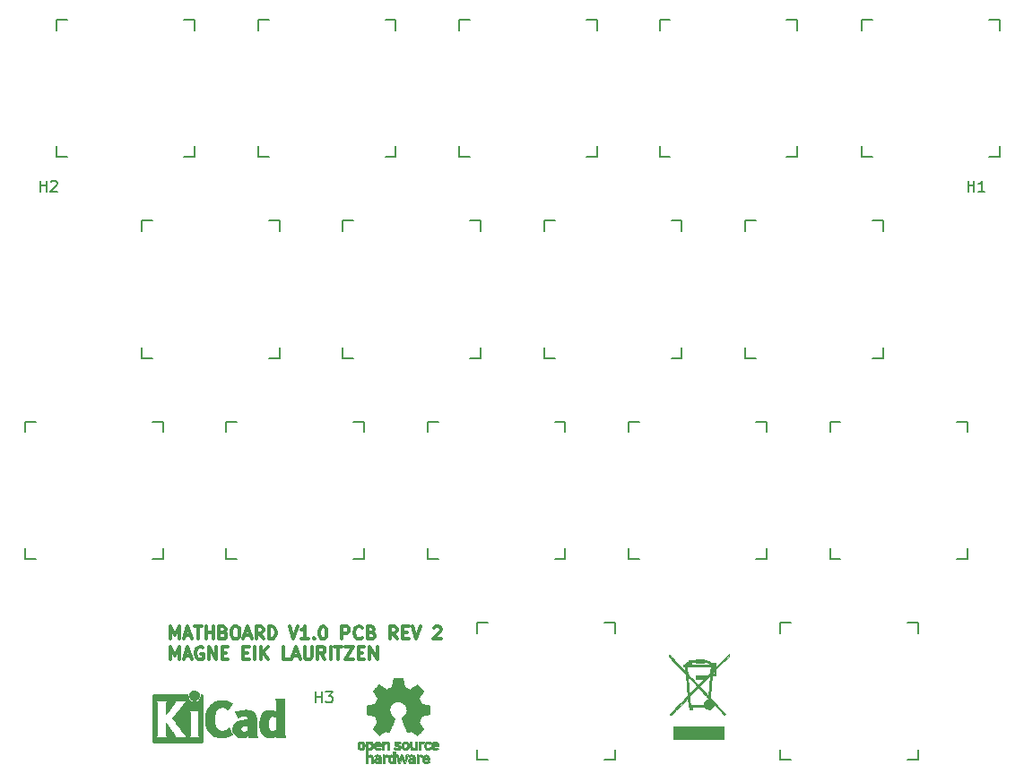
<source format=gto>
%TF.GenerationSoftware,KiCad,Pcbnew,7.0.10*%
%TF.CreationDate,2024-04-29T20:55:19+02:00*%
%TF.ProjectId,Mathboard,4d617468-626f-4617-9264-2e6b69636164,rev?*%
%TF.SameCoordinates,Original*%
%TF.FileFunction,Legend,Top*%
%TF.FilePolarity,Positive*%
%FSLAX46Y46*%
G04 Gerber Fmt 4.6, Leading zero omitted, Abs format (unit mm)*
G04 Created by KiCad (PCBNEW 7.0.10) date 2024-04-29 20:55:19*
%MOMM*%
%LPD*%
G01*
G04 APERTURE LIST*
%ADD10C,0.300000*%
%ADD11C,0.150000*%
%ADD12C,0.140000*%
%ADD13C,0.010000*%
%ADD14C,5.250000*%
%ADD15C,2.700000*%
%ADD16R,1.700000X1.700000*%
%ADD17O,1.700000X1.700000*%
%ADD18C,1.397000*%
G04 APERTURE END LIST*
D10*
X99543082Y-103061542D02*
X99543082Y-101861542D01*
X99543082Y-101861542D02*
X99943082Y-102718685D01*
X99943082Y-102718685D02*
X100343082Y-101861542D01*
X100343082Y-101861542D02*
X100343082Y-103061542D01*
X100857368Y-102718685D02*
X101428797Y-102718685D01*
X100743082Y-103061542D02*
X101143082Y-101861542D01*
X101143082Y-101861542D02*
X101543082Y-103061542D01*
X101771653Y-101861542D02*
X102457368Y-101861542D01*
X102114510Y-103061542D02*
X102114510Y-101861542D01*
X102857368Y-103061542D02*
X102857368Y-101861542D01*
X102857368Y-102432971D02*
X103543082Y-102432971D01*
X103543082Y-103061542D02*
X103543082Y-101861542D01*
X104514511Y-102432971D02*
X104685939Y-102490114D01*
X104685939Y-102490114D02*
X104743082Y-102547257D01*
X104743082Y-102547257D02*
X104800225Y-102661542D01*
X104800225Y-102661542D02*
X104800225Y-102832971D01*
X104800225Y-102832971D02*
X104743082Y-102947257D01*
X104743082Y-102947257D02*
X104685939Y-103004400D01*
X104685939Y-103004400D02*
X104571654Y-103061542D01*
X104571654Y-103061542D02*
X104114511Y-103061542D01*
X104114511Y-103061542D02*
X104114511Y-101861542D01*
X104114511Y-101861542D02*
X104514511Y-101861542D01*
X104514511Y-101861542D02*
X104628797Y-101918685D01*
X104628797Y-101918685D02*
X104685939Y-101975828D01*
X104685939Y-101975828D02*
X104743082Y-102090114D01*
X104743082Y-102090114D02*
X104743082Y-102204400D01*
X104743082Y-102204400D02*
X104685939Y-102318685D01*
X104685939Y-102318685D02*
X104628797Y-102375828D01*
X104628797Y-102375828D02*
X104514511Y-102432971D01*
X104514511Y-102432971D02*
X104114511Y-102432971D01*
X105543082Y-101861542D02*
X105771654Y-101861542D01*
X105771654Y-101861542D02*
X105885939Y-101918685D01*
X105885939Y-101918685D02*
X106000225Y-102032971D01*
X106000225Y-102032971D02*
X106057368Y-102261542D01*
X106057368Y-102261542D02*
X106057368Y-102661542D01*
X106057368Y-102661542D02*
X106000225Y-102890114D01*
X106000225Y-102890114D02*
X105885939Y-103004400D01*
X105885939Y-103004400D02*
X105771654Y-103061542D01*
X105771654Y-103061542D02*
X105543082Y-103061542D01*
X105543082Y-103061542D02*
X105428797Y-103004400D01*
X105428797Y-103004400D02*
X105314511Y-102890114D01*
X105314511Y-102890114D02*
X105257368Y-102661542D01*
X105257368Y-102661542D02*
X105257368Y-102261542D01*
X105257368Y-102261542D02*
X105314511Y-102032971D01*
X105314511Y-102032971D02*
X105428797Y-101918685D01*
X105428797Y-101918685D02*
X105543082Y-101861542D01*
X106514511Y-102718685D02*
X107085940Y-102718685D01*
X106400225Y-103061542D02*
X106800225Y-101861542D01*
X106800225Y-101861542D02*
X107200225Y-103061542D01*
X108285939Y-103061542D02*
X107885939Y-102490114D01*
X107600225Y-103061542D02*
X107600225Y-101861542D01*
X107600225Y-101861542D02*
X108057368Y-101861542D01*
X108057368Y-101861542D02*
X108171653Y-101918685D01*
X108171653Y-101918685D02*
X108228796Y-101975828D01*
X108228796Y-101975828D02*
X108285939Y-102090114D01*
X108285939Y-102090114D02*
X108285939Y-102261542D01*
X108285939Y-102261542D02*
X108228796Y-102375828D01*
X108228796Y-102375828D02*
X108171653Y-102432971D01*
X108171653Y-102432971D02*
X108057368Y-102490114D01*
X108057368Y-102490114D02*
X107600225Y-102490114D01*
X108800225Y-103061542D02*
X108800225Y-101861542D01*
X108800225Y-101861542D02*
X109085939Y-101861542D01*
X109085939Y-101861542D02*
X109257368Y-101918685D01*
X109257368Y-101918685D02*
X109371653Y-102032971D01*
X109371653Y-102032971D02*
X109428796Y-102147257D01*
X109428796Y-102147257D02*
X109485939Y-102375828D01*
X109485939Y-102375828D02*
X109485939Y-102547257D01*
X109485939Y-102547257D02*
X109428796Y-102775828D01*
X109428796Y-102775828D02*
X109371653Y-102890114D01*
X109371653Y-102890114D02*
X109257368Y-103004400D01*
X109257368Y-103004400D02*
X109085939Y-103061542D01*
X109085939Y-103061542D02*
X108800225Y-103061542D01*
X110743082Y-101861542D02*
X111143082Y-103061542D01*
X111143082Y-103061542D02*
X111543082Y-101861542D01*
X112571653Y-103061542D02*
X111885939Y-103061542D01*
X112228796Y-103061542D02*
X112228796Y-101861542D01*
X112228796Y-101861542D02*
X112114510Y-102032971D01*
X112114510Y-102032971D02*
X112000225Y-102147257D01*
X112000225Y-102147257D02*
X111885939Y-102204400D01*
X113085939Y-102947257D02*
X113143082Y-103004400D01*
X113143082Y-103004400D02*
X113085939Y-103061542D01*
X113085939Y-103061542D02*
X113028796Y-103004400D01*
X113028796Y-103004400D02*
X113085939Y-102947257D01*
X113085939Y-102947257D02*
X113085939Y-103061542D01*
X113885939Y-101861542D02*
X114000225Y-101861542D01*
X114000225Y-101861542D02*
X114114511Y-101918685D01*
X114114511Y-101918685D02*
X114171654Y-101975828D01*
X114171654Y-101975828D02*
X114228796Y-102090114D01*
X114228796Y-102090114D02*
X114285939Y-102318685D01*
X114285939Y-102318685D02*
X114285939Y-102604400D01*
X114285939Y-102604400D02*
X114228796Y-102832971D01*
X114228796Y-102832971D02*
X114171654Y-102947257D01*
X114171654Y-102947257D02*
X114114511Y-103004400D01*
X114114511Y-103004400D02*
X114000225Y-103061542D01*
X114000225Y-103061542D02*
X113885939Y-103061542D01*
X113885939Y-103061542D02*
X113771654Y-103004400D01*
X113771654Y-103004400D02*
X113714511Y-102947257D01*
X113714511Y-102947257D02*
X113657368Y-102832971D01*
X113657368Y-102832971D02*
X113600225Y-102604400D01*
X113600225Y-102604400D02*
X113600225Y-102318685D01*
X113600225Y-102318685D02*
X113657368Y-102090114D01*
X113657368Y-102090114D02*
X113714511Y-101975828D01*
X113714511Y-101975828D02*
X113771654Y-101918685D01*
X113771654Y-101918685D02*
X113885939Y-101861542D01*
X115714511Y-103061542D02*
X115714511Y-101861542D01*
X115714511Y-101861542D02*
X116171654Y-101861542D01*
X116171654Y-101861542D02*
X116285939Y-101918685D01*
X116285939Y-101918685D02*
X116343082Y-101975828D01*
X116343082Y-101975828D02*
X116400225Y-102090114D01*
X116400225Y-102090114D02*
X116400225Y-102261542D01*
X116400225Y-102261542D02*
X116343082Y-102375828D01*
X116343082Y-102375828D02*
X116285939Y-102432971D01*
X116285939Y-102432971D02*
X116171654Y-102490114D01*
X116171654Y-102490114D02*
X115714511Y-102490114D01*
X117600225Y-102947257D02*
X117543082Y-103004400D01*
X117543082Y-103004400D02*
X117371654Y-103061542D01*
X117371654Y-103061542D02*
X117257368Y-103061542D01*
X117257368Y-103061542D02*
X117085939Y-103004400D01*
X117085939Y-103004400D02*
X116971654Y-102890114D01*
X116971654Y-102890114D02*
X116914511Y-102775828D01*
X116914511Y-102775828D02*
X116857368Y-102547257D01*
X116857368Y-102547257D02*
X116857368Y-102375828D01*
X116857368Y-102375828D02*
X116914511Y-102147257D01*
X116914511Y-102147257D02*
X116971654Y-102032971D01*
X116971654Y-102032971D02*
X117085939Y-101918685D01*
X117085939Y-101918685D02*
X117257368Y-101861542D01*
X117257368Y-101861542D02*
X117371654Y-101861542D01*
X117371654Y-101861542D02*
X117543082Y-101918685D01*
X117543082Y-101918685D02*
X117600225Y-101975828D01*
X118514511Y-102432971D02*
X118685939Y-102490114D01*
X118685939Y-102490114D02*
X118743082Y-102547257D01*
X118743082Y-102547257D02*
X118800225Y-102661542D01*
X118800225Y-102661542D02*
X118800225Y-102832971D01*
X118800225Y-102832971D02*
X118743082Y-102947257D01*
X118743082Y-102947257D02*
X118685939Y-103004400D01*
X118685939Y-103004400D02*
X118571654Y-103061542D01*
X118571654Y-103061542D02*
X118114511Y-103061542D01*
X118114511Y-103061542D02*
X118114511Y-101861542D01*
X118114511Y-101861542D02*
X118514511Y-101861542D01*
X118514511Y-101861542D02*
X118628797Y-101918685D01*
X118628797Y-101918685D02*
X118685939Y-101975828D01*
X118685939Y-101975828D02*
X118743082Y-102090114D01*
X118743082Y-102090114D02*
X118743082Y-102204400D01*
X118743082Y-102204400D02*
X118685939Y-102318685D01*
X118685939Y-102318685D02*
X118628797Y-102375828D01*
X118628797Y-102375828D02*
X118514511Y-102432971D01*
X118514511Y-102432971D02*
X118114511Y-102432971D01*
X120914511Y-103061542D02*
X120514511Y-102490114D01*
X120228797Y-103061542D02*
X120228797Y-101861542D01*
X120228797Y-101861542D02*
X120685940Y-101861542D01*
X120685940Y-101861542D02*
X120800225Y-101918685D01*
X120800225Y-101918685D02*
X120857368Y-101975828D01*
X120857368Y-101975828D02*
X120914511Y-102090114D01*
X120914511Y-102090114D02*
X120914511Y-102261542D01*
X120914511Y-102261542D02*
X120857368Y-102375828D01*
X120857368Y-102375828D02*
X120800225Y-102432971D01*
X120800225Y-102432971D02*
X120685940Y-102490114D01*
X120685940Y-102490114D02*
X120228797Y-102490114D01*
X121428797Y-102432971D02*
X121828797Y-102432971D01*
X122000225Y-103061542D02*
X121428797Y-103061542D01*
X121428797Y-103061542D02*
X121428797Y-101861542D01*
X121428797Y-101861542D02*
X122000225Y-101861542D01*
X122343082Y-101861542D02*
X122743082Y-103061542D01*
X122743082Y-103061542D02*
X123143082Y-101861542D01*
X124400225Y-101975828D02*
X124457368Y-101918685D01*
X124457368Y-101918685D02*
X124571654Y-101861542D01*
X124571654Y-101861542D02*
X124857368Y-101861542D01*
X124857368Y-101861542D02*
X124971654Y-101918685D01*
X124971654Y-101918685D02*
X125028796Y-101975828D01*
X125028796Y-101975828D02*
X125085939Y-102090114D01*
X125085939Y-102090114D02*
X125085939Y-102204400D01*
X125085939Y-102204400D02*
X125028796Y-102375828D01*
X125028796Y-102375828D02*
X124343082Y-103061542D01*
X124343082Y-103061542D02*
X125085939Y-103061542D01*
X99543082Y-104993542D02*
X99543082Y-103793542D01*
X99543082Y-103793542D02*
X99943082Y-104650685D01*
X99943082Y-104650685D02*
X100343082Y-103793542D01*
X100343082Y-103793542D02*
X100343082Y-104993542D01*
X100857368Y-104650685D02*
X101428797Y-104650685D01*
X100743082Y-104993542D02*
X101143082Y-103793542D01*
X101143082Y-103793542D02*
X101543082Y-104993542D01*
X102571653Y-103850685D02*
X102457368Y-103793542D01*
X102457368Y-103793542D02*
X102285939Y-103793542D01*
X102285939Y-103793542D02*
X102114510Y-103850685D01*
X102114510Y-103850685D02*
X102000225Y-103964971D01*
X102000225Y-103964971D02*
X101943082Y-104079257D01*
X101943082Y-104079257D02*
X101885939Y-104307828D01*
X101885939Y-104307828D02*
X101885939Y-104479257D01*
X101885939Y-104479257D02*
X101943082Y-104707828D01*
X101943082Y-104707828D02*
X102000225Y-104822114D01*
X102000225Y-104822114D02*
X102114510Y-104936400D01*
X102114510Y-104936400D02*
X102285939Y-104993542D01*
X102285939Y-104993542D02*
X102400225Y-104993542D01*
X102400225Y-104993542D02*
X102571653Y-104936400D01*
X102571653Y-104936400D02*
X102628796Y-104879257D01*
X102628796Y-104879257D02*
X102628796Y-104479257D01*
X102628796Y-104479257D02*
X102400225Y-104479257D01*
X103143082Y-104993542D02*
X103143082Y-103793542D01*
X103143082Y-103793542D02*
X103828796Y-104993542D01*
X103828796Y-104993542D02*
X103828796Y-103793542D01*
X104400225Y-104364971D02*
X104800225Y-104364971D01*
X104971653Y-104993542D02*
X104400225Y-104993542D01*
X104400225Y-104993542D02*
X104400225Y-103793542D01*
X104400225Y-103793542D02*
X104971653Y-103793542D01*
X106400225Y-104364971D02*
X106800225Y-104364971D01*
X106971653Y-104993542D02*
X106400225Y-104993542D01*
X106400225Y-104993542D02*
X106400225Y-103793542D01*
X106400225Y-103793542D02*
X106971653Y-103793542D01*
X107485939Y-104993542D02*
X107485939Y-103793542D01*
X108057368Y-104993542D02*
X108057368Y-103793542D01*
X108743082Y-104993542D02*
X108228796Y-104307828D01*
X108743082Y-103793542D02*
X108057368Y-104479257D01*
X110743082Y-104993542D02*
X110171654Y-104993542D01*
X110171654Y-104993542D02*
X110171654Y-103793542D01*
X111085940Y-104650685D02*
X111657369Y-104650685D01*
X110971654Y-104993542D02*
X111371654Y-103793542D01*
X111371654Y-103793542D02*
X111771654Y-104993542D01*
X112171654Y-103793542D02*
X112171654Y-104764971D01*
X112171654Y-104764971D02*
X112228797Y-104879257D01*
X112228797Y-104879257D02*
X112285940Y-104936400D01*
X112285940Y-104936400D02*
X112400225Y-104993542D01*
X112400225Y-104993542D02*
X112628797Y-104993542D01*
X112628797Y-104993542D02*
X112743082Y-104936400D01*
X112743082Y-104936400D02*
X112800225Y-104879257D01*
X112800225Y-104879257D02*
X112857368Y-104764971D01*
X112857368Y-104764971D02*
X112857368Y-103793542D01*
X114114511Y-104993542D02*
X113714511Y-104422114D01*
X113428797Y-104993542D02*
X113428797Y-103793542D01*
X113428797Y-103793542D02*
X113885940Y-103793542D01*
X113885940Y-103793542D02*
X114000225Y-103850685D01*
X114000225Y-103850685D02*
X114057368Y-103907828D01*
X114057368Y-103907828D02*
X114114511Y-104022114D01*
X114114511Y-104022114D02*
X114114511Y-104193542D01*
X114114511Y-104193542D02*
X114057368Y-104307828D01*
X114057368Y-104307828D02*
X114000225Y-104364971D01*
X114000225Y-104364971D02*
X113885940Y-104422114D01*
X113885940Y-104422114D02*
X113428797Y-104422114D01*
X114628797Y-104993542D02*
X114628797Y-103793542D01*
X115028797Y-103793542D02*
X115714512Y-103793542D01*
X115371654Y-104993542D02*
X115371654Y-103793542D01*
X116000226Y-103793542D02*
X116800226Y-103793542D01*
X116800226Y-103793542D02*
X116000226Y-104993542D01*
X116000226Y-104993542D02*
X116800226Y-104993542D01*
X117257369Y-104364971D02*
X117657369Y-104364971D01*
X117828797Y-104993542D02*
X117257369Y-104993542D01*
X117257369Y-104993542D02*
X117257369Y-103793542D01*
X117257369Y-103793542D02*
X117828797Y-103793542D01*
X118343083Y-104993542D02*
X118343083Y-103793542D01*
X118343083Y-103793542D02*
X119028797Y-104993542D01*
X119028797Y-104993542D02*
X119028797Y-103793542D01*
D11*
X87238095Y-60754819D02*
X87238095Y-59754819D01*
X87238095Y-60231009D02*
X87809523Y-60231009D01*
X87809523Y-60754819D02*
X87809523Y-59754819D01*
X88238095Y-59850057D02*
X88285714Y-59802438D01*
X88285714Y-59802438D02*
X88380952Y-59754819D01*
X88380952Y-59754819D02*
X88619047Y-59754819D01*
X88619047Y-59754819D02*
X88714285Y-59802438D01*
X88714285Y-59802438D02*
X88761904Y-59850057D01*
X88761904Y-59850057D02*
X88809523Y-59945295D01*
X88809523Y-59945295D02*
X88809523Y-60040533D01*
X88809523Y-60040533D02*
X88761904Y-60183390D01*
X88761904Y-60183390D02*
X88190476Y-60754819D01*
X88190476Y-60754819D02*
X88809523Y-60754819D01*
X174838095Y-60754819D02*
X174838095Y-59754819D01*
X174838095Y-60231009D02*
X175409523Y-60231009D01*
X175409523Y-60754819D02*
X175409523Y-59754819D01*
X176409523Y-60754819D02*
X175838095Y-60754819D01*
X176123809Y-60754819D02*
X176123809Y-59754819D01*
X176123809Y-59754819D02*
X176028571Y-59897676D01*
X176028571Y-59897676D02*
X175933333Y-59992914D01*
X175933333Y-59992914D02*
X175838095Y-60040533D01*
X113238095Y-109054819D02*
X113238095Y-108054819D01*
X113238095Y-108531009D02*
X113809523Y-108531009D01*
X113809523Y-109054819D02*
X113809523Y-108054819D01*
X114190476Y-108054819D02*
X114809523Y-108054819D01*
X114809523Y-108054819D02*
X114476190Y-108435771D01*
X114476190Y-108435771D02*
X114619047Y-108435771D01*
X114619047Y-108435771D02*
X114714285Y-108483390D01*
X114714285Y-108483390D02*
X114761904Y-108531009D01*
X114761904Y-108531009D02*
X114809523Y-108626247D01*
X114809523Y-108626247D02*
X114809523Y-108864342D01*
X114809523Y-108864342D02*
X114761904Y-108959580D01*
X114761904Y-108959580D02*
X114714285Y-109007200D01*
X114714285Y-109007200D02*
X114619047Y-109054819D01*
X114619047Y-109054819D02*
X114333333Y-109054819D01*
X114333333Y-109054819D02*
X114238095Y-109007200D01*
X114238095Y-109007200D02*
X114190476Y-108959580D01*
D12*
%TO.C,SW16*%
X170100000Y-113500000D02*
X170100000Y-114500000D01*
X170100000Y-101500000D02*
X170100000Y-102500000D01*
X170100000Y-101500000D02*
X169100000Y-101500000D01*
X169100000Y-114500000D02*
X170100000Y-114500000D01*
X158100000Y-101500000D02*
X157100000Y-101500000D01*
X157100000Y-114500000D02*
X158100000Y-114500000D01*
X157100000Y-114500000D02*
X157100000Y-113500000D01*
X157100000Y-102500000D02*
X157100000Y-101500000D01*
%TO.C,SW15*%
X141500000Y-113500000D02*
X141500000Y-114500000D01*
X141500000Y-101500000D02*
X141500000Y-102500000D01*
X141500000Y-101500000D02*
X140500000Y-101500000D01*
X140500000Y-114500000D02*
X141500000Y-114500000D01*
X129500000Y-101500000D02*
X128500000Y-101500000D01*
X128500000Y-114500000D02*
X129500000Y-114500000D01*
X128500000Y-114500000D02*
X128500000Y-113500000D01*
X128500000Y-102500000D02*
X128500000Y-101500000D01*
%TO.C,SW14*%
X161800000Y-83500000D02*
X161800000Y-82500000D01*
X161800000Y-95500000D02*
X161800000Y-94500000D01*
X161800000Y-95500000D02*
X162800000Y-95500000D01*
X162800000Y-82500000D02*
X161800000Y-82500000D01*
X173800000Y-95500000D02*
X174800000Y-95500000D01*
X174800000Y-82500000D02*
X173800000Y-82500000D01*
X174800000Y-82500000D02*
X174800000Y-83500000D01*
X174800000Y-94500000D02*
X174800000Y-95500000D01*
%TO.C,SW13*%
X142800000Y-83500000D02*
X142800000Y-82500000D01*
X142800000Y-95500000D02*
X142800000Y-94500000D01*
X142800000Y-95500000D02*
X143800000Y-95500000D01*
X143800000Y-82500000D02*
X142800000Y-82500000D01*
X154800000Y-95500000D02*
X155800000Y-95500000D01*
X155800000Y-82500000D02*
X154800000Y-82500000D01*
X155800000Y-82500000D02*
X155800000Y-83500000D01*
X155800000Y-94500000D02*
X155800000Y-95500000D01*
%TO.C,SW12*%
X123800000Y-83500000D02*
X123800000Y-82500000D01*
X123800000Y-95500000D02*
X123800000Y-94500000D01*
X123800000Y-95500000D02*
X124800000Y-95500000D01*
X124800000Y-82500000D02*
X123800000Y-82500000D01*
X135800000Y-95500000D02*
X136800000Y-95500000D01*
X136800000Y-82500000D02*
X135800000Y-82500000D01*
X136800000Y-82500000D02*
X136800000Y-83500000D01*
X136800000Y-94500000D02*
X136800000Y-95500000D01*
%TO.C,SW11*%
X104800000Y-83500000D02*
X104800000Y-82500000D01*
X104800000Y-95500000D02*
X104800000Y-94500000D01*
X104800000Y-95500000D02*
X105800000Y-95500000D01*
X105800000Y-82500000D02*
X104800000Y-82500000D01*
X116800000Y-95500000D02*
X117800000Y-95500000D01*
X117800000Y-82500000D02*
X116800000Y-82500000D01*
X117800000Y-82500000D02*
X117800000Y-83500000D01*
X117800000Y-94500000D02*
X117800000Y-95500000D01*
%TO.C,SW10*%
X85800000Y-83500000D02*
X85800000Y-82500000D01*
X85800000Y-95500000D02*
X85800000Y-94500000D01*
X85800000Y-95500000D02*
X86800000Y-95500000D01*
X86800000Y-82500000D02*
X85800000Y-82500000D01*
X97800000Y-95500000D02*
X98800000Y-95500000D01*
X98800000Y-82500000D02*
X97800000Y-82500000D01*
X98800000Y-82500000D02*
X98800000Y-83500000D01*
X98800000Y-94500000D02*
X98800000Y-95500000D01*
%TO.C,SW9*%
X153800000Y-64500000D02*
X153800000Y-63500000D01*
X153800000Y-76500000D02*
X153800000Y-75500000D01*
X153800000Y-76500000D02*
X154800000Y-76500000D01*
X154800000Y-63500000D02*
X153800000Y-63500000D01*
X165800000Y-76500000D02*
X166800000Y-76500000D01*
X166800000Y-63500000D02*
X165800000Y-63500000D01*
X166800000Y-63500000D02*
X166800000Y-64500000D01*
X166800000Y-75500000D02*
X166800000Y-76500000D01*
%TO.C,SW8*%
X134800000Y-64500000D02*
X134800000Y-63500000D01*
X134800000Y-76500000D02*
X134800000Y-75500000D01*
X134800000Y-76500000D02*
X135800000Y-76500000D01*
X135800000Y-63500000D02*
X134800000Y-63500000D01*
X146800000Y-76500000D02*
X147800000Y-76500000D01*
X147800000Y-63500000D02*
X146800000Y-63500000D01*
X147800000Y-63500000D02*
X147800000Y-64500000D01*
X147800000Y-75500000D02*
X147800000Y-76500000D01*
%TO.C,SW7*%
X115800000Y-64500000D02*
X115800000Y-63500000D01*
X115800000Y-76500000D02*
X115800000Y-75500000D01*
X115800000Y-76500000D02*
X116800000Y-76500000D01*
X116800000Y-63500000D02*
X115800000Y-63500000D01*
X127800000Y-76500000D02*
X128800000Y-76500000D01*
X128800000Y-63500000D02*
X127800000Y-63500000D01*
X128800000Y-63500000D02*
X128800000Y-64500000D01*
X128800000Y-75500000D02*
X128800000Y-76500000D01*
%TO.C,SW6*%
X96800000Y-64500000D02*
X96800000Y-63500000D01*
X96800000Y-76500000D02*
X96800000Y-75500000D01*
X96800000Y-76500000D02*
X97800000Y-76500000D01*
X97800000Y-63500000D02*
X96800000Y-63500000D01*
X108800000Y-76500000D02*
X109800000Y-76500000D01*
X109800000Y-63500000D02*
X108800000Y-63500000D01*
X109800000Y-63500000D02*
X109800000Y-64500000D01*
X109800000Y-75500000D02*
X109800000Y-76500000D01*
%TO.C,SW5*%
X176800000Y-44500000D02*
X177800000Y-44500000D01*
X164800000Y-44500000D02*
X165800000Y-44500000D01*
X164800000Y-44500000D02*
X164800000Y-45500000D01*
X177800000Y-45500000D02*
X177800000Y-44500000D01*
X164800000Y-56500000D02*
X164800000Y-57500000D01*
X177800000Y-57500000D02*
X177800000Y-56500000D01*
X177800000Y-57500000D02*
X176800000Y-57500000D01*
X165800000Y-57500000D02*
X164800000Y-57500000D01*
%TO.C,SW4*%
X146708000Y-57500000D02*
X145708000Y-57500000D01*
X158708000Y-57500000D02*
X157708000Y-57500000D01*
X158708000Y-57500000D02*
X158708000Y-56500000D01*
X145708000Y-56500000D02*
X145708000Y-57500000D01*
X158708000Y-45500000D02*
X158708000Y-44500000D01*
X145708000Y-44500000D02*
X145708000Y-45500000D01*
X145708000Y-44500000D02*
X146708000Y-44500000D01*
X157708000Y-44500000D02*
X158708000Y-44500000D01*
%TO.C,SW3*%
X126800000Y-45500000D02*
X126800000Y-44500000D01*
X126800000Y-57500000D02*
X126800000Y-56500000D01*
X126800000Y-57500000D02*
X127800000Y-57500000D01*
X127800000Y-44500000D02*
X126800000Y-44500000D01*
X138800000Y-57500000D02*
X139800000Y-57500000D01*
X139800000Y-44500000D02*
X138800000Y-44500000D01*
X139800000Y-44500000D02*
X139800000Y-45500000D01*
X139800000Y-56500000D02*
X139800000Y-57500000D01*
%TO.C,SW2*%
X107800000Y-45500000D02*
X107800000Y-44500000D01*
X107800000Y-57500000D02*
X107800000Y-56500000D01*
X107800000Y-57500000D02*
X108800000Y-57500000D01*
X108800000Y-44500000D02*
X107800000Y-44500000D01*
X119800000Y-57500000D02*
X120800000Y-57500000D01*
X120800000Y-44500000D02*
X119800000Y-44500000D01*
X120800000Y-44500000D02*
X120800000Y-45500000D01*
X120800000Y-56500000D02*
X120800000Y-57500000D01*
%TO.C,SW1*%
X88800000Y-45500000D02*
X88800000Y-44500000D01*
X88800000Y-57500000D02*
X88800000Y-56500000D01*
X88800000Y-57500000D02*
X89800000Y-57500000D01*
X89800000Y-44500000D02*
X88800000Y-44500000D01*
X100800000Y-57500000D02*
X101800000Y-57500000D01*
X101800000Y-44500000D02*
X100800000Y-44500000D01*
X101800000Y-44500000D02*
X101800000Y-45500000D01*
X101800000Y-56500000D02*
X101800000Y-57500000D01*
%TO.C,REF\u002A\u002A*%
D13*
X123391388Y-112737645D02*
X123448865Y-112755206D01*
X123485872Y-112777395D01*
X123497927Y-112794942D01*
X123494609Y-112815742D01*
X123473079Y-112848419D01*
X123454874Y-112871562D01*
X123417344Y-112913402D01*
X123389148Y-112931005D01*
X123365111Y-112929856D01*
X123293808Y-112911710D01*
X123241442Y-112912534D01*
X123198918Y-112933098D01*
X123184642Y-112945134D01*
X123138947Y-112987483D01*
X123138947Y-113540526D01*
X122955131Y-113540526D01*
X122955131Y-112738421D01*
X123047039Y-112738421D01*
X123102219Y-112740603D01*
X123130688Y-112748351D01*
X123138943Y-112763468D01*
X123138947Y-112763916D01*
X123142845Y-112779749D01*
X123160474Y-112777684D01*
X123184901Y-112766261D01*
X123235350Y-112745005D01*
X123276316Y-112732216D01*
X123329028Y-112728938D01*
X123391388Y-112737645D01*
G36*
X123391388Y-112737645D02*
G01*
X123448865Y-112755206D01*
X123485872Y-112777395D01*
X123497927Y-112794942D01*
X123494609Y-112815742D01*
X123473079Y-112848419D01*
X123454874Y-112871562D01*
X123417344Y-112913402D01*
X123389148Y-112931005D01*
X123365111Y-112929856D01*
X123293808Y-112911710D01*
X123241442Y-112912534D01*
X123198918Y-112933098D01*
X123184642Y-112945134D01*
X123138947Y-112987483D01*
X123138947Y-113540526D01*
X122955131Y-113540526D01*
X122955131Y-112738421D01*
X123047039Y-112738421D01*
X123102219Y-112740603D01*
X123130688Y-112748351D01*
X123138943Y-112763468D01*
X123138947Y-112763916D01*
X123142845Y-112779749D01*
X123160474Y-112777684D01*
X123184901Y-112766261D01*
X123235350Y-112745005D01*
X123276316Y-112732216D01*
X123329028Y-112728938D01*
X123391388Y-112737645D01*
G37*
X123173167Y-113991447D02*
X123237408Y-114004112D01*
X123273980Y-114022864D01*
X123312453Y-114054017D01*
X123257717Y-114123127D01*
X123223969Y-114164979D01*
X123201053Y-114185398D01*
X123178279Y-114188517D01*
X123144956Y-114178472D01*
X123129314Y-114172789D01*
X123065542Y-114164404D01*
X123007140Y-114182378D01*
X122964264Y-114222982D01*
X122957299Y-114235929D01*
X122949713Y-114270224D01*
X122943859Y-114333427D01*
X122940011Y-114421060D01*
X122938443Y-114528640D01*
X122938421Y-114543944D01*
X122938421Y-114810526D01*
X122754605Y-114810526D01*
X122754605Y-113991710D01*
X122846513Y-113991710D01*
X122899507Y-113993094D01*
X122927115Y-113999252D01*
X122937324Y-114013194D01*
X122938421Y-114026344D01*
X122938421Y-114060978D01*
X122982450Y-114026344D01*
X123032937Y-114002716D01*
X123100760Y-113991033D01*
X123173167Y-113991447D01*
G36*
X123173167Y-113991447D02*
G01*
X123237408Y-114004112D01*
X123273980Y-114022864D01*
X123312453Y-114054017D01*
X123257717Y-114123127D01*
X123223969Y-114164979D01*
X123201053Y-114185398D01*
X123178279Y-114188517D01*
X123144956Y-114178472D01*
X123129314Y-114172789D01*
X123065542Y-114164404D01*
X123007140Y-114182378D01*
X122964264Y-114222982D01*
X122957299Y-114235929D01*
X122949713Y-114270224D01*
X122943859Y-114333427D01*
X122940011Y-114421060D01*
X122938443Y-114528640D01*
X122938421Y-114543944D01*
X122938421Y-114810526D01*
X122754605Y-114810526D01*
X122754605Y-113991710D01*
X122846513Y-113991710D01*
X122899507Y-113993094D01*
X122927115Y-113999252D01*
X122937324Y-114013194D01*
X122938421Y-114026344D01*
X122938421Y-114060978D01*
X122982450Y-114026344D01*
X123032937Y-114002716D01*
X123100760Y-113991033D01*
X123173167Y-113991447D01*
G37*
X119679881Y-113993486D02*
X119704888Y-114000982D01*
X119712950Y-114017451D01*
X119713289Y-114024886D01*
X119714736Y-114045594D01*
X119724698Y-114048845D01*
X119751612Y-114034648D01*
X119767598Y-114024948D01*
X119818033Y-114004175D01*
X119878272Y-113993904D01*
X119941434Y-113993114D01*
X120000637Y-114000786D01*
X120049002Y-114015898D01*
X120079646Y-114037432D01*
X120085689Y-114064366D01*
X120082639Y-114071660D01*
X120060406Y-114101937D01*
X120025930Y-114139175D01*
X120019694Y-114145195D01*
X119986833Y-114172875D01*
X119958480Y-114181818D01*
X119918827Y-114175576D01*
X119902942Y-114171429D01*
X119853509Y-114161467D01*
X119818752Y-114165947D01*
X119789400Y-114181746D01*
X119762513Y-114202949D01*
X119742710Y-114229614D01*
X119728948Y-114266827D01*
X119720184Y-114319673D01*
X119715374Y-114393237D01*
X119713474Y-114492605D01*
X119713289Y-114552601D01*
X119713289Y-114810526D01*
X119546184Y-114810526D01*
X119546184Y-113991710D01*
X119629736Y-113991710D01*
X119679881Y-113993486D01*
G36*
X119679881Y-113993486D02*
G01*
X119704888Y-114000982D01*
X119712950Y-114017451D01*
X119713289Y-114024886D01*
X119714736Y-114045594D01*
X119724698Y-114048845D01*
X119751612Y-114034648D01*
X119767598Y-114024948D01*
X119818033Y-114004175D01*
X119878272Y-113993904D01*
X119941434Y-113993114D01*
X120000637Y-114000786D01*
X120049002Y-114015898D01*
X120079646Y-114037432D01*
X120085689Y-114064366D01*
X120082639Y-114071660D01*
X120060406Y-114101937D01*
X120025930Y-114139175D01*
X120019694Y-114145195D01*
X119986833Y-114172875D01*
X119958480Y-114181818D01*
X119918827Y-114175576D01*
X119902942Y-114171429D01*
X119853509Y-114161467D01*
X119818752Y-114165947D01*
X119789400Y-114181746D01*
X119762513Y-114202949D01*
X119742710Y-114229614D01*
X119728948Y-114266827D01*
X119720184Y-114319673D01*
X119715374Y-114393237D01*
X119713474Y-114492605D01*
X119713289Y-114552601D01*
X119713289Y-114810526D01*
X119546184Y-114810526D01*
X119546184Y-113991710D01*
X119629736Y-113991710D01*
X119679881Y-113993486D01*
G37*
X122320131Y-112998533D02*
X122321710Y-113121089D01*
X122327481Y-113214179D01*
X122338991Y-113281651D01*
X122357790Y-113327355D01*
X122385426Y-113355139D01*
X122423448Y-113368854D01*
X122470526Y-113372358D01*
X122519832Y-113368432D01*
X122557283Y-113354089D01*
X122584428Y-113325478D01*
X122602815Y-113278751D01*
X122613993Y-113210058D01*
X122619511Y-113115550D01*
X122620921Y-112998533D01*
X122620921Y-112738421D01*
X122804736Y-112738421D01*
X122804736Y-113540526D01*
X122712828Y-113540526D01*
X122657422Y-113538281D01*
X122628891Y-113530396D01*
X122620921Y-113515428D01*
X122616120Y-113502097D01*
X122597014Y-113504917D01*
X122558504Y-113523783D01*
X122470239Y-113552887D01*
X122376623Y-113550825D01*
X122286921Y-113519221D01*
X122244204Y-113494257D01*
X122211621Y-113467226D01*
X122187817Y-113433405D01*
X122171439Y-113388068D01*
X122161131Y-113326489D01*
X122155541Y-113243943D01*
X122153312Y-113135705D01*
X122153026Y-113052004D01*
X122153026Y-112738421D01*
X122320131Y-112738421D01*
X122320131Y-112998533D01*
G36*
X122320131Y-112998533D02*
G01*
X122321710Y-113121089D01*
X122327481Y-113214179D01*
X122338991Y-113281651D01*
X122357790Y-113327355D01*
X122385426Y-113355139D01*
X122423448Y-113368854D01*
X122470526Y-113372358D01*
X122519832Y-113368432D01*
X122557283Y-113354089D01*
X122584428Y-113325478D01*
X122602815Y-113278751D01*
X122613993Y-113210058D01*
X122619511Y-113115550D01*
X122620921Y-112998533D01*
X122620921Y-112738421D01*
X122804736Y-112738421D01*
X122804736Y-113540526D01*
X122712828Y-113540526D01*
X122657422Y-113538281D01*
X122628891Y-113530396D01*
X122620921Y-113515428D01*
X122616120Y-113502097D01*
X122597014Y-113504917D01*
X122558504Y-113523783D01*
X122470239Y-113552887D01*
X122376623Y-113550825D01*
X122286921Y-113519221D01*
X122244204Y-113494257D01*
X122211621Y-113467226D01*
X122187817Y-113433405D01*
X122171439Y-113388068D01*
X122161131Y-113326489D01*
X122155541Y-113243943D01*
X122153312Y-113135705D01*
X122153026Y-113052004D01*
X122153026Y-112738421D01*
X122320131Y-112738421D01*
X122320131Y-112998533D01*
G37*
X119997957Y-112752226D02*
X120039546Y-112772090D01*
X120079825Y-112800784D01*
X120110510Y-112833809D01*
X120132861Y-112875931D01*
X120148136Y-112931915D01*
X120157592Y-113006528D01*
X120162487Y-113104535D01*
X120164081Y-113230702D01*
X120164106Y-113243914D01*
X120164473Y-113540526D01*
X119980657Y-113540526D01*
X119980657Y-113267081D01*
X119980527Y-113165777D01*
X119979621Y-113092353D01*
X119977173Y-113041271D01*
X119972414Y-113006990D01*
X119964574Y-112983971D01*
X119952885Y-112966673D01*
X119936602Y-112949581D01*
X119879634Y-112912857D01*
X119817445Y-112906042D01*
X119758199Y-112929261D01*
X119737595Y-112946543D01*
X119722470Y-112962791D01*
X119711610Y-112980191D01*
X119704310Y-113004212D01*
X119699863Y-113040322D01*
X119697564Y-113093988D01*
X119696704Y-113170680D01*
X119696578Y-113264043D01*
X119696578Y-113540526D01*
X119512763Y-113540526D01*
X119512763Y-112738421D01*
X119604671Y-112738421D01*
X119659851Y-112740603D01*
X119688320Y-112748351D01*
X119696575Y-112763468D01*
X119696578Y-112763916D01*
X119700408Y-112778720D01*
X119717301Y-112777040D01*
X119750888Y-112760773D01*
X119827063Y-112736840D01*
X119914200Y-112734178D01*
X119997957Y-112752226D01*
G36*
X119997957Y-112752226D02*
G01*
X120039546Y-112772090D01*
X120079825Y-112800784D01*
X120110510Y-112833809D01*
X120132861Y-112875931D01*
X120148136Y-112931915D01*
X120157592Y-113006528D01*
X120162487Y-113104535D01*
X120164081Y-113230702D01*
X120164106Y-113243914D01*
X120164473Y-113540526D01*
X119980657Y-113540526D01*
X119980657Y-113267081D01*
X119980527Y-113165777D01*
X119979621Y-113092353D01*
X119977173Y-113041271D01*
X119972414Y-113006990D01*
X119964574Y-112983971D01*
X119952885Y-112966673D01*
X119936602Y-112949581D01*
X119879634Y-112912857D01*
X119817445Y-112906042D01*
X119758199Y-112929261D01*
X119737595Y-112946543D01*
X119722470Y-112962791D01*
X119711610Y-112980191D01*
X119704310Y-113004212D01*
X119699863Y-113040322D01*
X119697564Y-113093988D01*
X119696704Y-113170680D01*
X119696578Y-113264043D01*
X119696578Y-113540526D01*
X119512763Y-113540526D01*
X119512763Y-112738421D01*
X119604671Y-112738421D01*
X119659851Y-112740603D01*
X119688320Y-112748351D01*
X119696575Y-112763468D01*
X119696578Y-112763916D01*
X119700408Y-112778720D01*
X119717301Y-112777040D01*
X119750888Y-112760773D01*
X119827063Y-112736840D01*
X119914200Y-112734178D01*
X119997957Y-112752226D01*
G37*
X123946576Y-112745419D02*
X124043395Y-112786549D01*
X124073890Y-112806571D01*
X124112865Y-112837340D01*
X124137331Y-112861533D01*
X124141578Y-112869413D01*
X124129584Y-112886899D01*
X124098887Y-112916570D01*
X124074312Y-112937279D01*
X124007046Y-112991336D01*
X123953930Y-112946642D01*
X123912884Y-112917789D01*
X123872863Y-112907829D01*
X123827059Y-112910261D01*
X123754324Y-112928345D01*
X123704256Y-112965881D01*
X123673829Y-113026562D01*
X123660017Y-113114081D01*
X123660013Y-113114136D01*
X123661208Y-113211958D01*
X123679772Y-113283730D01*
X123716804Y-113332595D01*
X123742050Y-113349143D01*
X123809097Y-113369749D01*
X123880709Y-113369762D01*
X123943015Y-113349768D01*
X123957763Y-113340000D01*
X123994750Y-113315047D01*
X124023668Y-113310958D01*
X124054856Y-113329530D01*
X124089336Y-113362887D01*
X124143912Y-113419196D01*
X124083318Y-113469142D01*
X123989698Y-113525513D01*
X123884125Y-113553293D01*
X123773798Y-113551282D01*
X123701343Y-113532862D01*
X123616656Y-113487310D01*
X123548927Y-113415650D01*
X123518157Y-113365066D01*
X123493236Y-113292488D01*
X123480766Y-113200569D01*
X123480670Y-113100948D01*
X123492870Y-113005267D01*
X123517290Y-112925169D01*
X123521136Y-112916956D01*
X123578093Y-112836413D01*
X123655209Y-112777771D01*
X123746390Y-112742247D01*
X123845543Y-112731057D01*
X123946576Y-112745419D01*
G36*
X123946576Y-112745419D02*
G01*
X124043395Y-112786549D01*
X124073890Y-112806571D01*
X124112865Y-112837340D01*
X124137331Y-112861533D01*
X124141578Y-112869413D01*
X124129584Y-112886899D01*
X124098887Y-112916570D01*
X124074312Y-112937279D01*
X124007046Y-112991336D01*
X123953930Y-112946642D01*
X123912884Y-112917789D01*
X123872863Y-112907829D01*
X123827059Y-112910261D01*
X123754324Y-112928345D01*
X123704256Y-112965881D01*
X123673829Y-113026562D01*
X123660017Y-113114081D01*
X123660013Y-113114136D01*
X123661208Y-113211958D01*
X123679772Y-113283730D01*
X123716804Y-113332595D01*
X123742050Y-113349143D01*
X123809097Y-113369749D01*
X123880709Y-113369762D01*
X123943015Y-113349768D01*
X123957763Y-113340000D01*
X123994750Y-113315047D01*
X124023668Y-113310958D01*
X124054856Y-113329530D01*
X124089336Y-113362887D01*
X124143912Y-113419196D01*
X124083318Y-113469142D01*
X123989698Y-113525513D01*
X123884125Y-113553293D01*
X123773798Y-113551282D01*
X123701343Y-113532862D01*
X123616656Y-113487310D01*
X123548927Y-113415650D01*
X123518157Y-113365066D01*
X123493236Y-113292488D01*
X123480766Y-113200569D01*
X123480670Y-113100948D01*
X123492870Y-113005267D01*
X123517290Y-112925169D01*
X123521136Y-112916956D01*
X123578093Y-112836413D01*
X123655209Y-112777771D01*
X123746390Y-112742247D01*
X123845543Y-112731057D01*
X123946576Y-112745419D01*
G37*
X121811669Y-112748310D02*
X121896192Y-112794340D01*
X121962321Y-112867006D01*
X121993478Y-112926106D01*
X122006855Y-112978305D01*
X122015522Y-113052719D01*
X122019237Y-113138442D01*
X122017754Y-113224569D01*
X122010831Y-113300193D01*
X122002745Y-113340584D01*
X121975465Y-113395840D01*
X121928220Y-113454530D01*
X121871282Y-113505852D01*
X121814924Y-113539005D01*
X121813550Y-113539531D01*
X121743616Y-113554018D01*
X121660737Y-113554377D01*
X121581977Y-113541188D01*
X121551566Y-113530617D01*
X121473239Y-113486201D01*
X121417143Y-113428007D01*
X121380286Y-113350965D01*
X121359680Y-113250001D01*
X121355018Y-113197116D01*
X121355613Y-113130663D01*
X121534736Y-113130663D01*
X121540770Y-113227630D01*
X121558138Y-113301523D01*
X121585740Y-113348736D01*
X121605404Y-113362237D01*
X121655787Y-113371651D01*
X121715673Y-113368864D01*
X121767449Y-113355316D01*
X121781027Y-113347862D01*
X121816849Y-113304451D01*
X121840493Y-113238014D01*
X121850558Y-113157161D01*
X121845642Y-113070502D01*
X121834655Y-113018349D01*
X121803109Y-112957951D01*
X121753311Y-112920197D01*
X121693337Y-112907143D01*
X121631264Y-112920849D01*
X121583582Y-112954372D01*
X121558525Y-112982031D01*
X121543900Y-113009294D01*
X121536929Y-113046190D01*
X121534833Y-113102750D01*
X121534736Y-113130663D01*
X121355613Y-113130663D01*
X121356282Y-113055994D01*
X121379265Y-112940271D01*
X121423972Y-112849941D01*
X121490405Y-112785000D01*
X121578565Y-112745445D01*
X121597495Y-112740858D01*
X121711266Y-112730090D01*
X121811669Y-112748310D01*
G36*
X121811669Y-112748310D02*
G01*
X121896192Y-112794340D01*
X121962321Y-112867006D01*
X121993478Y-112926106D01*
X122006855Y-112978305D01*
X122015522Y-113052719D01*
X122019237Y-113138442D01*
X122017754Y-113224569D01*
X122010831Y-113300193D01*
X122002745Y-113340584D01*
X121975465Y-113395840D01*
X121928220Y-113454530D01*
X121871282Y-113505852D01*
X121814924Y-113539005D01*
X121813550Y-113539531D01*
X121743616Y-113554018D01*
X121660737Y-113554377D01*
X121581977Y-113541188D01*
X121551566Y-113530617D01*
X121473239Y-113486201D01*
X121417143Y-113428007D01*
X121380286Y-113350965D01*
X121359680Y-113250001D01*
X121355018Y-113197116D01*
X121355613Y-113130663D01*
X121534736Y-113130663D01*
X121540770Y-113227630D01*
X121558138Y-113301523D01*
X121585740Y-113348736D01*
X121605404Y-113362237D01*
X121655787Y-113371651D01*
X121715673Y-113368864D01*
X121767449Y-113355316D01*
X121781027Y-113347862D01*
X121816849Y-113304451D01*
X121840493Y-113238014D01*
X121850558Y-113157161D01*
X121845642Y-113070502D01*
X121834655Y-113018349D01*
X121803109Y-112957951D01*
X121753311Y-112920197D01*
X121693337Y-112907143D01*
X121631264Y-112920849D01*
X121583582Y-112954372D01*
X121558525Y-112982031D01*
X121543900Y-113009294D01*
X121536929Y-113046190D01*
X121534833Y-113102750D01*
X121534736Y-113130663D01*
X121355613Y-113130663D01*
X121356282Y-113055994D01*
X121379265Y-112940271D01*
X121423972Y-112849941D01*
X121490405Y-112785000D01*
X121578565Y-112745445D01*
X121597495Y-112740858D01*
X121711266Y-112730090D01*
X121811669Y-112748310D01*
G37*
X121374130Y-113995104D02*
X121440220Y-114000066D01*
X121526626Y-114259079D01*
X121613031Y-114518092D01*
X121640124Y-114426184D01*
X121656428Y-114369384D01*
X121677875Y-114292625D01*
X121701035Y-114208251D01*
X121713280Y-114162993D01*
X121759344Y-113991710D01*
X121949387Y-113991710D01*
X121892582Y-114171349D01*
X121864607Y-114259704D01*
X121830813Y-114366281D01*
X121795520Y-114477454D01*
X121764013Y-114576579D01*
X121692250Y-114802171D01*
X121537286Y-114812253D01*
X121495270Y-114673528D01*
X121469359Y-114587351D01*
X121441083Y-114492347D01*
X121416369Y-114408441D01*
X121415394Y-114405102D01*
X121396935Y-114348248D01*
X121380649Y-114309456D01*
X121369242Y-114294787D01*
X121366898Y-114296483D01*
X121358671Y-114319225D01*
X121343038Y-114367940D01*
X121321904Y-114436502D01*
X121297170Y-114518785D01*
X121283787Y-114564046D01*
X121211311Y-114810526D01*
X121057495Y-114810526D01*
X120934531Y-114422006D01*
X120899988Y-114313022D01*
X120868521Y-114214048D01*
X120841616Y-114129736D01*
X120820759Y-114064734D01*
X120807438Y-114023692D01*
X120803388Y-114011701D01*
X120806594Y-113999423D01*
X120831765Y-113994046D01*
X120884146Y-113994584D01*
X120892345Y-113994990D01*
X120989482Y-114000066D01*
X121053100Y-114234013D01*
X121076484Y-114319333D01*
X121097381Y-114394335D01*
X121113951Y-114452507D01*
X121124354Y-114487337D01*
X121126276Y-114493016D01*
X121134241Y-114486486D01*
X121150304Y-114452654D01*
X121172621Y-114396127D01*
X121199345Y-114321510D01*
X121221937Y-114254107D01*
X121308041Y-113990143D01*
X121374130Y-113995104D01*
G36*
X121374130Y-113995104D02*
G01*
X121440220Y-114000066D01*
X121526626Y-114259079D01*
X121613031Y-114518092D01*
X121640124Y-114426184D01*
X121656428Y-114369384D01*
X121677875Y-114292625D01*
X121701035Y-114208251D01*
X121713280Y-114162993D01*
X121759344Y-113991710D01*
X121949387Y-113991710D01*
X121892582Y-114171349D01*
X121864607Y-114259704D01*
X121830813Y-114366281D01*
X121795520Y-114477454D01*
X121764013Y-114576579D01*
X121692250Y-114802171D01*
X121537286Y-114812253D01*
X121495270Y-114673528D01*
X121469359Y-114587351D01*
X121441083Y-114492347D01*
X121416369Y-114408441D01*
X121415394Y-114405102D01*
X121396935Y-114348248D01*
X121380649Y-114309456D01*
X121369242Y-114294787D01*
X121366898Y-114296483D01*
X121358671Y-114319225D01*
X121343038Y-114367940D01*
X121321904Y-114436502D01*
X121297170Y-114518785D01*
X121283787Y-114564046D01*
X121211311Y-114810526D01*
X121057495Y-114810526D01*
X120934531Y-114422006D01*
X120899988Y-114313022D01*
X120868521Y-114214048D01*
X120841616Y-114129736D01*
X120820759Y-114064734D01*
X120807438Y-114023692D01*
X120803388Y-114011701D01*
X120806594Y-113999423D01*
X120831765Y-113994046D01*
X120884146Y-113994584D01*
X120892345Y-113994990D01*
X120989482Y-114000066D01*
X121053100Y-114234013D01*
X121076484Y-114319333D01*
X121097381Y-114394335D01*
X121113951Y-114452507D01*
X121124354Y-114487337D01*
X121126276Y-114493016D01*
X121134241Y-114486486D01*
X121150304Y-114452654D01*
X121172621Y-114396127D01*
X121199345Y-114321510D01*
X121221937Y-114254107D01*
X121308041Y-113990143D01*
X121374130Y-113995104D01*
G37*
X117626784Y-112747104D02*
X117714205Y-112785754D01*
X117780570Y-112850290D01*
X117825976Y-112940812D01*
X117850518Y-113057418D01*
X117852277Y-113075624D01*
X117853656Y-113203984D01*
X117835784Y-113316496D01*
X117799750Y-113407688D01*
X117780455Y-113437022D01*
X117713245Y-113499106D01*
X117627650Y-113539316D01*
X117531890Y-113556003D01*
X117434187Y-113547517D01*
X117359917Y-113521380D01*
X117296047Y-113477335D01*
X117243846Y-113419587D01*
X117242943Y-113418236D01*
X117221744Y-113382593D01*
X117207967Y-113346752D01*
X117199624Y-113301519D01*
X117194727Y-113237701D01*
X117192569Y-113185368D01*
X117191671Y-113137910D01*
X117358743Y-113137910D01*
X117360376Y-113185154D01*
X117366304Y-113248046D01*
X117376761Y-113288407D01*
X117395619Y-113317122D01*
X117413281Y-113333896D01*
X117475894Y-113369016D01*
X117541408Y-113373710D01*
X117602421Y-113348440D01*
X117632928Y-113320124D01*
X117654911Y-113291589D01*
X117667769Y-113264284D01*
X117673412Y-113228750D01*
X117673751Y-113175524D01*
X117672012Y-113126506D01*
X117668271Y-113056482D01*
X117662341Y-113011064D01*
X117651653Y-112981440D01*
X117633639Y-112958797D01*
X117619363Y-112945855D01*
X117559651Y-112911860D01*
X117495234Y-112910165D01*
X117441219Y-112930301D01*
X117395140Y-112972352D01*
X117367689Y-113041428D01*
X117358743Y-113137910D01*
X117191671Y-113137910D01*
X117190599Y-113081299D01*
X117193964Y-113003468D01*
X117204045Y-112944930D01*
X117222226Y-112898737D01*
X117249890Y-112857942D01*
X117260146Y-112845828D01*
X117324278Y-112785474D01*
X117393066Y-112750220D01*
X117477189Y-112735450D01*
X117518209Y-112734243D01*
X117626784Y-112747104D01*
G36*
X117626784Y-112747104D02*
G01*
X117714205Y-112785754D01*
X117780570Y-112850290D01*
X117825976Y-112940812D01*
X117850518Y-113057418D01*
X117852277Y-113075624D01*
X117853656Y-113203984D01*
X117835784Y-113316496D01*
X117799750Y-113407688D01*
X117780455Y-113437022D01*
X117713245Y-113499106D01*
X117627650Y-113539316D01*
X117531890Y-113556003D01*
X117434187Y-113547517D01*
X117359917Y-113521380D01*
X117296047Y-113477335D01*
X117243846Y-113419587D01*
X117242943Y-113418236D01*
X117221744Y-113382593D01*
X117207967Y-113346752D01*
X117199624Y-113301519D01*
X117194727Y-113237701D01*
X117192569Y-113185368D01*
X117191671Y-113137910D01*
X117358743Y-113137910D01*
X117360376Y-113185154D01*
X117366304Y-113248046D01*
X117376761Y-113288407D01*
X117395619Y-113317122D01*
X117413281Y-113333896D01*
X117475894Y-113369016D01*
X117541408Y-113373710D01*
X117602421Y-113348440D01*
X117632928Y-113320124D01*
X117654911Y-113291589D01*
X117667769Y-113264284D01*
X117673412Y-113228750D01*
X117673751Y-113175524D01*
X117672012Y-113126506D01*
X117668271Y-113056482D01*
X117662341Y-113011064D01*
X117651653Y-112981440D01*
X117633639Y-112958797D01*
X117619363Y-112945855D01*
X117559651Y-112911860D01*
X117495234Y-112910165D01*
X117441219Y-112930301D01*
X117395140Y-112972352D01*
X117367689Y-113041428D01*
X117358743Y-113137910D01*
X117191671Y-113137910D01*
X117190599Y-113081299D01*
X117193964Y-113003468D01*
X117204045Y-112944930D01*
X117222226Y-112898737D01*
X117249890Y-112857942D01*
X117260146Y-112845828D01*
X117324278Y-112785474D01*
X117393066Y-112750220D01*
X117477189Y-112735450D01*
X117518209Y-112734243D01*
X117626784Y-112747104D01*
G37*
X120732631Y-114810526D02*
X120640723Y-114810526D01*
X120587377Y-114808962D01*
X120559593Y-114802485D01*
X120549590Y-114788418D01*
X120548815Y-114778906D01*
X120547128Y-114759832D01*
X120536490Y-114756174D01*
X120508535Y-114767932D01*
X120486795Y-114778906D01*
X120403332Y-114804911D01*
X120312604Y-114806416D01*
X120238842Y-114787021D01*
X120170154Y-114740165D01*
X120117794Y-114671004D01*
X120089122Y-114589427D01*
X120088392Y-114584866D01*
X120084132Y-114535101D01*
X120082014Y-114463659D01*
X120082184Y-114409626D01*
X120264720Y-114409626D01*
X120268949Y-114481441D01*
X120278568Y-114540634D01*
X120291590Y-114574060D01*
X120340856Y-114619740D01*
X120399350Y-114636115D01*
X120459671Y-114622873D01*
X120511217Y-114583373D01*
X120530738Y-114556807D01*
X120542152Y-114525106D01*
X120547498Y-114478832D01*
X120548815Y-114409328D01*
X120546458Y-114340499D01*
X120540233Y-114280026D01*
X120531408Y-114239556D01*
X120529937Y-114235929D01*
X120494347Y-114192802D01*
X120442400Y-114169124D01*
X120384278Y-114165301D01*
X120330160Y-114181738D01*
X120290226Y-114218840D01*
X120286083Y-114226222D01*
X120273116Y-114271239D01*
X120266052Y-114335967D01*
X120264720Y-114409626D01*
X120082184Y-114409626D01*
X120082271Y-114382230D01*
X120083472Y-114338405D01*
X120091645Y-114229988D01*
X120108630Y-114148588D01*
X120136887Y-114088412D01*
X120178872Y-114043666D01*
X120219632Y-114017400D01*
X120276581Y-113998935D01*
X120347411Y-113992602D01*
X120419941Y-113997760D01*
X120481986Y-114013769D01*
X120514768Y-114032920D01*
X120548815Y-114063732D01*
X120548815Y-113674210D01*
X120732631Y-113674210D01*
X120732631Y-114810526D01*
G36*
X120732631Y-114810526D02*
G01*
X120640723Y-114810526D01*
X120587377Y-114808962D01*
X120559593Y-114802485D01*
X120549590Y-114788418D01*
X120548815Y-114778906D01*
X120547128Y-114759832D01*
X120536490Y-114756174D01*
X120508535Y-114767932D01*
X120486795Y-114778906D01*
X120403332Y-114804911D01*
X120312604Y-114806416D01*
X120238842Y-114787021D01*
X120170154Y-114740165D01*
X120117794Y-114671004D01*
X120089122Y-114589427D01*
X120088392Y-114584866D01*
X120084132Y-114535101D01*
X120082014Y-114463659D01*
X120082184Y-114409626D01*
X120264720Y-114409626D01*
X120268949Y-114481441D01*
X120278568Y-114540634D01*
X120291590Y-114574060D01*
X120340856Y-114619740D01*
X120399350Y-114636115D01*
X120459671Y-114622873D01*
X120511217Y-114583373D01*
X120530738Y-114556807D01*
X120542152Y-114525106D01*
X120547498Y-114478832D01*
X120548815Y-114409328D01*
X120546458Y-114340499D01*
X120540233Y-114280026D01*
X120531408Y-114239556D01*
X120529937Y-114235929D01*
X120494347Y-114192802D01*
X120442400Y-114169124D01*
X120384278Y-114165301D01*
X120330160Y-114181738D01*
X120290226Y-114218840D01*
X120286083Y-114226222D01*
X120273116Y-114271239D01*
X120266052Y-114335967D01*
X120264720Y-114409626D01*
X120082184Y-114409626D01*
X120082271Y-114382230D01*
X120083472Y-114338405D01*
X120091645Y-114229988D01*
X120108630Y-114148588D01*
X120136887Y-114088412D01*
X120178872Y-114043666D01*
X120219632Y-114017400D01*
X120276581Y-113998935D01*
X120347411Y-113992602D01*
X120419941Y-113997760D01*
X120481986Y-114013769D01*
X120514768Y-114032920D01*
X120548815Y-114063732D01*
X120548815Y-113674210D01*
X120732631Y-113674210D01*
X120732631Y-114810526D01*
G37*
X124558784Y-112735554D02*
X124601574Y-112745949D01*
X124683609Y-112784013D01*
X124753757Y-112842149D01*
X124802305Y-112911852D01*
X124808975Y-112927502D01*
X124818124Y-112968496D01*
X124824529Y-113029138D01*
X124826710Y-113090430D01*
X124826710Y-113206316D01*
X124584407Y-113206316D01*
X124484471Y-113206693D01*
X124414069Y-113208987D01*
X124369313Y-113214938D01*
X124346315Y-113226285D01*
X124341189Y-113244771D01*
X124350048Y-113272136D01*
X124365917Y-113304155D01*
X124410184Y-113357592D01*
X124471699Y-113384215D01*
X124546885Y-113383347D01*
X124632053Y-113354371D01*
X124705659Y-113318611D01*
X124766734Y-113366904D01*
X124827810Y-113415197D01*
X124770351Y-113468285D01*
X124693641Y-113518445D01*
X124599302Y-113548688D01*
X124497827Y-113557151D01*
X124399711Y-113541974D01*
X124383881Y-113536824D01*
X124297647Y-113491791D01*
X124233501Y-113424652D01*
X124190091Y-113333405D01*
X124166064Y-113216044D01*
X124165784Y-113213529D01*
X124163633Y-113085627D01*
X124172329Y-113039997D01*
X124342105Y-113039997D01*
X124357697Y-113047013D01*
X124400029Y-113052388D01*
X124462434Y-113055457D01*
X124501981Y-113055921D01*
X124575728Y-113055630D01*
X124621840Y-113053783D01*
X124646100Y-113048912D01*
X124654294Y-113039555D01*
X124652206Y-113024245D01*
X124650455Y-113018322D01*
X124620560Y-112962668D01*
X124573542Y-112917815D01*
X124532049Y-112898105D01*
X124476926Y-112899295D01*
X124421068Y-112923875D01*
X124374212Y-112964570D01*
X124346094Y-113014108D01*
X124342105Y-113039997D01*
X124172329Y-113039997D01*
X124185074Y-112973133D01*
X124227611Y-112878727D01*
X124288747Y-112805088D01*
X124365985Y-112754893D01*
X124456830Y-112730822D01*
X124558784Y-112735554D01*
G36*
X124558784Y-112735554D02*
G01*
X124601574Y-112745949D01*
X124683609Y-112784013D01*
X124753757Y-112842149D01*
X124802305Y-112911852D01*
X124808975Y-112927502D01*
X124818124Y-112968496D01*
X124824529Y-113029138D01*
X124826710Y-113090430D01*
X124826710Y-113206316D01*
X124584407Y-113206316D01*
X124484471Y-113206693D01*
X124414069Y-113208987D01*
X124369313Y-113214938D01*
X124346315Y-113226285D01*
X124341189Y-113244771D01*
X124350048Y-113272136D01*
X124365917Y-113304155D01*
X124410184Y-113357592D01*
X124471699Y-113384215D01*
X124546885Y-113383347D01*
X124632053Y-113354371D01*
X124705659Y-113318611D01*
X124766734Y-113366904D01*
X124827810Y-113415197D01*
X124770351Y-113468285D01*
X124693641Y-113518445D01*
X124599302Y-113548688D01*
X124497827Y-113557151D01*
X124399711Y-113541974D01*
X124383881Y-113536824D01*
X124297647Y-113491791D01*
X124233501Y-113424652D01*
X124190091Y-113333405D01*
X124166064Y-113216044D01*
X124165784Y-113213529D01*
X124163633Y-113085627D01*
X124172329Y-113039997D01*
X124342105Y-113039997D01*
X124357697Y-113047013D01*
X124400029Y-113052388D01*
X124462434Y-113055457D01*
X124501981Y-113055921D01*
X124575728Y-113055630D01*
X124621840Y-113053783D01*
X124646100Y-113048912D01*
X124654294Y-113039555D01*
X124652206Y-113024245D01*
X124650455Y-113018322D01*
X124620560Y-112962668D01*
X124573542Y-112917815D01*
X124532049Y-112898105D01*
X124476926Y-112899295D01*
X124421068Y-112923875D01*
X124374212Y-112964570D01*
X124346094Y-113014108D01*
X124342105Y-113039997D01*
X124172329Y-113039997D01*
X124185074Y-112973133D01*
X124227611Y-112878727D01*
X124288747Y-112805088D01*
X124365985Y-112754893D01*
X124456830Y-112730822D01*
X124558784Y-112735554D01*
G37*
X121018628Y-112735547D02*
X121081908Y-112747548D01*
X121147557Y-112772648D01*
X121154572Y-112775848D01*
X121204356Y-112802026D01*
X121238834Y-112826353D01*
X121249978Y-112841937D01*
X121239366Y-112867353D01*
X121213588Y-112904853D01*
X121202146Y-112918852D01*
X121154992Y-112973954D01*
X121094201Y-112938086D01*
X121036347Y-112914192D01*
X120969500Y-112901420D01*
X120905394Y-112900613D01*
X120855764Y-112912615D01*
X120843854Y-112920105D01*
X120821172Y-112954450D01*
X120818416Y-112994013D01*
X120835388Y-113024920D01*
X120845427Y-113030913D01*
X120875510Y-113038357D01*
X120928389Y-113047106D01*
X120993575Y-113055467D01*
X121005600Y-113056778D01*
X121110297Y-113074888D01*
X121186232Y-113105651D01*
X121236592Y-113151907D01*
X121264564Y-113216497D01*
X121273278Y-113295387D01*
X121261240Y-113385065D01*
X121222151Y-113455486D01*
X121155855Y-113506777D01*
X121062194Y-113539067D01*
X120958223Y-113551807D01*
X120873438Y-113551654D01*
X120804665Y-113540083D01*
X120757697Y-113524109D01*
X120698350Y-113496275D01*
X120643506Y-113463973D01*
X120624013Y-113449755D01*
X120573881Y-113408835D01*
X120694803Y-113286477D01*
X120763543Y-113331967D01*
X120832488Y-113366133D01*
X120906111Y-113384004D01*
X120976883Y-113385889D01*
X121037274Y-113372101D01*
X121079757Y-113342949D01*
X121093474Y-113318352D01*
X121091417Y-113278904D01*
X121057330Y-113248737D01*
X120991308Y-113227906D01*
X120918974Y-113218279D01*
X120807652Y-113199910D01*
X120724952Y-113165254D01*
X120669765Y-113113297D01*
X120640988Y-113043023D01*
X120637001Y-112959707D01*
X120656693Y-112872681D01*
X120701589Y-112806902D01*
X120772091Y-112762068D01*
X120868601Y-112737879D01*
X120940100Y-112733137D01*
X121018628Y-112735547D01*
G36*
X121018628Y-112735547D02*
G01*
X121081908Y-112747548D01*
X121147557Y-112772648D01*
X121154572Y-112775848D01*
X121204356Y-112802026D01*
X121238834Y-112826353D01*
X121249978Y-112841937D01*
X121239366Y-112867353D01*
X121213588Y-112904853D01*
X121202146Y-112918852D01*
X121154992Y-112973954D01*
X121094201Y-112938086D01*
X121036347Y-112914192D01*
X120969500Y-112901420D01*
X120905394Y-112900613D01*
X120855764Y-112912615D01*
X120843854Y-112920105D01*
X120821172Y-112954450D01*
X120818416Y-112994013D01*
X120835388Y-113024920D01*
X120845427Y-113030913D01*
X120875510Y-113038357D01*
X120928389Y-113047106D01*
X120993575Y-113055467D01*
X121005600Y-113056778D01*
X121110297Y-113074888D01*
X121186232Y-113105651D01*
X121236592Y-113151907D01*
X121264564Y-113216497D01*
X121273278Y-113295387D01*
X121261240Y-113385065D01*
X121222151Y-113455486D01*
X121155855Y-113506777D01*
X121062194Y-113539067D01*
X120958223Y-113551807D01*
X120873438Y-113551654D01*
X120804665Y-113540083D01*
X120757697Y-113524109D01*
X120698350Y-113496275D01*
X120643506Y-113463973D01*
X120624013Y-113449755D01*
X120573881Y-113408835D01*
X120694803Y-113286477D01*
X120763543Y-113331967D01*
X120832488Y-113366133D01*
X120906111Y-113384004D01*
X120976883Y-113385889D01*
X121037274Y-113372101D01*
X121079757Y-113342949D01*
X121093474Y-113318352D01*
X121091417Y-113278904D01*
X121057330Y-113248737D01*
X120991308Y-113227906D01*
X120918974Y-113218279D01*
X120807652Y-113199910D01*
X120724952Y-113165254D01*
X120669765Y-113113297D01*
X120640988Y-113043023D01*
X120637001Y-112959707D01*
X120656693Y-112872681D01*
X120701589Y-112806902D01*
X120772091Y-112762068D01*
X120868601Y-112737879D01*
X120940100Y-112733137D01*
X121018628Y-112735547D01*
G37*
X123701193Y-113996078D02*
X123781068Y-114016845D01*
X123847962Y-114059705D01*
X123880351Y-114091723D01*
X123933445Y-114167413D01*
X123963873Y-114255216D01*
X123974327Y-114363150D01*
X123974380Y-114371875D01*
X123974473Y-114459605D01*
X123469534Y-114459605D01*
X123480298Y-114505559D01*
X123499732Y-114547178D01*
X123533745Y-114590544D01*
X123540860Y-114597467D01*
X123602003Y-114634935D01*
X123671729Y-114641289D01*
X123751987Y-114616638D01*
X123765592Y-114610000D01*
X123807319Y-114589819D01*
X123835268Y-114578321D01*
X123840145Y-114577258D01*
X123857168Y-114587583D01*
X123889633Y-114612845D01*
X123906114Y-114626650D01*
X123940264Y-114658361D01*
X123951478Y-114679299D01*
X123943695Y-114698560D01*
X123939535Y-114703827D01*
X123911357Y-114726878D01*
X123864862Y-114754892D01*
X123832434Y-114771246D01*
X123740385Y-114800059D01*
X123638476Y-114809395D01*
X123541963Y-114798332D01*
X123514934Y-114790412D01*
X123431276Y-114745581D01*
X123369266Y-114676598D01*
X123328545Y-114582794D01*
X123308755Y-114463498D01*
X123306582Y-114401118D01*
X123312926Y-114310298D01*
X123473157Y-114310298D01*
X123488655Y-114317012D01*
X123530312Y-114322280D01*
X123590876Y-114325389D01*
X123631907Y-114325921D01*
X123705711Y-114325408D01*
X123752293Y-114323006D01*
X123777848Y-114317422D01*
X123788569Y-114307361D01*
X123790657Y-114292763D01*
X123776331Y-114247796D01*
X123740262Y-114203353D01*
X123692815Y-114169242D01*
X123645349Y-114155288D01*
X123580879Y-114167666D01*
X123525070Y-114203452D01*
X123486374Y-114255033D01*
X123473157Y-114310298D01*
X123312926Y-114310298D01*
X123315821Y-114268866D01*
X123344336Y-114163498D01*
X123392729Y-114084178D01*
X123461604Y-114030071D01*
X123551565Y-114000343D01*
X123600300Y-113994618D01*
X123701193Y-113996078D01*
G36*
X123701193Y-113996078D02*
G01*
X123781068Y-114016845D01*
X123847962Y-114059705D01*
X123880351Y-114091723D01*
X123933445Y-114167413D01*
X123963873Y-114255216D01*
X123974327Y-114363150D01*
X123974380Y-114371875D01*
X123974473Y-114459605D01*
X123469534Y-114459605D01*
X123480298Y-114505559D01*
X123499732Y-114547178D01*
X123533745Y-114590544D01*
X123540860Y-114597467D01*
X123602003Y-114634935D01*
X123671729Y-114641289D01*
X123751987Y-114616638D01*
X123765592Y-114610000D01*
X123807319Y-114589819D01*
X123835268Y-114578321D01*
X123840145Y-114577258D01*
X123857168Y-114587583D01*
X123889633Y-114612845D01*
X123906114Y-114626650D01*
X123940264Y-114658361D01*
X123951478Y-114679299D01*
X123943695Y-114698560D01*
X123939535Y-114703827D01*
X123911357Y-114726878D01*
X123864862Y-114754892D01*
X123832434Y-114771246D01*
X123740385Y-114800059D01*
X123638476Y-114809395D01*
X123541963Y-114798332D01*
X123514934Y-114790412D01*
X123431276Y-114745581D01*
X123369266Y-114676598D01*
X123328545Y-114582794D01*
X123308755Y-114463498D01*
X123306582Y-114401118D01*
X123312926Y-114310298D01*
X123473157Y-114310298D01*
X123488655Y-114317012D01*
X123530312Y-114322280D01*
X123590876Y-114325389D01*
X123631907Y-114325921D01*
X123705711Y-114325408D01*
X123752293Y-114323006D01*
X123777848Y-114317422D01*
X123788569Y-114307361D01*
X123790657Y-114292763D01*
X123776331Y-114247796D01*
X123740262Y-114203353D01*
X123692815Y-114169242D01*
X123645349Y-114155288D01*
X123580879Y-114167666D01*
X123525070Y-114203452D01*
X123486374Y-114255033D01*
X123473157Y-114310298D01*
X123312926Y-114310298D01*
X123315821Y-114268866D01*
X123344336Y-114163498D01*
X123392729Y-114084178D01*
X123461604Y-114030071D01*
X123551565Y-114000343D01*
X123600300Y-113994618D01*
X123701193Y-113996078D01*
G37*
X119197018Y-112757027D02*
X119213670Y-112764866D01*
X119271305Y-112807086D01*
X119325805Y-112868700D01*
X119366499Y-112936543D01*
X119378074Y-112967734D01*
X119388634Y-113023449D01*
X119394931Y-113090781D01*
X119395696Y-113118585D01*
X119395789Y-113206316D01*
X118890850Y-113206316D01*
X118901613Y-113252270D01*
X118928033Y-113306620D01*
X118974222Y-113353591D01*
X119029172Y-113383848D01*
X119064189Y-113390131D01*
X119111677Y-113382506D01*
X119168335Y-113363383D01*
X119187582Y-113354584D01*
X119258759Y-113319036D01*
X119319502Y-113365367D01*
X119354552Y-113396703D01*
X119373202Y-113422567D01*
X119374147Y-113430158D01*
X119357485Y-113448556D01*
X119320970Y-113476515D01*
X119287828Y-113498327D01*
X119198393Y-113537537D01*
X119098129Y-113555285D01*
X118998754Y-113550670D01*
X118919539Y-113526551D01*
X118837880Y-113474884D01*
X118779849Y-113406856D01*
X118743546Y-113318843D01*
X118727072Y-113207216D01*
X118725611Y-113156138D01*
X118731457Y-113039091D01*
X118732175Y-113035686D01*
X118899489Y-113035686D01*
X118904097Y-113046662D01*
X118923036Y-113052715D01*
X118962098Y-113055310D01*
X119027077Y-113055910D01*
X119052097Y-113055921D01*
X119128221Y-113055014D01*
X119176496Y-113051720D01*
X119202460Y-113045181D01*
X119211648Y-113034537D01*
X119211973Y-113031119D01*
X119201487Y-113003956D01*
X119175242Y-112965903D01*
X119163959Y-112952579D01*
X119122072Y-112914896D01*
X119078409Y-112900080D01*
X119054885Y-112898842D01*
X118991243Y-112914329D01*
X118937873Y-112955930D01*
X118904019Y-113016353D01*
X118903419Y-113018322D01*
X118899489Y-113035686D01*
X118732175Y-113035686D01*
X118750899Y-112946928D01*
X118785922Y-112873190D01*
X118828756Y-112820848D01*
X118907948Y-112764092D01*
X119001040Y-112733762D01*
X119100055Y-112731021D01*
X119197018Y-112757027D01*
G36*
X119197018Y-112757027D02*
G01*
X119213670Y-112764866D01*
X119271305Y-112807086D01*
X119325805Y-112868700D01*
X119366499Y-112936543D01*
X119378074Y-112967734D01*
X119388634Y-113023449D01*
X119394931Y-113090781D01*
X119395696Y-113118585D01*
X119395789Y-113206316D01*
X118890850Y-113206316D01*
X118901613Y-113252270D01*
X118928033Y-113306620D01*
X118974222Y-113353591D01*
X119029172Y-113383848D01*
X119064189Y-113390131D01*
X119111677Y-113382506D01*
X119168335Y-113363383D01*
X119187582Y-113354584D01*
X119258759Y-113319036D01*
X119319502Y-113365367D01*
X119354552Y-113396703D01*
X119373202Y-113422567D01*
X119374147Y-113430158D01*
X119357485Y-113448556D01*
X119320970Y-113476515D01*
X119287828Y-113498327D01*
X119198393Y-113537537D01*
X119098129Y-113555285D01*
X118998754Y-113550670D01*
X118919539Y-113526551D01*
X118837880Y-113474884D01*
X118779849Y-113406856D01*
X118743546Y-113318843D01*
X118727072Y-113207216D01*
X118725611Y-113156138D01*
X118731457Y-113039091D01*
X118732175Y-113035686D01*
X118899489Y-113035686D01*
X118904097Y-113046662D01*
X118923036Y-113052715D01*
X118962098Y-113055310D01*
X119027077Y-113055910D01*
X119052097Y-113055921D01*
X119128221Y-113055014D01*
X119176496Y-113051720D01*
X119202460Y-113045181D01*
X119211648Y-113034537D01*
X119211973Y-113031119D01*
X119201487Y-113003956D01*
X119175242Y-112965903D01*
X119163959Y-112952579D01*
X119122072Y-112914896D01*
X119078409Y-112900080D01*
X119054885Y-112898842D01*
X118991243Y-112914329D01*
X118937873Y-112955930D01*
X118904019Y-113016353D01*
X118903419Y-113018322D01*
X118899489Y-113035686D01*
X118732175Y-113035686D01*
X118750899Y-112946928D01*
X118785922Y-112873190D01*
X118828756Y-112820848D01*
X118907948Y-112764092D01*
X119001040Y-112733762D01*
X119100055Y-112731021D01*
X119197018Y-112757027D01*
G37*
X122379992Y-113996673D02*
X122450427Y-114013780D01*
X122470787Y-114022844D01*
X122510253Y-114046583D01*
X122540541Y-114073321D01*
X122562952Y-114107699D01*
X122578786Y-114154360D01*
X122589343Y-114217946D01*
X122595924Y-114303099D01*
X122599828Y-114414462D01*
X122601310Y-114488849D01*
X122606765Y-114810526D01*
X122513580Y-114810526D01*
X122457047Y-114808156D01*
X122427922Y-114800055D01*
X122420394Y-114786451D01*
X122416420Y-114771741D01*
X122398652Y-114774554D01*
X122374440Y-114786348D01*
X122313828Y-114804427D01*
X122235929Y-114809299D01*
X122153995Y-114801330D01*
X122081281Y-114780889D01*
X122074759Y-114778051D01*
X122008302Y-114731365D01*
X121964491Y-114666464D01*
X121944332Y-114590600D01*
X121945872Y-114563344D01*
X122110345Y-114563344D01*
X122124837Y-114600024D01*
X122167805Y-114626309D01*
X122237129Y-114640417D01*
X122274177Y-114642290D01*
X122335919Y-114637494D01*
X122376960Y-114618858D01*
X122386973Y-114610000D01*
X122414100Y-114561806D01*
X122420394Y-114518092D01*
X122420394Y-114459605D01*
X122338930Y-114459605D01*
X122244234Y-114464432D01*
X122177813Y-114479613D01*
X122135846Y-114506200D01*
X122126449Y-114518052D01*
X122110345Y-114563344D01*
X121945872Y-114563344D01*
X121948829Y-114511026D01*
X121978985Y-114434995D01*
X122020131Y-114383612D01*
X122045052Y-114361397D01*
X122069448Y-114346798D01*
X122101191Y-114337897D01*
X122148152Y-114332775D01*
X122218204Y-114329515D01*
X122245990Y-114328577D01*
X122420394Y-114322879D01*
X122420138Y-114270091D01*
X122413384Y-114214603D01*
X122388964Y-114181052D01*
X122339630Y-114159618D01*
X122338306Y-114159236D01*
X122268360Y-114150808D01*
X122199914Y-114161816D01*
X122149047Y-114188585D01*
X122128637Y-114201803D01*
X122106654Y-114199974D01*
X122072826Y-114180824D01*
X122052961Y-114167308D01*
X122014106Y-114138432D01*
X121990038Y-114116786D01*
X121986176Y-114110589D01*
X122002079Y-114078519D01*
X122049065Y-114040219D01*
X122069473Y-114027297D01*
X122128143Y-114005041D01*
X122207212Y-113992432D01*
X122295041Y-113989600D01*
X122379992Y-113996673D01*
G36*
X122379992Y-113996673D02*
G01*
X122450427Y-114013780D01*
X122470787Y-114022844D01*
X122510253Y-114046583D01*
X122540541Y-114073321D01*
X122562952Y-114107699D01*
X122578786Y-114154360D01*
X122589343Y-114217946D01*
X122595924Y-114303099D01*
X122599828Y-114414462D01*
X122601310Y-114488849D01*
X122606765Y-114810526D01*
X122513580Y-114810526D01*
X122457047Y-114808156D01*
X122427922Y-114800055D01*
X122420394Y-114786451D01*
X122416420Y-114771741D01*
X122398652Y-114774554D01*
X122374440Y-114786348D01*
X122313828Y-114804427D01*
X122235929Y-114809299D01*
X122153995Y-114801330D01*
X122081281Y-114780889D01*
X122074759Y-114778051D01*
X122008302Y-114731365D01*
X121964491Y-114666464D01*
X121944332Y-114590600D01*
X121945872Y-114563344D01*
X122110345Y-114563344D01*
X122124837Y-114600024D01*
X122167805Y-114626309D01*
X122237129Y-114640417D01*
X122274177Y-114642290D01*
X122335919Y-114637494D01*
X122376960Y-114618858D01*
X122386973Y-114610000D01*
X122414100Y-114561806D01*
X122420394Y-114518092D01*
X122420394Y-114459605D01*
X122338930Y-114459605D01*
X122244234Y-114464432D01*
X122177813Y-114479613D01*
X122135846Y-114506200D01*
X122126449Y-114518052D01*
X122110345Y-114563344D01*
X121945872Y-114563344D01*
X121948829Y-114511026D01*
X121978985Y-114434995D01*
X122020131Y-114383612D01*
X122045052Y-114361397D01*
X122069448Y-114346798D01*
X122101191Y-114337897D01*
X122148152Y-114332775D01*
X122218204Y-114329515D01*
X122245990Y-114328577D01*
X122420394Y-114322879D01*
X122420138Y-114270091D01*
X122413384Y-114214603D01*
X122388964Y-114181052D01*
X122339630Y-114159618D01*
X122338306Y-114159236D01*
X122268360Y-114150808D01*
X122199914Y-114161816D01*
X122149047Y-114188585D01*
X122128637Y-114201803D01*
X122106654Y-114199974D01*
X122072826Y-114180824D01*
X122052961Y-114167308D01*
X122014106Y-114138432D01*
X121990038Y-114116786D01*
X121986176Y-114110589D01*
X122002079Y-114078519D01*
X122049065Y-114040219D01*
X122069473Y-114027297D01*
X122128143Y-114005041D01*
X122207212Y-113992432D01*
X122295041Y-113989600D01*
X122379992Y-113996673D01*
G37*
X119160457Y-113998184D02*
X119239070Y-114019160D01*
X119298916Y-114057180D01*
X119341147Y-114106978D01*
X119354275Y-114128230D01*
X119363968Y-114150492D01*
X119370744Y-114178970D01*
X119375123Y-114218871D01*
X119377624Y-114275401D01*
X119378768Y-114353767D01*
X119379072Y-114459176D01*
X119379078Y-114487142D01*
X119379078Y-114810526D01*
X119298868Y-114810526D01*
X119247706Y-114806943D01*
X119209877Y-114797866D01*
X119200399Y-114792268D01*
X119174488Y-114782606D01*
X119148024Y-114792268D01*
X119104452Y-114804330D01*
X119041160Y-114809185D01*
X118971010Y-114807078D01*
X118906860Y-114798256D01*
X118869407Y-114786937D01*
X118796933Y-114740412D01*
X118751640Y-114675846D01*
X118731278Y-114590000D01*
X118731088Y-114587796D01*
X118732875Y-114549713D01*
X118894473Y-114549713D01*
X118908601Y-114593030D01*
X118931612Y-114617408D01*
X118977804Y-114635845D01*
X119038775Y-114643205D01*
X119100949Y-114639583D01*
X119150751Y-114625074D01*
X119164703Y-114615765D01*
X119189085Y-114572753D01*
X119195263Y-114523857D01*
X119195263Y-114459605D01*
X119102818Y-114459605D01*
X119014995Y-114466366D01*
X118948418Y-114485520D01*
X118907002Y-114515376D01*
X118894473Y-114549713D01*
X118732875Y-114549713D01*
X118735490Y-114494004D01*
X118766424Y-114419847D01*
X118824581Y-114363767D01*
X118832620Y-114358665D01*
X118867163Y-114342055D01*
X118909918Y-114331996D01*
X118969686Y-114327107D01*
X119040690Y-114325983D01*
X119195263Y-114325921D01*
X119195263Y-114261125D01*
X119188706Y-114210850D01*
X119171975Y-114177169D01*
X119170016Y-114175376D01*
X119132783Y-114160642D01*
X119076580Y-114154931D01*
X119014467Y-114157737D01*
X118959510Y-114168556D01*
X118926899Y-114184782D01*
X118909228Y-114197780D01*
X118890569Y-114200262D01*
X118864819Y-114189613D01*
X118825873Y-114163218D01*
X118767630Y-114118465D01*
X118762284Y-114114273D01*
X118765023Y-114098760D01*
X118787876Y-114072960D01*
X118822609Y-114044289D01*
X118860990Y-114020166D01*
X118873048Y-114014470D01*
X118917034Y-114003103D01*
X118981487Y-113994995D01*
X119053497Y-113991743D01*
X119056864Y-113991736D01*
X119160457Y-113998184D01*
G36*
X119160457Y-113998184D02*
G01*
X119239070Y-114019160D01*
X119298916Y-114057180D01*
X119341147Y-114106978D01*
X119354275Y-114128230D01*
X119363968Y-114150492D01*
X119370744Y-114178970D01*
X119375123Y-114218871D01*
X119377624Y-114275401D01*
X119378768Y-114353767D01*
X119379072Y-114459176D01*
X119379078Y-114487142D01*
X119379078Y-114810526D01*
X119298868Y-114810526D01*
X119247706Y-114806943D01*
X119209877Y-114797866D01*
X119200399Y-114792268D01*
X119174488Y-114782606D01*
X119148024Y-114792268D01*
X119104452Y-114804330D01*
X119041160Y-114809185D01*
X118971010Y-114807078D01*
X118906860Y-114798256D01*
X118869407Y-114786937D01*
X118796933Y-114740412D01*
X118751640Y-114675846D01*
X118731278Y-114590000D01*
X118731088Y-114587796D01*
X118732875Y-114549713D01*
X118894473Y-114549713D01*
X118908601Y-114593030D01*
X118931612Y-114617408D01*
X118977804Y-114635845D01*
X119038775Y-114643205D01*
X119100949Y-114639583D01*
X119150751Y-114625074D01*
X119164703Y-114615765D01*
X119189085Y-114572753D01*
X119195263Y-114523857D01*
X119195263Y-114459605D01*
X119102818Y-114459605D01*
X119014995Y-114466366D01*
X118948418Y-114485520D01*
X118907002Y-114515376D01*
X118894473Y-114549713D01*
X118732875Y-114549713D01*
X118735490Y-114494004D01*
X118766424Y-114419847D01*
X118824581Y-114363767D01*
X118832620Y-114358665D01*
X118867163Y-114342055D01*
X118909918Y-114331996D01*
X118969686Y-114327107D01*
X119040690Y-114325983D01*
X119195263Y-114325921D01*
X119195263Y-114261125D01*
X119188706Y-114210850D01*
X119171975Y-114177169D01*
X119170016Y-114175376D01*
X119132783Y-114160642D01*
X119076580Y-114154931D01*
X119014467Y-114157737D01*
X118959510Y-114168556D01*
X118926899Y-114184782D01*
X118909228Y-114197780D01*
X118890569Y-114200262D01*
X118864819Y-114189613D01*
X118825873Y-114163218D01*
X118767630Y-114118465D01*
X118762284Y-114114273D01*
X118765023Y-114098760D01*
X118787876Y-114072960D01*
X118822609Y-114044289D01*
X118860990Y-114020166D01*
X118873048Y-114014470D01*
X118917034Y-114003103D01*
X118981487Y-113994995D01*
X119053497Y-113991743D01*
X119056864Y-113991736D01*
X119160457Y-113998184D01*
G37*
X118463360Y-112752468D02*
X118498592Y-112769874D01*
X118542040Y-112800206D01*
X118573706Y-112833283D01*
X118595394Y-112874817D01*
X118608903Y-112930522D01*
X118616038Y-113006111D01*
X118618600Y-113107296D01*
X118618750Y-113150797D01*
X118618312Y-113246135D01*
X118616496Y-113314271D01*
X118612545Y-113361418D01*
X118605702Y-113393790D01*
X118595211Y-113417600D01*
X118584296Y-113433843D01*
X118514619Y-113502952D01*
X118432566Y-113544521D01*
X118344050Y-113557023D01*
X118254981Y-113538934D01*
X118226763Y-113526142D01*
X118159210Y-113490931D01*
X118159210Y-114042700D01*
X118208512Y-114017205D01*
X118273473Y-113997480D01*
X118353320Y-113992427D01*
X118433052Y-114001756D01*
X118493265Y-114022714D01*
X118543208Y-114062627D01*
X118585881Y-114119741D01*
X118589090Y-114125605D01*
X118602622Y-114153227D01*
X118612505Y-114181068D01*
X118619309Y-114214794D01*
X118623601Y-114260071D01*
X118625951Y-114322562D01*
X118626928Y-114407935D01*
X118627105Y-114504010D01*
X118627105Y-114810526D01*
X118443289Y-114810526D01*
X118443289Y-114245339D01*
X118391875Y-114202077D01*
X118338466Y-114167472D01*
X118287888Y-114161180D01*
X118237030Y-114177372D01*
X118209925Y-114193227D01*
X118189751Y-114215810D01*
X118175403Y-114249940D01*
X118165776Y-114300434D01*
X118159763Y-114372111D01*
X118156260Y-114469788D01*
X118155026Y-114534802D01*
X118150855Y-114802171D01*
X118063125Y-114807222D01*
X117975394Y-114812273D01*
X117975394Y-113153101D01*
X118159210Y-113153101D01*
X118163896Y-113245600D01*
X118179688Y-113309809D01*
X118209183Y-113349759D01*
X118254980Y-113369480D01*
X118301250Y-113373421D01*
X118353628Y-113368892D01*
X118388390Y-113351069D01*
X118410128Y-113327519D01*
X118427240Y-113302189D01*
X118437427Y-113273969D01*
X118441960Y-113234431D01*
X118442109Y-113175142D01*
X118440584Y-113125498D01*
X118437081Y-113050710D01*
X118431867Y-113001611D01*
X118423087Y-112970467D01*
X118408886Y-112949545D01*
X118395484Y-112937452D01*
X118339487Y-112911081D01*
X118273211Y-112906822D01*
X118235156Y-112915906D01*
X118197477Y-112948196D01*
X118172519Y-113011006D01*
X118160422Y-113103894D01*
X118159210Y-113153101D01*
X117975394Y-113153101D01*
X117975394Y-112738421D01*
X118067302Y-112738421D01*
X118122483Y-112740603D01*
X118150952Y-112748351D01*
X118159206Y-112763468D01*
X118159210Y-112763916D01*
X118163040Y-112778720D01*
X118179933Y-112777039D01*
X118213519Y-112760772D01*
X118291778Y-112735887D01*
X118379827Y-112733271D01*
X118463360Y-112752468D01*
G36*
X118463360Y-112752468D02*
G01*
X118498592Y-112769874D01*
X118542040Y-112800206D01*
X118573706Y-112833283D01*
X118595394Y-112874817D01*
X118608903Y-112930522D01*
X118616038Y-113006111D01*
X118618600Y-113107296D01*
X118618750Y-113150797D01*
X118618312Y-113246135D01*
X118616496Y-113314271D01*
X118612545Y-113361418D01*
X118605702Y-113393790D01*
X118595211Y-113417600D01*
X118584296Y-113433843D01*
X118514619Y-113502952D01*
X118432566Y-113544521D01*
X118344050Y-113557023D01*
X118254981Y-113538934D01*
X118226763Y-113526142D01*
X118159210Y-113490931D01*
X118159210Y-114042700D01*
X118208512Y-114017205D01*
X118273473Y-113997480D01*
X118353320Y-113992427D01*
X118433052Y-114001756D01*
X118493265Y-114022714D01*
X118543208Y-114062627D01*
X118585881Y-114119741D01*
X118589090Y-114125605D01*
X118602622Y-114153227D01*
X118612505Y-114181068D01*
X118619309Y-114214794D01*
X118623601Y-114260071D01*
X118625951Y-114322562D01*
X118626928Y-114407935D01*
X118627105Y-114504010D01*
X118627105Y-114810526D01*
X118443289Y-114810526D01*
X118443289Y-114245339D01*
X118391875Y-114202077D01*
X118338466Y-114167472D01*
X118287888Y-114161180D01*
X118237030Y-114177372D01*
X118209925Y-114193227D01*
X118189751Y-114215810D01*
X118175403Y-114249940D01*
X118165776Y-114300434D01*
X118159763Y-114372111D01*
X118156260Y-114469788D01*
X118155026Y-114534802D01*
X118150855Y-114802171D01*
X118063125Y-114807222D01*
X117975394Y-114812273D01*
X117975394Y-113153101D01*
X118159210Y-113153101D01*
X118163896Y-113245600D01*
X118179688Y-113309809D01*
X118209183Y-113349759D01*
X118254980Y-113369480D01*
X118301250Y-113373421D01*
X118353628Y-113368892D01*
X118388390Y-113351069D01*
X118410128Y-113327519D01*
X118427240Y-113302189D01*
X118437427Y-113273969D01*
X118441960Y-113234431D01*
X118442109Y-113175142D01*
X118440584Y-113125498D01*
X118437081Y-113050710D01*
X118431867Y-113001611D01*
X118423087Y-112970467D01*
X118408886Y-112949545D01*
X118395484Y-112937452D01*
X118339487Y-112911081D01*
X118273211Y-112906822D01*
X118235156Y-112915906D01*
X118197477Y-112948196D01*
X118172519Y-113011006D01*
X118160422Y-113103894D01*
X118159210Y-113153101D01*
X117975394Y-113153101D01*
X117975394Y-112738421D01*
X118067302Y-112738421D01*
X118122483Y-112740603D01*
X118150952Y-112748351D01*
X118159206Y-112763468D01*
X118159210Y-112763916D01*
X118163040Y-112778720D01*
X118179933Y-112777039D01*
X118213519Y-112760772D01*
X118291778Y-112735887D01*
X118379827Y-112733271D01*
X118463360Y-112752468D01*
G37*
X121500964Y-107198576D02*
X121576513Y-107599322D01*
X122134041Y-107829154D01*
X122468465Y-107601748D01*
X122562122Y-107538431D01*
X122646782Y-107481896D01*
X122718495Y-107434727D01*
X122773311Y-107399502D01*
X122807280Y-107378805D01*
X122816530Y-107374342D01*
X122833195Y-107385820D01*
X122868806Y-107417551D01*
X122919371Y-107465483D01*
X122980900Y-107525562D01*
X123049399Y-107593733D01*
X123120879Y-107665945D01*
X123191347Y-107738142D01*
X123256811Y-107806273D01*
X123313280Y-107866283D01*
X123356763Y-107914119D01*
X123383268Y-107945727D01*
X123389605Y-107956305D01*
X123380486Y-107975806D01*
X123354920Y-108018531D01*
X123315597Y-108080298D01*
X123265203Y-108156931D01*
X123206427Y-108244248D01*
X123172368Y-108294052D01*
X123110289Y-108384993D01*
X123055126Y-108467059D01*
X123009554Y-108536163D01*
X122976250Y-108588222D01*
X122957890Y-108619150D01*
X122955131Y-108625650D01*
X122961385Y-108644121D01*
X122978434Y-108687172D01*
X123003703Y-108748749D01*
X123034622Y-108822799D01*
X123068618Y-108903270D01*
X123103118Y-108984107D01*
X123135551Y-109059258D01*
X123163343Y-109122671D01*
X123183923Y-109168293D01*
X123194719Y-109190069D01*
X123195356Y-109190926D01*
X123212307Y-109195084D01*
X123257451Y-109204361D01*
X123326110Y-109217844D01*
X123413602Y-109234621D01*
X123515250Y-109253781D01*
X123574556Y-109264830D01*
X123683172Y-109285510D01*
X123781277Y-109305189D01*
X123863909Y-109322789D01*
X123926104Y-109337233D01*
X123962899Y-109347446D01*
X123970296Y-109350686D01*
X123977540Y-109372617D01*
X123983385Y-109422147D01*
X123987835Y-109493485D01*
X123990893Y-109580839D01*
X123992565Y-109678417D01*
X123992853Y-109780426D01*
X123991761Y-109881075D01*
X123989294Y-109974572D01*
X123985456Y-110055125D01*
X123980250Y-110116942D01*
X123973681Y-110154230D01*
X123969741Y-110161993D01*
X123946188Y-110171298D01*
X123896282Y-110184600D01*
X123826623Y-110200337D01*
X123743813Y-110216946D01*
X123714905Y-110222319D01*
X123575531Y-110247848D01*
X123465436Y-110268408D01*
X123380982Y-110284815D01*
X123318530Y-110297887D01*
X123274444Y-110308441D01*
X123245085Y-110317294D01*
X123226815Y-110325263D01*
X123215998Y-110333165D01*
X123214485Y-110334727D01*
X123199377Y-110359886D01*
X123176329Y-110408850D01*
X123147644Y-110475621D01*
X123115622Y-110554205D01*
X123082565Y-110638607D01*
X123050773Y-110722830D01*
X123022549Y-110800879D01*
X123000193Y-110866759D01*
X122986007Y-110914473D01*
X122982293Y-110938027D01*
X122982602Y-110938852D01*
X122995189Y-110958104D01*
X123023744Y-111000463D01*
X123065267Y-111061521D01*
X123116756Y-111136868D01*
X123175211Y-111222096D01*
X123191858Y-111246315D01*
X123251215Y-111334123D01*
X123303447Y-111414238D01*
X123345708Y-111482062D01*
X123375153Y-111532993D01*
X123388937Y-111562431D01*
X123389605Y-111566048D01*
X123378024Y-111585057D01*
X123346024Y-111622714D01*
X123297718Y-111674973D01*
X123237220Y-111737786D01*
X123168644Y-111807106D01*
X123096104Y-111878885D01*
X123023712Y-111949077D01*
X122955584Y-112013635D01*
X122895832Y-112068510D01*
X122848571Y-112109656D01*
X122817913Y-112133026D01*
X122809432Y-112136842D01*
X122789691Y-112127855D01*
X122749274Y-112103616D01*
X122694763Y-112068209D01*
X122652823Y-112039711D01*
X122576829Y-111987418D01*
X122486834Y-111925845D01*
X122396564Y-111864370D01*
X122348032Y-111831469D01*
X122183762Y-111720359D01*
X122045869Y-111794916D01*
X121983049Y-111827578D01*
X121929629Y-111852966D01*
X121893484Y-111867446D01*
X121884284Y-111869460D01*
X121873221Y-111854584D01*
X121851394Y-111812547D01*
X121820434Y-111747227D01*
X121781970Y-111662500D01*
X121737632Y-111562245D01*
X121689047Y-111450339D01*
X121637846Y-111330659D01*
X121585659Y-111207084D01*
X121534113Y-111083491D01*
X121484840Y-110963757D01*
X121439467Y-110851759D01*
X121399625Y-110751377D01*
X121366942Y-110666486D01*
X121343049Y-110600965D01*
X121329574Y-110558690D01*
X121327406Y-110544172D01*
X121344583Y-110525653D01*
X121382190Y-110495590D01*
X121432366Y-110460232D01*
X121436578Y-110457434D01*
X121566264Y-110353625D01*
X121670834Y-110232515D01*
X121749381Y-110097976D01*
X121800999Y-109953882D01*
X121824782Y-109804105D01*
X121819823Y-109652517D01*
X121785217Y-109502992D01*
X121720057Y-109359400D01*
X121700886Y-109327984D01*
X121601174Y-109201125D01*
X121483377Y-109099255D01*
X121351571Y-109022904D01*
X121209833Y-108972602D01*
X121062242Y-108948879D01*
X120912873Y-108952265D01*
X120765803Y-108983288D01*
X120625111Y-109042480D01*
X120494873Y-109130369D01*
X120454586Y-109166042D01*
X120352055Y-109277706D01*
X120277341Y-109395257D01*
X120226090Y-109527020D01*
X120197546Y-109657507D01*
X120190500Y-109804216D01*
X120213996Y-109951653D01*
X120265649Y-110094834D01*
X120343071Y-110228777D01*
X120443875Y-110348498D01*
X120565676Y-110449014D01*
X120581684Y-110459609D01*
X120632398Y-110494306D01*
X120670950Y-110524370D01*
X120689381Y-110543565D01*
X120689649Y-110544172D01*
X120685692Y-110564936D01*
X120670007Y-110612062D01*
X120644222Y-110681673D01*
X120609969Y-110769893D01*
X120568877Y-110872844D01*
X120522576Y-110986650D01*
X120472696Y-111107435D01*
X120420867Y-111231321D01*
X120368719Y-111354432D01*
X120317882Y-111472891D01*
X120269987Y-111582823D01*
X120226662Y-111680349D01*
X120189538Y-111761593D01*
X120160244Y-111822679D01*
X120140412Y-111859730D01*
X120132426Y-111869460D01*
X120108021Y-111861883D01*
X120062358Y-111841560D01*
X120003310Y-111812125D01*
X119970840Y-111794916D01*
X119832947Y-111720359D01*
X119668677Y-111831469D01*
X119584821Y-111888390D01*
X119493013Y-111951030D01*
X119406980Y-112010011D01*
X119363887Y-112039711D01*
X119303277Y-112080410D01*
X119251955Y-112112663D01*
X119216615Y-112132384D01*
X119205137Y-112136554D01*
X119188430Y-112125307D01*
X119151454Y-112093911D01*
X119097795Y-112045624D01*
X119031038Y-111983708D01*
X118954766Y-111911421D01*
X118906527Y-111865008D01*
X118822133Y-111782087D01*
X118749197Y-111707920D01*
X118690669Y-111645680D01*
X118649497Y-111598541D01*
X118628628Y-111569673D01*
X118626626Y-111563815D01*
X118635917Y-111541532D01*
X118661591Y-111496477D01*
X118700800Y-111433211D01*
X118750697Y-111356295D01*
X118808433Y-111270292D01*
X118824851Y-111246315D01*
X118884677Y-111159170D01*
X118938350Y-111080710D01*
X118982870Y-111015345D01*
X119015235Y-110967484D01*
X119032445Y-110941535D01*
X119034107Y-110938852D01*
X119031621Y-110918172D01*
X119018423Y-110872704D01*
X118996814Y-110808444D01*
X118969096Y-110731387D01*
X118937570Y-110647529D01*
X118904537Y-110562866D01*
X118872299Y-110483392D01*
X118843157Y-110415104D01*
X118819412Y-110363997D01*
X118803365Y-110336067D01*
X118802225Y-110334727D01*
X118792412Y-110326745D01*
X118775839Y-110318851D01*
X118748868Y-110310229D01*
X118707861Y-110300062D01*
X118649180Y-110287531D01*
X118569187Y-110271821D01*
X118464245Y-110252113D01*
X118330715Y-110227592D01*
X118301804Y-110222319D01*
X118216118Y-110205764D01*
X118141418Y-110189569D01*
X118084306Y-110175296D01*
X118051383Y-110164508D01*
X118046969Y-110161993D01*
X118039694Y-110139696D01*
X118033781Y-110089869D01*
X118029234Y-110018304D01*
X118026055Y-109930793D01*
X118024251Y-109833128D01*
X118023823Y-109731101D01*
X118024777Y-109630503D01*
X118027116Y-109537127D01*
X118030844Y-109456765D01*
X118035966Y-109395209D01*
X118042484Y-109358250D01*
X118046414Y-109350686D01*
X118068292Y-109343056D01*
X118118109Y-109330642D01*
X118190903Y-109314522D01*
X118281711Y-109295773D01*
X118385569Y-109275471D01*
X118442154Y-109264830D01*
X118549514Y-109244760D01*
X118645254Y-109226580D01*
X118724694Y-109211199D01*
X118783154Y-109199531D01*
X118815955Y-109192488D01*
X118821354Y-109190926D01*
X118830478Y-109173322D01*
X118849765Y-109130918D01*
X118876645Y-109069772D01*
X118908546Y-108995943D01*
X118942898Y-108915489D01*
X118977129Y-108834468D01*
X119008669Y-108758937D01*
X119034946Y-108694955D01*
X119053389Y-108648580D01*
X119061429Y-108625869D01*
X119061578Y-108624876D01*
X119052465Y-108606961D01*
X119026914Y-108565733D01*
X118987612Y-108505291D01*
X118937243Y-108429731D01*
X118878494Y-108343152D01*
X118844342Y-108293421D01*
X118782110Y-108202236D01*
X118726836Y-108119449D01*
X118681218Y-108049249D01*
X118647952Y-107995824D01*
X118629736Y-107963361D01*
X118627105Y-107956083D01*
X118638414Y-107939145D01*
X118669681Y-107902978D01*
X118716910Y-107851635D01*
X118776108Y-107789167D01*
X118843281Y-107719626D01*
X118914434Y-107647065D01*
X118985574Y-107575535D01*
X119052707Y-107509087D01*
X119111839Y-107451774D01*
X119158975Y-107407647D01*
X119190123Y-107380759D01*
X119200543Y-107374342D01*
X119217509Y-107383365D01*
X119258089Y-107408715D01*
X119318337Y-107447810D01*
X119394307Y-107498071D01*
X119482054Y-107556917D01*
X119548244Y-107601748D01*
X119882668Y-107829154D01*
X120161433Y-107714238D01*
X120440197Y-107599322D01*
X120515746Y-107198576D01*
X120591294Y-106797829D01*
X121425415Y-106797829D01*
X121500964Y-107198576D01*
G36*
X121500964Y-107198576D02*
G01*
X121576513Y-107599322D01*
X122134041Y-107829154D01*
X122468465Y-107601748D01*
X122562122Y-107538431D01*
X122646782Y-107481896D01*
X122718495Y-107434727D01*
X122773311Y-107399502D01*
X122807280Y-107378805D01*
X122816530Y-107374342D01*
X122833195Y-107385820D01*
X122868806Y-107417551D01*
X122919371Y-107465483D01*
X122980900Y-107525562D01*
X123049399Y-107593733D01*
X123120879Y-107665945D01*
X123191347Y-107738142D01*
X123256811Y-107806273D01*
X123313280Y-107866283D01*
X123356763Y-107914119D01*
X123383268Y-107945727D01*
X123389605Y-107956305D01*
X123380486Y-107975806D01*
X123354920Y-108018531D01*
X123315597Y-108080298D01*
X123265203Y-108156931D01*
X123206427Y-108244248D01*
X123172368Y-108294052D01*
X123110289Y-108384993D01*
X123055126Y-108467059D01*
X123009554Y-108536163D01*
X122976250Y-108588222D01*
X122957890Y-108619150D01*
X122955131Y-108625650D01*
X122961385Y-108644121D01*
X122978434Y-108687172D01*
X123003703Y-108748749D01*
X123034622Y-108822799D01*
X123068618Y-108903270D01*
X123103118Y-108984107D01*
X123135551Y-109059258D01*
X123163343Y-109122671D01*
X123183923Y-109168293D01*
X123194719Y-109190069D01*
X123195356Y-109190926D01*
X123212307Y-109195084D01*
X123257451Y-109204361D01*
X123326110Y-109217844D01*
X123413602Y-109234621D01*
X123515250Y-109253781D01*
X123574556Y-109264830D01*
X123683172Y-109285510D01*
X123781277Y-109305189D01*
X123863909Y-109322789D01*
X123926104Y-109337233D01*
X123962899Y-109347446D01*
X123970296Y-109350686D01*
X123977540Y-109372617D01*
X123983385Y-109422147D01*
X123987835Y-109493485D01*
X123990893Y-109580839D01*
X123992565Y-109678417D01*
X123992853Y-109780426D01*
X123991761Y-109881075D01*
X123989294Y-109974572D01*
X123985456Y-110055125D01*
X123980250Y-110116942D01*
X123973681Y-110154230D01*
X123969741Y-110161993D01*
X123946188Y-110171298D01*
X123896282Y-110184600D01*
X123826623Y-110200337D01*
X123743813Y-110216946D01*
X123714905Y-110222319D01*
X123575531Y-110247848D01*
X123465436Y-110268408D01*
X123380982Y-110284815D01*
X123318530Y-110297887D01*
X123274444Y-110308441D01*
X123245085Y-110317294D01*
X123226815Y-110325263D01*
X123215998Y-110333165D01*
X123214485Y-110334727D01*
X123199377Y-110359886D01*
X123176329Y-110408850D01*
X123147644Y-110475621D01*
X123115622Y-110554205D01*
X123082565Y-110638607D01*
X123050773Y-110722830D01*
X123022549Y-110800879D01*
X123000193Y-110866759D01*
X122986007Y-110914473D01*
X122982293Y-110938027D01*
X122982602Y-110938852D01*
X122995189Y-110958104D01*
X123023744Y-111000463D01*
X123065267Y-111061521D01*
X123116756Y-111136868D01*
X123175211Y-111222096D01*
X123191858Y-111246315D01*
X123251215Y-111334123D01*
X123303447Y-111414238D01*
X123345708Y-111482062D01*
X123375153Y-111532993D01*
X123388937Y-111562431D01*
X123389605Y-111566048D01*
X123378024Y-111585057D01*
X123346024Y-111622714D01*
X123297718Y-111674973D01*
X123237220Y-111737786D01*
X123168644Y-111807106D01*
X123096104Y-111878885D01*
X123023712Y-111949077D01*
X122955584Y-112013635D01*
X122895832Y-112068510D01*
X122848571Y-112109656D01*
X122817913Y-112133026D01*
X122809432Y-112136842D01*
X122789691Y-112127855D01*
X122749274Y-112103616D01*
X122694763Y-112068209D01*
X122652823Y-112039711D01*
X122576829Y-111987418D01*
X122486834Y-111925845D01*
X122396564Y-111864370D01*
X122348032Y-111831469D01*
X122183762Y-111720359D01*
X122045869Y-111794916D01*
X121983049Y-111827578D01*
X121929629Y-111852966D01*
X121893484Y-111867446D01*
X121884284Y-111869460D01*
X121873221Y-111854584D01*
X121851394Y-111812547D01*
X121820434Y-111747227D01*
X121781970Y-111662500D01*
X121737632Y-111562245D01*
X121689047Y-111450339D01*
X121637846Y-111330659D01*
X121585659Y-111207084D01*
X121534113Y-111083491D01*
X121484840Y-110963757D01*
X121439467Y-110851759D01*
X121399625Y-110751377D01*
X121366942Y-110666486D01*
X121343049Y-110600965D01*
X121329574Y-110558690D01*
X121327406Y-110544172D01*
X121344583Y-110525653D01*
X121382190Y-110495590D01*
X121432366Y-110460232D01*
X121436578Y-110457434D01*
X121566264Y-110353625D01*
X121670834Y-110232515D01*
X121749381Y-110097976D01*
X121800999Y-109953882D01*
X121824782Y-109804105D01*
X121819823Y-109652517D01*
X121785217Y-109502992D01*
X121720057Y-109359400D01*
X121700886Y-109327984D01*
X121601174Y-109201125D01*
X121483377Y-109099255D01*
X121351571Y-109022904D01*
X121209833Y-108972602D01*
X121062242Y-108948879D01*
X120912873Y-108952265D01*
X120765803Y-108983288D01*
X120625111Y-109042480D01*
X120494873Y-109130369D01*
X120454586Y-109166042D01*
X120352055Y-109277706D01*
X120277341Y-109395257D01*
X120226090Y-109527020D01*
X120197546Y-109657507D01*
X120190500Y-109804216D01*
X120213996Y-109951653D01*
X120265649Y-110094834D01*
X120343071Y-110228777D01*
X120443875Y-110348498D01*
X120565676Y-110449014D01*
X120581684Y-110459609D01*
X120632398Y-110494306D01*
X120670950Y-110524370D01*
X120689381Y-110543565D01*
X120689649Y-110544172D01*
X120685692Y-110564936D01*
X120670007Y-110612062D01*
X120644222Y-110681673D01*
X120609969Y-110769893D01*
X120568877Y-110872844D01*
X120522576Y-110986650D01*
X120472696Y-111107435D01*
X120420867Y-111231321D01*
X120368719Y-111354432D01*
X120317882Y-111472891D01*
X120269987Y-111582823D01*
X120226662Y-111680349D01*
X120189538Y-111761593D01*
X120160244Y-111822679D01*
X120140412Y-111859730D01*
X120132426Y-111869460D01*
X120108021Y-111861883D01*
X120062358Y-111841560D01*
X120003310Y-111812125D01*
X119970840Y-111794916D01*
X119832947Y-111720359D01*
X119668677Y-111831469D01*
X119584821Y-111888390D01*
X119493013Y-111951030D01*
X119406980Y-112010011D01*
X119363887Y-112039711D01*
X119303277Y-112080410D01*
X119251955Y-112112663D01*
X119216615Y-112132384D01*
X119205137Y-112136554D01*
X119188430Y-112125307D01*
X119151454Y-112093911D01*
X119097795Y-112045624D01*
X119031038Y-111983708D01*
X118954766Y-111911421D01*
X118906527Y-111865008D01*
X118822133Y-111782087D01*
X118749197Y-111707920D01*
X118690669Y-111645680D01*
X118649497Y-111598541D01*
X118628628Y-111569673D01*
X118626626Y-111563815D01*
X118635917Y-111541532D01*
X118661591Y-111496477D01*
X118700800Y-111433211D01*
X118750697Y-111356295D01*
X118808433Y-111270292D01*
X118824851Y-111246315D01*
X118884677Y-111159170D01*
X118938350Y-111080710D01*
X118982870Y-111015345D01*
X119015235Y-110967484D01*
X119032445Y-110941535D01*
X119034107Y-110938852D01*
X119031621Y-110918172D01*
X119018423Y-110872704D01*
X118996814Y-110808444D01*
X118969096Y-110731387D01*
X118937570Y-110647529D01*
X118904537Y-110562866D01*
X118872299Y-110483392D01*
X118843157Y-110415104D01*
X118819412Y-110363997D01*
X118803365Y-110336067D01*
X118802225Y-110334727D01*
X118792412Y-110326745D01*
X118775839Y-110318851D01*
X118748868Y-110310229D01*
X118707861Y-110300062D01*
X118649180Y-110287531D01*
X118569187Y-110271821D01*
X118464245Y-110252113D01*
X118330715Y-110227592D01*
X118301804Y-110222319D01*
X118216118Y-110205764D01*
X118141418Y-110189569D01*
X118084306Y-110175296D01*
X118051383Y-110164508D01*
X118046969Y-110161993D01*
X118039694Y-110139696D01*
X118033781Y-110089869D01*
X118029234Y-110018304D01*
X118026055Y-109930793D01*
X118024251Y-109833128D01*
X118023823Y-109731101D01*
X118024777Y-109630503D01*
X118027116Y-109537127D01*
X118030844Y-109456765D01*
X118035966Y-109395209D01*
X118042484Y-109358250D01*
X118046414Y-109350686D01*
X118068292Y-109343056D01*
X118118109Y-109330642D01*
X118190903Y-109314522D01*
X118281711Y-109295773D01*
X118385569Y-109275471D01*
X118442154Y-109264830D01*
X118549514Y-109244760D01*
X118645254Y-109226580D01*
X118724694Y-109211199D01*
X118783154Y-109199531D01*
X118815955Y-109192488D01*
X118821354Y-109190926D01*
X118830478Y-109173322D01*
X118849765Y-109130918D01*
X118876645Y-109069772D01*
X118908546Y-108995943D01*
X118942898Y-108915489D01*
X118977129Y-108834468D01*
X119008669Y-108758937D01*
X119034946Y-108694955D01*
X119053389Y-108648580D01*
X119061429Y-108625869D01*
X119061578Y-108624876D01*
X119052465Y-108606961D01*
X119026914Y-108565733D01*
X118987612Y-108505291D01*
X118937243Y-108429731D01*
X118878494Y-108343152D01*
X118844342Y-108293421D01*
X118782110Y-108202236D01*
X118726836Y-108119449D01*
X118681218Y-108049249D01*
X118647952Y-107995824D01*
X118629736Y-107963361D01*
X118627105Y-107956083D01*
X118638414Y-107939145D01*
X118669681Y-107902978D01*
X118716910Y-107851635D01*
X118776108Y-107789167D01*
X118843281Y-107719626D01*
X118914434Y-107647065D01*
X118985574Y-107575535D01*
X119052707Y-107509087D01*
X119111839Y-107451774D01*
X119158975Y-107407647D01*
X119190123Y-107380759D01*
X119200543Y-107374342D01*
X119217509Y-107383365D01*
X119258089Y-107408715D01*
X119318337Y-107447810D01*
X119394307Y-107498071D01*
X119482054Y-107556917D01*
X119548244Y-107601748D01*
X119882668Y-107829154D01*
X120161433Y-107714238D01*
X120440197Y-107599322D01*
X120515746Y-107198576D01*
X120591294Y-106797829D01*
X121425415Y-106797829D01*
X121500964Y-107198576D01*
G37*
X101826957Y-107926571D02*
X101923232Y-107950809D01*
X102009816Y-107993641D01*
X102084627Y-108053419D01*
X102145582Y-108128494D01*
X102190601Y-108217220D01*
X102216864Y-108313530D01*
X102222714Y-108410795D01*
X102207860Y-108504654D01*
X102174160Y-108592511D01*
X102123472Y-108671770D01*
X102057655Y-108739836D01*
X101978566Y-108794112D01*
X101888066Y-108832002D01*
X101836800Y-108844426D01*
X101792302Y-108851947D01*
X101758001Y-108854919D01*
X101725040Y-108853094D01*
X101684566Y-108846225D01*
X101651469Y-108839250D01*
X101558053Y-108807741D01*
X101474381Y-108756617D01*
X101402335Y-108687429D01*
X101343800Y-108601728D01*
X101329852Y-108574489D01*
X101313414Y-108538122D01*
X101303106Y-108507582D01*
X101297540Y-108475450D01*
X101295331Y-108434307D01*
X101295052Y-108388222D01*
X101299139Y-108303865D01*
X101312554Y-108234586D01*
X101337744Y-108173961D01*
X101377154Y-108115567D01*
X101415702Y-108071302D01*
X101487594Y-108005484D01*
X101562687Y-107960053D01*
X101645438Y-107932850D01*
X101723072Y-107922576D01*
X101826957Y-107926571D01*
G36*
X101826957Y-107926571D02*
G01*
X101923232Y-107950809D01*
X102009816Y-107993641D01*
X102084627Y-108053419D01*
X102145582Y-108128494D01*
X102190601Y-108217220D01*
X102216864Y-108313530D01*
X102222714Y-108410795D01*
X102207860Y-108504654D01*
X102174160Y-108592511D01*
X102123472Y-108671770D01*
X102057655Y-108739836D01*
X101978566Y-108794112D01*
X101888066Y-108832002D01*
X101836800Y-108844426D01*
X101792302Y-108851947D01*
X101758001Y-108854919D01*
X101725040Y-108853094D01*
X101684566Y-108846225D01*
X101651469Y-108839250D01*
X101558053Y-108807741D01*
X101474381Y-108756617D01*
X101402335Y-108687429D01*
X101343800Y-108601728D01*
X101329852Y-108574489D01*
X101313414Y-108538122D01*
X101303106Y-108507582D01*
X101297540Y-108475450D01*
X101295331Y-108434307D01*
X101295052Y-108388222D01*
X101299139Y-108303865D01*
X101312554Y-108234586D01*
X101337744Y-108173961D01*
X101377154Y-108115567D01*
X101415702Y-108071302D01*
X101487594Y-108005484D01*
X101562687Y-107960053D01*
X101645438Y-107932850D01*
X101723072Y-107922576D01*
X101826957Y-107926571D01*
G37*
X104428429Y-108849071D02*
X104588570Y-108870245D01*
X104752510Y-108910385D01*
X104922313Y-108969889D01*
X105100043Y-109049154D01*
X105111310Y-109054699D01*
X105169005Y-109082725D01*
X105220552Y-109106802D01*
X105262191Y-109125249D01*
X105290162Y-109136386D01*
X105299733Y-109138933D01*
X105318950Y-109143941D01*
X105323561Y-109148147D01*
X105318458Y-109158580D01*
X105302418Y-109184868D01*
X105277288Y-109224257D01*
X105244914Y-109273991D01*
X105207143Y-109331315D01*
X105165822Y-109393476D01*
X105122798Y-109457718D01*
X105079917Y-109521285D01*
X105039026Y-109581425D01*
X105001971Y-109635380D01*
X104970600Y-109680397D01*
X104946759Y-109713721D01*
X104932294Y-109732597D01*
X104930309Y-109734787D01*
X104920191Y-109730138D01*
X104897850Y-109712962D01*
X104867280Y-109686440D01*
X104851536Y-109671964D01*
X104755047Y-109596682D01*
X104648336Y-109541241D01*
X104532832Y-109506141D01*
X104409962Y-109491880D01*
X104340561Y-109493051D01*
X104219423Y-109510212D01*
X104110205Y-109546094D01*
X104012582Y-109600959D01*
X103926228Y-109675070D01*
X103850815Y-109768688D01*
X103786018Y-109882076D01*
X103748601Y-109968667D01*
X103704748Y-110104366D01*
X103672428Y-110251850D01*
X103651557Y-110407314D01*
X103642051Y-110566956D01*
X103643827Y-110726973D01*
X103656803Y-110883561D01*
X103680894Y-111032918D01*
X103716018Y-111171240D01*
X103762092Y-111294724D01*
X103778373Y-111328978D01*
X103846620Y-111443064D01*
X103927079Y-111539557D01*
X104018570Y-111617670D01*
X104119911Y-111676617D01*
X104229920Y-111715612D01*
X104347415Y-111733868D01*
X104388883Y-111735211D01*
X104510441Y-111724290D01*
X104630878Y-111691474D01*
X104748666Y-111637439D01*
X104862277Y-111562865D01*
X104953685Y-111484539D01*
X105000215Y-111440008D01*
X105181483Y-111737271D01*
X105226580Y-111811433D01*
X105267819Y-111879646D01*
X105303735Y-111939459D01*
X105332866Y-111988420D01*
X105353750Y-112024079D01*
X105364924Y-112043984D01*
X105366375Y-112047079D01*
X105358146Y-112056718D01*
X105332567Y-112073999D01*
X105292873Y-112097283D01*
X105242297Y-112124934D01*
X105184074Y-112155315D01*
X105121437Y-112186790D01*
X105057621Y-112217722D01*
X104995860Y-112246473D01*
X104939388Y-112271408D01*
X104891438Y-112290889D01*
X104867986Y-112299318D01*
X104734221Y-112337133D01*
X104596327Y-112362136D01*
X104448622Y-112375140D01*
X104321833Y-112377468D01*
X104253878Y-112376373D01*
X104188277Y-112374275D01*
X104130847Y-112371434D01*
X104087403Y-112368106D01*
X104073298Y-112366422D01*
X103934284Y-112337587D01*
X103792757Y-112292468D01*
X103655275Y-112233750D01*
X103528394Y-112164120D01*
X103450889Y-112111441D01*
X103323481Y-112003239D01*
X103205178Y-111876671D01*
X103098172Y-111734866D01*
X103004652Y-111580951D01*
X102926810Y-111418053D01*
X102882956Y-111300756D01*
X102832708Y-111117128D01*
X102799209Y-110922581D01*
X102782449Y-110721325D01*
X102782416Y-110517568D01*
X102799101Y-110315521D01*
X102832493Y-110119392D01*
X102882580Y-109933391D01*
X102886397Y-109921803D01*
X102949281Y-109759750D01*
X103026028Y-109611832D01*
X103119242Y-109473865D01*
X103231527Y-109341661D01*
X103275392Y-109296399D01*
X103411534Y-109172457D01*
X103551491Y-109069915D01*
X103697411Y-108987656D01*
X103851442Y-108924564D01*
X104015732Y-108879523D01*
X104111289Y-108862033D01*
X104270023Y-108846466D01*
X104428429Y-108849071D01*
G36*
X104428429Y-108849071D02*
G01*
X104588570Y-108870245D01*
X104752510Y-108910385D01*
X104922313Y-108969889D01*
X105100043Y-109049154D01*
X105111310Y-109054699D01*
X105169005Y-109082725D01*
X105220552Y-109106802D01*
X105262191Y-109125249D01*
X105290162Y-109136386D01*
X105299733Y-109138933D01*
X105318950Y-109143941D01*
X105323561Y-109148147D01*
X105318458Y-109158580D01*
X105302418Y-109184868D01*
X105277288Y-109224257D01*
X105244914Y-109273991D01*
X105207143Y-109331315D01*
X105165822Y-109393476D01*
X105122798Y-109457718D01*
X105079917Y-109521285D01*
X105039026Y-109581425D01*
X105001971Y-109635380D01*
X104970600Y-109680397D01*
X104946759Y-109713721D01*
X104932294Y-109732597D01*
X104930309Y-109734787D01*
X104920191Y-109730138D01*
X104897850Y-109712962D01*
X104867280Y-109686440D01*
X104851536Y-109671964D01*
X104755047Y-109596682D01*
X104648336Y-109541241D01*
X104532832Y-109506141D01*
X104409962Y-109491880D01*
X104340561Y-109493051D01*
X104219423Y-109510212D01*
X104110205Y-109546094D01*
X104012582Y-109600959D01*
X103926228Y-109675070D01*
X103850815Y-109768688D01*
X103786018Y-109882076D01*
X103748601Y-109968667D01*
X103704748Y-110104366D01*
X103672428Y-110251850D01*
X103651557Y-110407314D01*
X103642051Y-110566956D01*
X103643827Y-110726973D01*
X103656803Y-110883561D01*
X103680894Y-111032918D01*
X103716018Y-111171240D01*
X103762092Y-111294724D01*
X103778373Y-111328978D01*
X103846620Y-111443064D01*
X103927079Y-111539557D01*
X104018570Y-111617670D01*
X104119911Y-111676617D01*
X104229920Y-111715612D01*
X104347415Y-111733868D01*
X104388883Y-111735211D01*
X104510441Y-111724290D01*
X104630878Y-111691474D01*
X104748666Y-111637439D01*
X104862277Y-111562865D01*
X104953685Y-111484539D01*
X105000215Y-111440008D01*
X105181483Y-111737271D01*
X105226580Y-111811433D01*
X105267819Y-111879646D01*
X105303735Y-111939459D01*
X105332866Y-111988420D01*
X105353750Y-112024079D01*
X105364924Y-112043984D01*
X105366375Y-112047079D01*
X105358146Y-112056718D01*
X105332567Y-112073999D01*
X105292873Y-112097283D01*
X105242297Y-112124934D01*
X105184074Y-112155315D01*
X105121437Y-112186790D01*
X105057621Y-112217722D01*
X104995860Y-112246473D01*
X104939388Y-112271408D01*
X104891438Y-112290889D01*
X104867986Y-112299318D01*
X104734221Y-112337133D01*
X104596327Y-112362136D01*
X104448622Y-112375140D01*
X104321833Y-112377468D01*
X104253878Y-112376373D01*
X104188277Y-112374275D01*
X104130847Y-112371434D01*
X104087403Y-112368106D01*
X104073298Y-112366422D01*
X103934284Y-112337587D01*
X103792757Y-112292468D01*
X103655275Y-112233750D01*
X103528394Y-112164120D01*
X103450889Y-112111441D01*
X103323481Y-112003239D01*
X103205178Y-111876671D01*
X103098172Y-111734866D01*
X103004652Y-111580951D01*
X102926810Y-111418053D01*
X102882956Y-111300756D01*
X102832708Y-111117128D01*
X102799209Y-110922581D01*
X102782449Y-110721325D01*
X102782416Y-110517568D01*
X102799101Y-110315521D01*
X102832493Y-110119392D01*
X102882580Y-109933391D01*
X102886397Y-109921803D01*
X102949281Y-109759750D01*
X103026028Y-109611832D01*
X103119242Y-109473865D01*
X103231527Y-109341661D01*
X103275392Y-109296399D01*
X103411534Y-109172457D01*
X103551491Y-109069915D01*
X103697411Y-108987656D01*
X103851442Y-108924564D01*
X104015732Y-108879523D01*
X104111289Y-108862033D01*
X104270023Y-108846466D01*
X104428429Y-108849071D01*
G37*
X110286507Y-110372245D02*
X110286526Y-110606662D01*
X110286552Y-110819603D01*
X110286625Y-111012168D01*
X110286782Y-111185459D01*
X110287064Y-111340576D01*
X110287509Y-111478620D01*
X110288156Y-111600692D01*
X110289045Y-111707894D01*
X110290213Y-111801326D01*
X110291701Y-111882090D01*
X110293546Y-111951286D01*
X110295789Y-112010015D01*
X110298469Y-112059379D01*
X110301623Y-112100478D01*
X110305292Y-112134413D01*
X110309513Y-112162286D01*
X110314327Y-112185198D01*
X110319773Y-112204249D01*
X110325888Y-112220540D01*
X110332712Y-112235173D01*
X110340285Y-112249249D01*
X110348645Y-112263868D01*
X110353839Y-112272974D01*
X110388104Y-112333689D01*
X109529955Y-112333689D01*
X109529955Y-112237733D01*
X109529224Y-112194370D01*
X109527272Y-112161205D01*
X109524463Y-112143424D01*
X109523221Y-112141778D01*
X109511799Y-112148662D01*
X109489084Y-112166505D01*
X109466385Y-112185879D01*
X109411800Y-112226614D01*
X109342321Y-112267617D01*
X109265270Y-112305123D01*
X109187965Y-112335364D01*
X109157113Y-112345012D01*
X109088616Y-112359578D01*
X109005764Y-112369539D01*
X108916371Y-112374583D01*
X108828248Y-112374396D01*
X108749207Y-112368666D01*
X108711511Y-112362858D01*
X108573414Y-112324797D01*
X108446113Y-112267073D01*
X108330292Y-112190211D01*
X108226637Y-112094739D01*
X108135833Y-111981179D01*
X108069031Y-111870381D01*
X108014164Y-111753625D01*
X107972163Y-111634276D01*
X107942167Y-111508283D01*
X107923311Y-111371594D01*
X107914732Y-111220158D01*
X107914006Y-111142711D01*
X107916100Y-111085934D01*
X108745217Y-111085934D01*
X108745424Y-111179002D01*
X108748337Y-111266692D01*
X108754000Y-111343772D01*
X108762455Y-111405009D01*
X108765038Y-111417350D01*
X108796840Y-111524633D01*
X108838498Y-111611658D01*
X108890363Y-111678642D01*
X108952781Y-111725805D01*
X109026100Y-111753365D01*
X109110669Y-111761541D01*
X109206835Y-111750551D01*
X109270311Y-111734829D01*
X109319454Y-111716639D01*
X109373583Y-111690791D01*
X109414244Y-111667089D01*
X109484800Y-111620721D01*
X109484800Y-110470530D01*
X109417392Y-110426962D01*
X109338867Y-110386040D01*
X109254681Y-110359389D01*
X109169557Y-110347465D01*
X109088216Y-110350722D01*
X109015380Y-110369615D01*
X108983426Y-110385184D01*
X108925501Y-110428181D01*
X108876544Y-110484953D01*
X108835390Y-110557575D01*
X108800874Y-110648121D01*
X108771833Y-110758666D01*
X108770552Y-110764533D01*
X108760381Y-110826788D01*
X108752739Y-110904594D01*
X108747670Y-110992720D01*
X108745217Y-111085934D01*
X107916100Y-111085934D01*
X107921857Y-110929895D01*
X107943802Y-110734059D01*
X107979786Y-110555332D01*
X108029759Y-110393845D01*
X108093668Y-110249726D01*
X108171462Y-110123106D01*
X108263089Y-110014115D01*
X108368497Y-109922883D01*
X108413662Y-109891932D01*
X108514611Y-109835785D01*
X108617901Y-109796174D01*
X108727989Y-109772014D01*
X108849330Y-109762219D01*
X108941836Y-109763265D01*
X109071490Y-109774231D01*
X109184084Y-109796046D01*
X109282875Y-109829714D01*
X109371121Y-109876236D01*
X109419986Y-109910448D01*
X109449353Y-109932362D01*
X109471043Y-109947333D01*
X109479253Y-109951733D01*
X109480868Y-109940904D01*
X109482159Y-109910251D01*
X109483138Y-109862526D01*
X109483817Y-109800479D01*
X109484210Y-109726862D01*
X109484330Y-109644427D01*
X109484188Y-109555925D01*
X109483797Y-109464107D01*
X109483171Y-109371724D01*
X109482320Y-109281528D01*
X109481260Y-109196271D01*
X109480001Y-109118703D01*
X109478556Y-109051576D01*
X109476938Y-108997641D01*
X109475161Y-108959650D01*
X109474669Y-108952667D01*
X109467092Y-108882251D01*
X109455531Y-108827102D01*
X109437792Y-108779981D01*
X109411682Y-108733647D01*
X109405415Y-108724067D01*
X109380983Y-108687378D01*
X110286311Y-108687378D01*
X110286507Y-110372245D01*
G36*
X110286507Y-110372245D02*
G01*
X110286526Y-110606662D01*
X110286552Y-110819603D01*
X110286625Y-111012168D01*
X110286782Y-111185459D01*
X110287064Y-111340576D01*
X110287509Y-111478620D01*
X110288156Y-111600692D01*
X110289045Y-111707894D01*
X110290213Y-111801326D01*
X110291701Y-111882090D01*
X110293546Y-111951286D01*
X110295789Y-112010015D01*
X110298469Y-112059379D01*
X110301623Y-112100478D01*
X110305292Y-112134413D01*
X110309513Y-112162286D01*
X110314327Y-112185198D01*
X110319773Y-112204249D01*
X110325888Y-112220540D01*
X110332712Y-112235173D01*
X110340285Y-112249249D01*
X110348645Y-112263868D01*
X110353839Y-112272974D01*
X110388104Y-112333689D01*
X109529955Y-112333689D01*
X109529955Y-112237733D01*
X109529224Y-112194370D01*
X109527272Y-112161205D01*
X109524463Y-112143424D01*
X109523221Y-112141778D01*
X109511799Y-112148662D01*
X109489084Y-112166505D01*
X109466385Y-112185879D01*
X109411800Y-112226614D01*
X109342321Y-112267617D01*
X109265270Y-112305123D01*
X109187965Y-112335364D01*
X109157113Y-112345012D01*
X109088616Y-112359578D01*
X109005764Y-112369539D01*
X108916371Y-112374583D01*
X108828248Y-112374396D01*
X108749207Y-112368666D01*
X108711511Y-112362858D01*
X108573414Y-112324797D01*
X108446113Y-112267073D01*
X108330292Y-112190211D01*
X108226637Y-112094739D01*
X108135833Y-111981179D01*
X108069031Y-111870381D01*
X108014164Y-111753625D01*
X107972163Y-111634276D01*
X107942167Y-111508283D01*
X107923311Y-111371594D01*
X107914732Y-111220158D01*
X107914006Y-111142711D01*
X107916100Y-111085934D01*
X108745217Y-111085934D01*
X108745424Y-111179002D01*
X108748337Y-111266692D01*
X108754000Y-111343772D01*
X108762455Y-111405009D01*
X108765038Y-111417350D01*
X108796840Y-111524633D01*
X108838498Y-111611658D01*
X108890363Y-111678642D01*
X108952781Y-111725805D01*
X109026100Y-111753365D01*
X109110669Y-111761541D01*
X109206835Y-111750551D01*
X109270311Y-111734829D01*
X109319454Y-111716639D01*
X109373583Y-111690791D01*
X109414244Y-111667089D01*
X109484800Y-111620721D01*
X109484800Y-110470530D01*
X109417392Y-110426962D01*
X109338867Y-110386040D01*
X109254681Y-110359389D01*
X109169557Y-110347465D01*
X109088216Y-110350722D01*
X109015380Y-110369615D01*
X108983426Y-110385184D01*
X108925501Y-110428181D01*
X108876544Y-110484953D01*
X108835390Y-110557575D01*
X108800874Y-110648121D01*
X108771833Y-110758666D01*
X108770552Y-110764533D01*
X108760381Y-110826788D01*
X108752739Y-110904594D01*
X108747670Y-110992720D01*
X108745217Y-111085934D01*
X107916100Y-111085934D01*
X107921857Y-110929895D01*
X107943802Y-110734059D01*
X107979786Y-110555332D01*
X108029759Y-110393845D01*
X108093668Y-110249726D01*
X108171462Y-110123106D01*
X108263089Y-110014115D01*
X108368497Y-109922883D01*
X108413662Y-109891932D01*
X108514611Y-109835785D01*
X108617901Y-109796174D01*
X108727989Y-109772014D01*
X108849330Y-109762219D01*
X108941836Y-109763265D01*
X109071490Y-109774231D01*
X109184084Y-109796046D01*
X109282875Y-109829714D01*
X109371121Y-109876236D01*
X109419986Y-109910448D01*
X109449353Y-109932362D01*
X109471043Y-109947333D01*
X109479253Y-109951733D01*
X109480868Y-109940904D01*
X109482159Y-109910251D01*
X109483138Y-109862526D01*
X109483817Y-109800479D01*
X109484210Y-109726862D01*
X109484330Y-109644427D01*
X109484188Y-109555925D01*
X109483797Y-109464107D01*
X109483171Y-109371724D01*
X109482320Y-109281528D01*
X109481260Y-109196271D01*
X109480001Y-109118703D01*
X109478556Y-109051576D01*
X109476938Y-108997641D01*
X109475161Y-108959650D01*
X109474669Y-108952667D01*
X109467092Y-108882251D01*
X109455531Y-108827102D01*
X109437792Y-108779981D01*
X109411682Y-108733647D01*
X109405415Y-108724067D01*
X109380983Y-108687378D01*
X110286311Y-108687378D01*
X110286507Y-110372245D01*
G37*
X106773574Y-109766552D02*
X106925492Y-109786567D01*
X107060756Y-109820202D01*
X107180239Y-109867725D01*
X107284815Y-109929405D01*
X107362424Y-109992965D01*
X107431265Y-110067099D01*
X107485006Y-110146871D01*
X107527910Y-110239091D01*
X107543384Y-110282161D01*
X107556244Y-110321142D01*
X107567446Y-110357289D01*
X107577120Y-110392434D01*
X107585396Y-110428410D01*
X107592403Y-110467050D01*
X107598272Y-110510185D01*
X107603131Y-110559649D01*
X107607110Y-110617273D01*
X107610340Y-110684891D01*
X107612949Y-110764334D01*
X107615067Y-110857436D01*
X107616824Y-110966027D01*
X107618349Y-111091942D01*
X107619772Y-111237012D01*
X107621025Y-111379778D01*
X107622351Y-111535968D01*
X107623556Y-111671239D01*
X107624766Y-111787246D01*
X107626106Y-111885645D01*
X107627700Y-111968093D01*
X107629675Y-112036246D01*
X107632156Y-112091760D01*
X107635269Y-112136292D01*
X107639138Y-112171498D01*
X107643889Y-112199034D01*
X107649648Y-112220556D01*
X107656539Y-112237722D01*
X107664689Y-112252186D01*
X107674223Y-112265606D01*
X107685266Y-112279638D01*
X107689566Y-112285071D01*
X107705386Y-112307910D01*
X107712422Y-112323463D01*
X107712444Y-112323922D01*
X107701567Y-112326121D01*
X107670582Y-112328147D01*
X107621957Y-112329942D01*
X107558163Y-112331451D01*
X107481669Y-112332616D01*
X107394944Y-112333380D01*
X107300457Y-112333686D01*
X107289550Y-112333689D01*
X106866657Y-112333689D01*
X106863395Y-112237622D01*
X106860133Y-112141556D01*
X106798044Y-112192543D01*
X106700714Y-112260057D01*
X106590813Y-112314749D01*
X106504349Y-112344978D01*
X106435278Y-112359666D01*
X106351925Y-112369659D01*
X106262159Y-112374646D01*
X106173845Y-112374313D01*
X106094851Y-112368351D01*
X106058622Y-112362638D01*
X105918603Y-112324776D01*
X105792178Y-112269932D01*
X105680260Y-112198924D01*
X105583762Y-112112568D01*
X105503600Y-112011679D01*
X105440687Y-111897076D01*
X105396312Y-111770984D01*
X105383978Y-111714401D01*
X105376368Y-111652202D01*
X105372739Y-111577363D01*
X105372245Y-111543467D01*
X105372310Y-111540282D01*
X106132248Y-111540282D01*
X106141541Y-111615333D01*
X106169728Y-111679160D01*
X106218197Y-111734798D01*
X106223254Y-111739211D01*
X106271548Y-111774037D01*
X106323257Y-111796620D01*
X106383989Y-111808540D01*
X106459352Y-111811383D01*
X106477459Y-111810978D01*
X106531278Y-111808325D01*
X106571308Y-111802909D01*
X106606324Y-111792745D01*
X106645103Y-111775850D01*
X106655745Y-111770672D01*
X106716396Y-111734844D01*
X106763215Y-111692212D01*
X106775952Y-111676973D01*
X106820622Y-111620462D01*
X106820622Y-111424586D01*
X106820086Y-111345939D01*
X106818396Y-111287988D01*
X106815428Y-111248875D01*
X106811057Y-111226741D01*
X106806972Y-111220274D01*
X106791047Y-111217111D01*
X106757264Y-111214488D01*
X106710340Y-111212655D01*
X106654993Y-111211857D01*
X106646106Y-111211842D01*
X106525330Y-111217096D01*
X106422660Y-111233263D01*
X106336106Y-111260961D01*
X106263681Y-111300808D01*
X106208751Y-111347758D01*
X106164204Y-111405645D01*
X106139480Y-111468693D01*
X106132248Y-111540282D01*
X105372310Y-111540282D01*
X105374178Y-111449712D01*
X105382522Y-111370812D01*
X105398768Y-111299590D01*
X105424405Y-111228864D01*
X105448401Y-111176493D01*
X105507020Y-111081196D01*
X105585117Y-110993170D01*
X105680315Y-110914017D01*
X105790238Y-110845340D01*
X105912510Y-110788741D01*
X106044755Y-110745821D01*
X106109422Y-110730882D01*
X106245604Y-110708777D01*
X106394049Y-110694194D01*
X106545505Y-110687813D01*
X106672064Y-110689445D01*
X106833950Y-110696224D01*
X106826530Y-110637245D01*
X106807238Y-110538092D01*
X106776104Y-110457372D01*
X106732269Y-110394466D01*
X106674871Y-110348756D01*
X106603048Y-110319622D01*
X106515941Y-110306447D01*
X106412686Y-110308611D01*
X106374711Y-110312612D01*
X106233520Y-110337780D01*
X106096707Y-110378814D01*
X106002178Y-110416815D01*
X105957018Y-110436190D01*
X105918585Y-110451760D01*
X105892234Y-110461405D01*
X105884546Y-110463452D01*
X105874802Y-110454374D01*
X105858083Y-110425405D01*
X105834232Y-110376217D01*
X105803093Y-110306484D01*
X105764507Y-110215879D01*
X105757910Y-110200089D01*
X105727853Y-110127772D01*
X105700874Y-110062425D01*
X105678136Y-110006906D01*
X105660806Y-109964072D01*
X105650048Y-109936781D01*
X105646941Y-109927942D01*
X105656940Y-109923187D01*
X105683217Y-109917910D01*
X105711489Y-109914231D01*
X105741646Y-109909474D01*
X105789433Y-109900028D01*
X105850612Y-109886820D01*
X105920946Y-109870776D01*
X105996194Y-109852820D01*
X106024755Y-109845797D01*
X106129816Y-109820209D01*
X106217480Y-109800147D01*
X106292068Y-109784969D01*
X106357903Y-109774035D01*
X106419307Y-109766704D01*
X106480602Y-109762335D01*
X106546110Y-109760287D01*
X106604128Y-109759889D01*
X106773574Y-109766552D01*
G36*
X106773574Y-109766552D02*
G01*
X106925492Y-109786567D01*
X107060756Y-109820202D01*
X107180239Y-109867725D01*
X107284815Y-109929405D01*
X107362424Y-109992965D01*
X107431265Y-110067099D01*
X107485006Y-110146871D01*
X107527910Y-110239091D01*
X107543384Y-110282161D01*
X107556244Y-110321142D01*
X107567446Y-110357289D01*
X107577120Y-110392434D01*
X107585396Y-110428410D01*
X107592403Y-110467050D01*
X107598272Y-110510185D01*
X107603131Y-110559649D01*
X107607110Y-110617273D01*
X107610340Y-110684891D01*
X107612949Y-110764334D01*
X107615067Y-110857436D01*
X107616824Y-110966027D01*
X107618349Y-111091942D01*
X107619772Y-111237012D01*
X107621025Y-111379778D01*
X107622351Y-111535968D01*
X107623556Y-111671239D01*
X107624766Y-111787246D01*
X107626106Y-111885645D01*
X107627700Y-111968093D01*
X107629675Y-112036246D01*
X107632156Y-112091760D01*
X107635269Y-112136292D01*
X107639138Y-112171498D01*
X107643889Y-112199034D01*
X107649648Y-112220556D01*
X107656539Y-112237722D01*
X107664689Y-112252186D01*
X107674223Y-112265606D01*
X107685266Y-112279638D01*
X107689566Y-112285071D01*
X107705386Y-112307910D01*
X107712422Y-112323463D01*
X107712444Y-112323922D01*
X107701567Y-112326121D01*
X107670582Y-112328147D01*
X107621957Y-112329942D01*
X107558163Y-112331451D01*
X107481669Y-112332616D01*
X107394944Y-112333380D01*
X107300457Y-112333686D01*
X107289550Y-112333689D01*
X106866657Y-112333689D01*
X106863395Y-112237622D01*
X106860133Y-112141556D01*
X106798044Y-112192543D01*
X106700714Y-112260057D01*
X106590813Y-112314749D01*
X106504349Y-112344978D01*
X106435278Y-112359666D01*
X106351925Y-112369659D01*
X106262159Y-112374646D01*
X106173845Y-112374313D01*
X106094851Y-112368351D01*
X106058622Y-112362638D01*
X105918603Y-112324776D01*
X105792178Y-112269932D01*
X105680260Y-112198924D01*
X105583762Y-112112568D01*
X105503600Y-112011679D01*
X105440687Y-111897076D01*
X105396312Y-111770984D01*
X105383978Y-111714401D01*
X105376368Y-111652202D01*
X105372739Y-111577363D01*
X105372245Y-111543467D01*
X105372310Y-111540282D01*
X106132248Y-111540282D01*
X106141541Y-111615333D01*
X106169728Y-111679160D01*
X106218197Y-111734798D01*
X106223254Y-111739211D01*
X106271548Y-111774037D01*
X106323257Y-111796620D01*
X106383989Y-111808540D01*
X106459352Y-111811383D01*
X106477459Y-111810978D01*
X106531278Y-111808325D01*
X106571308Y-111802909D01*
X106606324Y-111792745D01*
X106645103Y-111775850D01*
X106655745Y-111770672D01*
X106716396Y-111734844D01*
X106763215Y-111692212D01*
X106775952Y-111676973D01*
X106820622Y-111620462D01*
X106820622Y-111424586D01*
X106820086Y-111345939D01*
X106818396Y-111287988D01*
X106815428Y-111248875D01*
X106811057Y-111226741D01*
X106806972Y-111220274D01*
X106791047Y-111217111D01*
X106757264Y-111214488D01*
X106710340Y-111212655D01*
X106654993Y-111211857D01*
X106646106Y-111211842D01*
X106525330Y-111217096D01*
X106422660Y-111233263D01*
X106336106Y-111260961D01*
X106263681Y-111300808D01*
X106208751Y-111347758D01*
X106164204Y-111405645D01*
X106139480Y-111468693D01*
X106132248Y-111540282D01*
X105372310Y-111540282D01*
X105374178Y-111449712D01*
X105382522Y-111370812D01*
X105398768Y-111299590D01*
X105424405Y-111228864D01*
X105448401Y-111176493D01*
X105507020Y-111081196D01*
X105585117Y-110993170D01*
X105680315Y-110914017D01*
X105790238Y-110845340D01*
X105912510Y-110788741D01*
X106044755Y-110745821D01*
X106109422Y-110730882D01*
X106245604Y-110708777D01*
X106394049Y-110694194D01*
X106545505Y-110687813D01*
X106672064Y-110689445D01*
X106833950Y-110696224D01*
X106826530Y-110637245D01*
X106807238Y-110538092D01*
X106776104Y-110457372D01*
X106732269Y-110394466D01*
X106674871Y-110348756D01*
X106603048Y-110319622D01*
X106515941Y-110306447D01*
X106412686Y-110308611D01*
X106374711Y-110312612D01*
X106233520Y-110337780D01*
X106096707Y-110378814D01*
X106002178Y-110416815D01*
X105957018Y-110436190D01*
X105918585Y-110451760D01*
X105892234Y-110461405D01*
X105884546Y-110463452D01*
X105874802Y-110454374D01*
X105858083Y-110425405D01*
X105834232Y-110376217D01*
X105803093Y-110306484D01*
X105764507Y-110215879D01*
X105757910Y-110200089D01*
X105727853Y-110127772D01*
X105700874Y-110062425D01*
X105678136Y-110006906D01*
X105660806Y-109964072D01*
X105650048Y-109936781D01*
X105646941Y-109927942D01*
X105656940Y-109923187D01*
X105683217Y-109917910D01*
X105711489Y-109914231D01*
X105741646Y-109909474D01*
X105789433Y-109900028D01*
X105850612Y-109886820D01*
X105920946Y-109870776D01*
X105996194Y-109852820D01*
X106024755Y-109845797D01*
X106129816Y-109820209D01*
X106217480Y-109800147D01*
X106292068Y-109784969D01*
X106357903Y-109774035D01*
X106419307Y-109766704D01*
X106480602Y-109762335D01*
X106546110Y-109760287D01*
X106604128Y-109759889D01*
X106773574Y-109766552D01*
G37*
X101153600Y-108389054D02*
X101164465Y-108502993D01*
X101196082Y-108610616D01*
X101246985Y-108709615D01*
X101315707Y-108797684D01*
X101400781Y-108872516D01*
X101497768Y-108930384D01*
X101604036Y-108970005D01*
X101711050Y-108988573D01*
X101816700Y-108987434D01*
X101918875Y-108967930D01*
X102015466Y-108931406D01*
X102104362Y-108879205D01*
X102183454Y-108812673D01*
X102250631Y-108733152D01*
X102303783Y-108641987D01*
X102340801Y-108540523D01*
X102359573Y-108430102D01*
X102361511Y-108380206D01*
X102361511Y-108292267D01*
X102413440Y-108292267D01*
X102449747Y-108295111D01*
X102476645Y-108306911D01*
X102503751Y-108330649D01*
X102542133Y-108369031D01*
X102542133Y-110560602D01*
X102542124Y-110822739D01*
X102542092Y-111063241D01*
X102542028Y-111283048D01*
X102541924Y-111483101D01*
X102541773Y-111664344D01*
X102541566Y-111827716D01*
X102541294Y-111974160D01*
X102540950Y-112104617D01*
X102540526Y-112220029D01*
X102540013Y-112321338D01*
X102539403Y-112409484D01*
X102538688Y-112485410D01*
X102537860Y-112550057D01*
X102536911Y-112604367D01*
X102535833Y-112649280D01*
X102534617Y-112685740D01*
X102533255Y-112714687D01*
X102531739Y-112737063D01*
X102530062Y-112753809D01*
X102528214Y-112765868D01*
X102526187Y-112774180D01*
X102523975Y-112779687D01*
X102522892Y-112781537D01*
X102518729Y-112788549D01*
X102515195Y-112794996D01*
X102511365Y-112800900D01*
X102506318Y-112806286D01*
X102499129Y-112811178D01*
X102488877Y-112815598D01*
X102474636Y-112819572D01*
X102455486Y-112823121D01*
X102430501Y-112826270D01*
X102398760Y-112829042D01*
X102359338Y-112831461D01*
X102311314Y-112833551D01*
X102253763Y-112835335D01*
X102185763Y-112836837D01*
X102106390Y-112838080D01*
X102014721Y-112839089D01*
X101909834Y-112839885D01*
X101790804Y-112840494D01*
X101656710Y-112840939D01*
X101506627Y-112841243D01*
X101339633Y-112841430D01*
X101154804Y-112841524D01*
X100951217Y-112841548D01*
X100727950Y-112841525D01*
X100484078Y-112841480D01*
X100218679Y-112841437D01*
X100180296Y-112841432D01*
X99913318Y-112841389D01*
X99667998Y-112841318D01*
X99443417Y-112841213D01*
X99238655Y-112841066D01*
X99052794Y-112840869D01*
X98884912Y-112840616D01*
X98734092Y-112840300D01*
X98599413Y-112839913D01*
X98479956Y-112839447D01*
X98374801Y-112838897D01*
X98283029Y-112838253D01*
X98203721Y-112837511D01*
X98135957Y-112836661D01*
X98078818Y-112835697D01*
X98031383Y-112834611D01*
X97992734Y-112833397D01*
X97961951Y-112832047D01*
X97938115Y-112830555D01*
X97920306Y-112828911D01*
X97907605Y-112827111D01*
X97899092Y-112825145D01*
X97894734Y-112823477D01*
X97886272Y-112819906D01*
X97878503Y-112817270D01*
X97871398Y-112814634D01*
X97864927Y-112811062D01*
X97859061Y-112805621D01*
X97853771Y-112797375D01*
X97849026Y-112785390D01*
X97844798Y-112768731D01*
X97841057Y-112746463D01*
X97837773Y-112717652D01*
X97834917Y-112681363D01*
X97832460Y-112636661D01*
X97830371Y-112582611D01*
X97828622Y-112518279D01*
X97827183Y-112442730D01*
X97826024Y-112355030D01*
X97825117Y-112254243D01*
X97824431Y-112139434D01*
X97823937Y-112009670D01*
X97823605Y-111864015D01*
X97823407Y-111701535D01*
X97823313Y-111521295D01*
X97823292Y-111322360D01*
X97823315Y-111103796D01*
X97823354Y-110864668D01*
X97823378Y-110604040D01*
X97823378Y-110561889D01*
X97823364Y-110298992D01*
X97823339Y-110057732D01*
X97823329Y-109837165D01*
X97823358Y-109636352D01*
X97823452Y-109454349D01*
X97823638Y-109290216D01*
X97823941Y-109143011D01*
X97824386Y-109011792D01*
X97824966Y-108901867D01*
X98127803Y-108901867D01*
X98167593Y-108959711D01*
X98178764Y-108975479D01*
X98188834Y-108989441D01*
X98197862Y-109002784D01*
X98205903Y-109016693D01*
X98213014Y-109032356D01*
X98219253Y-109050958D01*
X98224675Y-109073686D01*
X98229338Y-109101727D01*
X98233299Y-109136267D01*
X98236615Y-109178492D01*
X98239341Y-109229589D01*
X98241536Y-109290744D01*
X98243255Y-109363144D01*
X98244556Y-109447975D01*
X98245495Y-109546422D01*
X98246130Y-109659674D01*
X98246516Y-109788916D01*
X98246712Y-109935334D01*
X98246773Y-110100116D01*
X98246757Y-110284447D01*
X98246720Y-110489513D01*
X98246711Y-110612133D01*
X98246735Y-110829082D01*
X98246769Y-111024642D01*
X98246757Y-111199999D01*
X98246642Y-111356341D01*
X98246370Y-111494857D01*
X98245882Y-111616734D01*
X98245124Y-111723160D01*
X98244038Y-111815322D01*
X98242569Y-111894409D01*
X98240660Y-111961608D01*
X98238256Y-112018107D01*
X98235299Y-112065093D01*
X98231734Y-112103755D01*
X98227505Y-112135280D01*
X98222554Y-112160855D01*
X98216827Y-112181670D01*
X98210267Y-112198911D01*
X98202817Y-112213765D01*
X98194421Y-112227422D01*
X98185024Y-112241069D01*
X98174568Y-112255893D01*
X98168477Y-112264783D01*
X98129704Y-112322400D01*
X98661268Y-112322400D01*
X98784517Y-112322365D01*
X98887013Y-112322215D01*
X98970580Y-112321878D01*
X99037044Y-112321286D01*
X99088229Y-112320367D01*
X99125959Y-112319051D01*
X99152060Y-112317269D01*
X99168356Y-112314951D01*
X99176672Y-112312026D01*
X99178832Y-112308424D01*
X99176661Y-112304075D01*
X99175465Y-112302645D01*
X99150315Y-112265573D01*
X99124417Y-112212772D01*
X99100808Y-112150770D01*
X99092539Y-112124357D01*
X99087922Y-112106416D01*
X99084021Y-112085355D01*
X99080752Y-112059089D01*
X99078034Y-112025532D01*
X99075785Y-111982599D01*
X99073923Y-111928204D01*
X99072364Y-111860262D01*
X99071028Y-111776688D01*
X99069831Y-111675395D01*
X99068692Y-111554300D01*
X99068315Y-111509600D01*
X99067298Y-111384449D01*
X99066540Y-111280082D01*
X99066097Y-111194707D01*
X99066030Y-111126533D01*
X99066395Y-111073765D01*
X99067252Y-111034614D01*
X99068659Y-111007285D01*
X99070675Y-110989986D01*
X99073357Y-110980926D01*
X99076764Y-110978312D01*
X99080956Y-110980351D01*
X99085429Y-110984667D01*
X99095784Y-110997602D01*
X99117842Y-111026676D01*
X99150043Y-111069759D01*
X99190826Y-111124718D01*
X99238630Y-111189423D01*
X99291895Y-111261742D01*
X99349060Y-111339544D01*
X99408563Y-111420698D01*
X99468845Y-111503072D01*
X99528345Y-111584536D01*
X99585502Y-111662957D01*
X99638755Y-111736204D01*
X99686543Y-111802147D01*
X99727307Y-111858654D01*
X99759484Y-111903593D01*
X99781515Y-111934834D01*
X99786083Y-111941466D01*
X99809004Y-111978369D01*
X99835812Y-112026359D01*
X99861211Y-112075897D01*
X99864432Y-112082577D01*
X99886110Y-112130772D01*
X99898696Y-112168334D01*
X99904426Y-112204160D01*
X99905544Y-112246200D01*
X99904910Y-112322400D01*
X101059349Y-112322400D01*
X100968185Y-112228669D01*
X100921388Y-112178775D01*
X100871101Y-112122295D01*
X100825056Y-112068026D01*
X100804631Y-112042673D01*
X100774193Y-112003128D01*
X100734138Y-111949916D01*
X100685639Y-111884667D01*
X100629865Y-111809011D01*
X100567989Y-111724577D01*
X100501181Y-111632994D01*
X100430613Y-111535892D01*
X100357455Y-111434901D01*
X100282879Y-111331650D01*
X100208056Y-111227768D01*
X100134157Y-111124885D01*
X100062354Y-111024631D01*
X99993816Y-110928636D01*
X99929716Y-110838527D01*
X99871225Y-110755936D01*
X99819514Y-110682492D01*
X99775753Y-110619824D01*
X99741115Y-110569561D01*
X99716770Y-110533334D01*
X99703889Y-110512771D01*
X99702131Y-110508668D01*
X99710090Y-110497342D01*
X99730885Y-110470162D01*
X99763153Y-110428829D01*
X99805530Y-110375044D01*
X99856653Y-110310506D01*
X99915159Y-110236918D01*
X99979686Y-110155978D01*
X100048869Y-110069388D01*
X100121347Y-109978848D01*
X100195754Y-109886060D01*
X100255483Y-109811702D01*
X101266489Y-109811702D01*
X101272398Y-109824659D01*
X101286728Y-109846908D01*
X101287775Y-109848391D01*
X101306562Y-109878544D01*
X101326209Y-109915375D01*
X101330108Y-109923511D01*
X101333644Y-109931940D01*
X101336770Y-109942059D01*
X101339514Y-109955260D01*
X101341908Y-109972938D01*
X101343981Y-109996484D01*
X101345765Y-110027293D01*
X101347288Y-110066757D01*
X101348581Y-110116269D01*
X101349674Y-110177223D01*
X101350597Y-110251011D01*
X101351381Y-110339028D01*
X101352055Y-110442665D01*
X101352650Y-110563316D01*
X101353195Y-110702374D01*
X101353721Y-110861232D01*
X101354255Y-111040089D01*
X101354794Y-111225207D01*
X101355228Y-111389145D01*
X101355491Y-111533303D01*
X101355516Y-111659079D01*
X101355235Y-111767871D01*
X101354581Y-111861077D01*
X101353486Y-111940097D01*
X101351882Y-112006328D01*
X101349703Y-112061170D01*
X101346881Y-112106021D01*
X101343349Y-112142278D01*
X101339039Y-112171341D01*
X101333883Y-112194609D01*
X101327815Y-112213479D01*
X101320767Y-112229351D01*
X101312671Y-112243622D01*
X101303460Y-112257691D01*
X101294960Y-112270158D01*
X101277824Y-112296452D01*
X101267678Y-112314037D01*
X101266489Y-112317257D01*
X101277396Y-112318334D01*
X101308589Y-112319335D01*
X101357777Y-112320235D01*
X101422667Y-112321010D01*
X101500970Y-112321637D01*
X101590393Y-112322091D01*
X101688644Y-112322349D01*
X101757555Y-112322400D01*
X101862548Y-112322180D01*
X101959390Y-112321548D01*
X102045893Y-112320549D01*
X102119868Y-112319227D01*
X102179126Y-112317626D01*
X102221480Y-112315791D01*
X102244740Y-112313765D01*
X102248622Y-112312493D01*
X102240924Y-112297591D01*
X102232926Y-112289560D01*
X102219754Y-112272434D01*
X102202515Y-112242183D01*
X102190593Y-112217622D01*
X102163955Y-112158711D01*
X102160880Y-110981845D01*
X102157805Y-109804978D01*
X101712147Y-109804978D01*
X101614330Y-109805142D01*
X101523936Y-109805611D01*
X101443370Y-109806347D01*
X101375038Y-109807316D01*
X101321344Y-109808480D01*
X101284695Y-109809803D01*
X101267496Y-109811249D01*
X101266489Y-109811702D01*
X100255483Y-109811702D01*
X100270730Y-109792722D01*
X100344910Y-109700537D01*
X100416931Y-109611204D01*
X100485431Y-109526424D01*
X100549045Y-109447898D01*
X100606412Y-109377326D01*
X100656167Y-109316409D01*
X100696948Y-109266847D01*
X100714112Y-109246178D01*
X100800404Y-109145516D01*
X100877003Y-109062259D01*
X100945817Y-108994438D01*
X101008752Y-108940089D01*
X101018133Y-108932722D01*
X101057644Y-108902117D01*
X99925884Y-108901867D01*
X99931173Y-108949844D01*
X99927870Y-109007188D01*
X99906339Y-109075463D01*
X99866365Y-109155212D01*
X99821057Y-109227495D01*
X99804839Y-109250140D01*
X99776786Y-109287696D01*
X99738570Y-109338021D01*
X99691863Y-109398973D01*
X99638339Y-109468411D01*
X99579669Y-109544194D01*
X99517525Y-109624180D01*
X99453579Y-109706228D01*
X99389505Y-109788196D01*
X99326973Y-109867943D01*
X99267657Y-109943327D01*
X99213229Y-110012207D01*
X99165361Y-110072442D01*
X99125725Y-110121889D01*
X99095994Y-110158408D01*
X99077839Y-110179858D01*
X99074780Y-110183156D01*
X99071921Y-110175149D01*
X99069707Y-110144855D01*
X99068143Y-110092556D01*
X99067233Y-110018531D01*
X99066980Y-109923063D01*
X99067387Y-109806434D01*
X99068296Y-109686445D01*
X99069618Y-109554333D01*
X99071143Y-109442594D01*
X99073119Y-109349025D01*
X99075794Y-109271419D01*
X99079418Y-109207574D01*
X99084239Y-109155283D01*
X99090506Y-109112344D01*
X99098468Y-109076551D01*
X99108373Y-109045700D01*
X99120469Y-109017586D01*
X99135007Y-108990005D01*
X99149689Y-108964966D01*
X99187686Y-108901867D01*
X98127803Y-108901867D01*
X97824966Y-108901867D01*
X97824999Y-108895617D01*
X97825805Y-108793544D01*
X97826830Y-108704633D01*
X97828100Y-108627941D01*
X97829640Y-108562527D01*
X97831476Y-108507449D01*
X97833633Y-108461765D01*
X97836137Y-108424534D01*
X97839013Y-108394813D01*
X97842287Y-108371662D01*
X97845985Y-108354139D01*
X97850131Y-108341301D01*
X97854753Y-108332208D01*
X97859874Y-108325918D01*
X97865522Y-108321488D01*
X97871721Y-108317978D01*
X97878496Y-108314445D01*
X97884492Y-108310876D01*
X97889725Y-108308300D01*
X97897901Y-108305972D01*
X97910114Y-108303878D01*
X97927459Y-108302007D01*
X97951031Y-108300347D01*
X97981923Y-108298884D01*
X98021232Y-108297608D01*
X98070050Y-108296504D01*
X98129473Y-108295561D01*
X98200596Y-108294767D01*
X98284512Y-108294109D01*
X98382317Y-108293575D01*
X98495106Y-108293153D01*
X98623971Y-108292829D01*
X98770009Y-108292592D01*
X98934314Y-108292430D01*
X99117980Y-108292330D01*
X99322103Y-108292280D01*
X99533247Y-108292267D01*
X101153600Y-108292267D01*
X101153600Y-108389054D01*
G36*
X101153600Y-108389054D02*
G01*
X101164465Y-108502993D01*
X101196082Y-108610616D01*
X101246985Y-108709615D01*
X101315707Y-108797684D01*
X101400781Y-108872516D01*
X101497768Y-108930384D01*
X101604036Y-108970005D01*
X101711050Y-108988573D01*
X101816700Y-108987434D01*
X101918875Y-108967930D01*
X102015466Y-108931406D01*
X102104362Y-108879205D01*
X102183454Y-108812673D01*
X102250631Y-108733152D01*
X102303783Y-108641987D01*
X102340801Y-108540523D01*
X102359573Y-108430102D01*
X102361511Y-108380206D01*
X102361511Y-108292267D01*
X102413440Y-108292267D01*
X102449747Y-108295111D01*
X102476645Y-108306911D01*
X102503751Y-108330649D01*
X102542133Y-108369031D01*
X102542133Y-110560602D01*
X102542124Y-110822739D01*
X102542092Y-111063241D01*
X102542028Y-111283048D01*
X102541924Y-111483101D01*
X102541773Y-111664344D01*
X102541566Y-111827716D01*
X102541294Y-111974160D01*
X102540950Y-112104617D01*
X102540526Y-112220029D01*
X102540013Y-112321338D01*
X102539403Y-112409484D01*
X102538688Y-112485410D01*
X102537860Y-112550057D01*
X102536911Y-112604367D01*
X102535833Y-112649280D01*
X102534617Y-112685740D01*
X102533255Y-112714687D01*
X102531739Y-112737063D01*
X102530062Y-112753809D01*
X102528214Y-112765868D01*
X102526187Y-112774180D01*
X102523975Y-112779687D01*
X102522892Y-112781537D01*
X102518729Y-112788549D01*
X102515195Y-112794996D01*
X102511365Y-112800900D01*
X102506318Y-112806286D01*
X102499129Y-112811178D01*
X102488877Y-112815598D01*
X102474636Y-112819572D01*
X102455486Y-112823121D01*
X102430501Y-112826270D01*
X102398760Y-112829042D01*
X102359338Y-112831461D01*
X102311314Y-112833551D01*
X102253763Y-112835335D01*
X102185763Y-112836837D01*
X102106390Y-112838080D01*
X102014721Y-112839089D01*
X101909834Y-112839885D01*
X101790804Y-112840494D01*
X101656710Y-112840939D01*
X101506627Y-112841243D01*
X101339633Y-112841430D01*
X101154804Y-112841524D01*
X100951217Y-112841548D01*
X100727950Y-112841525D01*
X100484078Y-112841480D01*
X100218679Y-112841437D01*
X100180296Y-112841432D01*
X99913318Y-112841389D01*
X99667998Y-112841318D01*
X99443417Y-112841213D01*
X99238655Y-112841066D01*
X99052794Y-112840869D01*
X98884912Y-112840616D01*
X98734092Y-112840300D01*
X98599413Y-112839913D01*
X98479956Y-112839447D01*
X98374801Y-112838897D01*
X98283029Y-112838253D01*
X98203721Y-112837511D01*
X98135957Y-112836661D01*
X98078818Y-112835697D01*
X98031383Y-112834611D01*
X97992734Y-112833397D01*
X97961951Y-112832047D01*
X97938115Y-112830555D01*
X97920306Y-112828911D01*
X97907605Y-112827111D01*
X97899092Y-112825145D01*
X97894734Y-112823477D01*
X97886272Y-112819906D01*
X97878503Y-112817270D01*
X97871398Y-112814634D01*
X97864927Y-112811062D01*
X97859061Y-112805621D01*
X97853771Y-112797375D01*
X97849026Y-112785390D01*
X97844798Y-112768731D01*
X97841057Y-112746463D01*
X97837773Y-112717652D01*
X97834917Y-112681363D01*
X97832460Y-112636661D01*
X97830371Y-112582611D01*
X97828622Y-112518279D01*
X97827183Y-112442730D01*
X97826024Y-112355030D01*
X97825117Y-112254243D01*
X97824431Y-112139434D01*
X97823937Y-112009670D01*
X97823605Y-111864015D01*
X97823407Y-111701535D01*
X97823313Y-111521295D01*
X97823292Y-111322360D01*
X97823315Y-111103796D01*
X97823354Y-110864668D01*
X97823378Y-110604040D01*
X97823378Y-110561889D01*
X97823364Y-110298992D01*
X97823339Y-110057732D01*
X97823329Y-109837165D01*
X97823358Y-109636352D01*
X97823452Y-109454349D01*
X97823638Y-109290216D01*
X97823941Y-109143011D01*
X97824386Y-109011792D01*
X97824966Y-108901867D01*
X98127803Y-108901867D01*
X98167593Y-108959711D01*
X98178764Y-108975479D01*
X98188834Y-108989441D01*
X98197862Y-109002784D01*
X98205903Y-109016693D01*
X98213014Y-109032356D01*
X98219253Y-109050958D01*
X98224675Y-109073686D01*
X98229338Y-109101727D01*
X98233299Y-109136267D01*
X98236615Y-109178492D01*
X98239341Y-109229589D01*
X98241536Y-109290744D01*
X98243255Y-109363144D01*
X98244556Y-109447975D01*
X98245495Y-109546422D01*
X98246130Y-109659674D01*
X98246516Y-109788916D01*
X98246712Y-109935334D01*
X98246773Y-110100116D01*
X98246757Y-110284447D01*
X98246720Y-110489513D01*
X98246711Y-110612133D01*
X98246735Y-110829082D01*
X98246769Y-111024642D01*
X98246757Y-111199999D01*
X98246642Y-111356341D01*
X98246370Y-111494857D01*
X98245882Y-111616734D01*
X98245124Y-111723160D01*
X98244038Y-111815322D01*
X98242569Y-111894409D01*
X98240660Y-111961608D01*
X98238256Y-112018107D01*
X98235299Y-112065093D01*
X98231734Y-112103755D01*
X98227505Y-112135280D01*
X98222554Y-112160855D01*
X98216827Y-112181670D01*
X98210267Y-112198911D01*
X98202817Y-112213765D01*
X98194421Y-112227422D01*
X98185024Y-112241069D01*
X98174568Y-112255893D01*
X98168477Y-112264783D01*
X98129704Y-112322400D01*
X98661268Y-112322400D01*
X98784517Y-112322365D01*
X98887013Y-112322215D01*
X98970580Y-112321878D01*
X99037044Y-112321286D01*
X99088229Y-112320367D01*
X99125959Y-112319051D01*
X99152060Y-112317269D01*
X99168356Y-112314951D01*
X99176672Y-112312026D01*
X99178832Y-112308424D01*
X99176661Y-112304075D01*
X99175465Y-112302645D01*
X99150315Y-112265573D01*
X99124417Y-112212772D01*
X99100808Y-112150770D01*
X99092539Y-112124357D01*
X99087922Y-112106416D01*
X99084021Y-112085355D01*
X99080752Y-112059089D01*
X99078034Y-112025532D01*
X99075785Y-111982599D01*
X99073923Y-111928204D01*
X99072364Y-111860262D01*
X99071028Y-111776688D01*
X99069831Y-111675395D01*
X99068692Y-111554300D01*
X99068315Y-111509600D01*
X99067298Y-111384449D01*
X99066540Y-111280082D01*
X99066097Y-111194707D01*
X99066030Y-111126533D01*
X99066395Y-111073765D01*
X99067252Y-111034614D01*
X99068659Y-111007285D01*
X99070675Y-110989986D01*
X99073357Y-110980926D01*
X99076764Y-110978312D01*
X99080956Y-110980351D01*
X99085429Y-110984667D01*
X99095784Y-110997602D01*
X99117842Y-111026676D01*
X99150043Y-111069759D01*
X99190826Y-111124718D01*
X99238630Y-111189423D01*
X99291895Y-111261742D01*
X99349060Y-111339544D01*
X99408563Y-111420698D01*
X99468845Y-111503072D01*
X99528345Y-111584536D01*
X99585502Y-111662957D01*
X99638755Y-111736204D01*
X99686543Y-111802147D01*
X99727307Y-111858654D01*
X99759484Y-111903593D01*
X99781515Y-111934834D01*
X99786083Y-111941466D01*
X99809004Y-111978369D01*
X99835812Y-112026359D01*
X99861211Y-112075897D01*
X99864432Y-112082577D01*
X99886110Y-112130772D01*
X99898696Y-112168334D01*
X99904426Y-112204160D01*
X99905544Y-112246200D01*
X99904910Y-112322400D01*
X101059349Y-112322400D01*
X100968185Y-112228669D01*
X100921388Y-112178775D01*
X100871101Y-112122295D01*
X100825056Y-112068026D01*
X100804631Y-112042673D01*
X100774193Y-112003128D01*
X100734138Y-111949916D01*
X100685639Y-111884667D01*
X100629865Y-111809011D01*
X100567989Y-111724577D01*
X100501181Y-111632994D01*
X100430613Y-111535892D01*
X100357455Y-111434901D01*
X100282879Y-111331650D01*
X100208056Y-111227768D01*
X100134157Y-111124885D01*
X100062354Y-111024631D01*
X99993816Y-110928636D01*
X99929716Y-110838527D01*
X99871225Y-110755936D01*
X99819514Y-110682492D01*
X99775753Y-110619824D01*
X99741115Y-110569561D01*
X99716770Y-110533334D01*
X99703889Y-110512771D01*
X99702131Y-110508668D01*
X99710090Y-110497342D01*
X99730885Y-110470162D01*
X99763153Y-110428829D01*
X99805530Y-110375044D01*
X99856653Y-110310506D01*
X99915159Y-110236918D01*
X99979686Y-110155978D01*
X100048869Y-110069388D01*
X100121347Y-109978848D01*
X100195754Y-109886060D01*
X100255483Y-109811702D01*
X101266489Y-109811702D01*
X101272398Y-109824659D01*
X101286728Y-109846908D01*
X101287775Y-109848391D01*
X101306562Y-109878544D01*
X101326209Y-109915375D01*
X101330108Y-109923511D01*
X101333644Y-109931940D01*
X101336770Y-109942059D01*
X101339514Y-109955260D01*
X101341908Y-109972938D01*
X101343981Y-109996484D01*
X101345765Y-110027293D01*
X101347288Y-110066757D01*
X101348581Y-110116269D01*
X101349674Y-110177223D01*
X101350597Y-110251011D01*
X101351381Y-110339028D01*
X101352055Y-110442665D01*
X101352650Y-110563316D01*
X101353195Y-110702374D01*
X101353721Y-110861232D01*
X101354255Y-111040089D01*
X101354794Y-111225207D01*
X101355228Y-111389145D01*
X101355491Y-111533303D01*
X101355516Y-111659079D01*
X101355235Y-111767871D01*
X101354581Y-111861077D01*
X101353486Y-111940097D01*
X101351882Y-112006328D01*
X101349703Y-112061170D01*
X101346881Y-112106021D01*
X101343349Y-112142278D01*
X101339039Y-112171341D01*
X101333883Y-112194609D01*
X101327815Y-112213479D01*
X101320767Y-112229351D01*
X101312671Y-112243622D01*
X101303460Y-112257691D01*
X101294960Y-112270158D01*
X101277824Y-112296452D01*
X101267678Y-112314037D01*
X101266489Y-112317257D01*
X101277396Y-112318334D01*
X101308589Y-112319335D01*
X101357777Y-112320235D01*
X101422667Y-112321010D01*
X101500970Y-112321637D01*
X101590393Y-112322091D01*
X101688644Y-112322349D01*
X101757555Y-112322400D01*
X101862548Y-112322180D01*
X101959390Y-112321548D01*
X102045893Y-112320549D01*
X102119868Y-112319227D01*
X102179126Y-112317626D01*
X102221480Y-112315791D01*
X102244740Y-112313765D01*
X102248622Y-112312493D01*
X102240924Y-112297591D01*
X102232926Y-112289560D01*
X102219754Y-112272434D01*
X102202515Y-112242183D01*
X102190593Y-112217622D01*
X102163955Y-112158711D01*
X102160880Y-110981845D01*
X102157805Y-109804978D01*
X101712147Y-109804978D01*
X101614330Y-109805142D01*
X101523936Y-109805611D01*
X101443370Y-109806347D01*
X101375038Y-109807316D01*
X101321344Y-109808480D01*
X101284695Y-109809803D01*
X101267496Y-109811249D01*
X101266489Y-109811702D01*
X100255483Y-109811702D01*
X100270730Y-109792722D01*
X100344910Y-109700537D01*
X100416931Y-109611204D01*
X100485431Y-109526424D01*
X100549045Y-109447898D01*
X100606412Y-109377326D01*
X100656167Y-109316409D01*
X100696948Y-109266847D01*
X100714112Y-109246178D01*
X100800404Y-109145516D01*
X100877003Y-109062259D01*
X100945817Y-108994438D01*
X101008752Y-108940089D01*
X101018133Y-108932722D01*
X101057644Y-108902117D01*
X99925884Y-108901867D01*
X99931173Y-108949844D01*
X99927870Y-109007188D01*
X99906339Y-109075463D01*
X99866365Y-109155212D01*
X99821057Y-109227495D01*
X99804839Y-109250140D01*
X99776786Y-109287696D01*
X99738570Y-109338021D01*
X99691863Y-109398973D01*
X99638339Y-109468411D01*
X99579669Y-109544194D01*
X99517525Y-109624180D01*
X99453579Y-109706228D01*
X99389505Y-109788196D01*
X99326973Y-109867943D01*
X99267657Y-109943327D01*
X99213229Y-110012207D01*
X99165361Y-110072442D01*
X99125725Y-110121889D01*
X99095994Y-110158408D01*
X99077839Y-110179858D01*
X99074780Y-110183156D01*
X99071921Y-110175149D01*
X99069707Y-110144855D01*
X99068143Y-110092556D01*
X99067233Y-110018531D01*
X99066980Y-109923063D01*
X99067387Y-109806434D01*
X99068296Y-109686445D01*
X99069618Y-109554333D01*
X99071143Y-109442594D01*
X99073119Y-109349025D01*
X99075794Y-109271419D01*
X99079418Y-109207574D01*
X99084239Y-109155283D01*
X99090506Y-109112344D01*
X99098468Y-109076551D01*
X99108373Y-109045700D01*
X99120469Y-109017586D01*
X99135007Y-108990005D01*
X99149689Y-108964966D01*
X99187686Y-108901867D01*
X98127803Y-108901867D01*
X97824966Y-108901867D01*
X97824999Y-108895617D01*
X97825805Y-108793544D01*
X97826830Y-108704633D01*
X97828100Y-108627941D01*
X97829640Y-108562527D01*
X97831476Y-108507449D01*
X97833633Y-108461765D01*
X97836137Y-108424534D01*
X97839013Y-108394813D01*
X97842287Y-108371662D01*
X97845985Y-108354139D01*
X97850131Y-108341301D01*
X97854753Y-108332208D01*
X97859874Y-108325918D01*
X97865522Y-108321488D01*
X97871721Y-108317978D01*
X97878496Y-108314445D01*
X97884492Y-108310876D01*
X97889725Y-108308300D01*
X97897901Y-108305972D01*
X97910114Y-108303878D01*
X97927459Y-108302007D01*
X97951031Y-108300347D01*
X97981923Y-108298884D01*
X98021232Y-108297608D01*
X98070050Y-108296504D01*
X98129473Y-108295561D01*
X98200596Y-108294767D01*
X98284512Y-108294109D01*
X98382317Y-108293575D01*
X98495106Y-108293153D01*
X98623971Y-108292829D01*
X98770009Y-108292592D01*
X98934314Y-108292430D01*
X99117980Y-108292330D01*
X99322103Y-108292280D01*
X99533247Y-108292267D01*
X101153600Y-108292267D01*
X101153600Y-108389054D01*
G37*
X151722763Y-112510526D02*
X147043816Y-112510526D01*
X147043816Y-111357500D01*
X151722763Y-111357500D01*
X151722763Y-112510526D01*
G36*
X151722763Y-112510526D02*
G01*
X147043816Y-112510526D01*
X147043816Y-111357500D01*
X151722763Y-111357500D01*
X151722763Y-112510526D01*
G37*
X152223256Y-104599337D02*
X152222433Y-104715066D01*
X151622115Y-105325000D01*
X151021796Y-105934934D01*
X151021359Y-106214835D01*
X151020921Y-106494737D01*
X150655337Y-106494737D01*
X150645917Y-106565756D01*
X150642350Y-106598127D01*
X150636338Y-106659087D01*
X150628201Y-106744998D01*
X150618262Y-106852226D01*
X150606843Y-106977133D01*
X150594264Y-107116083D01*
X150580847Y-107265441D01*
X150566915Y-107421568D01*
X150552788Y-107580830D01*
X150538788Y-107739590D01*
X150525237Y-107894211D01*
X150512456Y-108041057D01*
X150500767Y-108176493D01*
X150490492Y-108296880D01*
X150481952Y-108398584D01*
X150475469Y-108477967D01*
X150471364Y-108531394D01*
X150469959Y-108555229D01*
X150469960Y-108555342D01*
X150480204Y-108574466D01*
X150510974Y-108613955D01*
X150562689Y-108674266D01*
X150635767Y-108755861D01*
X150730627Y-108859198D01*
X150847687Y-108984738D01*
X150987367Y-109132940D01*
X151150084Y-109304263D01*
X151195821Y-109352237D01*
X151921195Y-110112566D01*
X151862551Y-110171052D01*
X151803908Y-110229539D01*
X151709026Y-110126310D01*
X151674315Y-110089003D01*
X151620094Y-110031311D01*
X151549941Y-109957013D01*
X151467432Y-109869889D01*
X151376145Y-109773718D01*
X151279658Y-109672280D01*
X151221935Y-109611695D01*
X151113566Y-109498197D01*
X151025972Y-109407285D01*
X150956920Y-109337307D01*
X150904176Y-109286610D01*
X150865506Y-109253540D01*
X150838677Y-109236444D01*
X150821456Y-109233669D01*
X150811608Y-109243563D01*
X150806901Y-109264471D01*
X150805101Y-109294741D01*
X150804859Y-109303002D01*
X150792342Y-109359909D01*
X150761503Y-109428693D01*
X150718497Y-109498475D01*
X150669480Y-109558378D01*
X150649866Y-109576882D01*
X150549230Y-109641628D01*
X150431673Y-109677854D01*
X150327738Y-109686447D01*
X150209951Y-109670239D01*
X150101169Y-109622712D01*
X150004890Y-109545511D01*
X149987125Y-109526295D01*
X149922168Y-109452500D01*
X148798421Y-109452500D01*
X148798421Y-109686447D01*
X148497632Y-109686447D01*
X148497632Y-109577152D01*
X148493857Y-109502539D01*
X148481175Y-109450750D01*
X148465763Y-109422580D01*
X148454750Y-109402424D01*
X148445321Y-109373200D01*
X148436849Y-109330575D01*
X148428710Y-109270217D01*
X148420279Y-109187793D01*
X148410932Y-109078972D01*
X148404531Y-108998017D01*
X148375169Y-108618732D01*
X147654341Y-109348938D01*
X147524008Y-109481066D01*
X147398892Y-109608096D01*
X147281279Y-109727695D01*
X147173455Y-109837528D01*
X147077705Y-109935263D01*
X146996317Y-110018566D01*
X146931577Y-110085104D01*
X146885770Y-110132542D01*
X146861208Y-110158520D01*
X146820855Y-110199649D01*
X146787195Y-110228335D01*
X146769090Y-110237895D01*
X146745965Y-110226697D01*
X146712257Y-110198719D01*
X146700831Y-110187326D01*
X146652383Y-110136757D01*
X146919119Y-109865702D01*
X146987169Y-109796652D01*
X147074915Y-109707774D01*
X147178508Y-109602959D01*
X147294100Y-109486097D01*
X147417841Y-109361079D01*
X147545881Y-109231795D01*
X147674372Y-109102136D01*
X147766546Y-109009179D01*
X147906658Y-108867520D01*
X148024368Y-108747591D01*
X148121180Y-108647768D01*
X148198601Y-108566428D01*
X148258136Y-108501948D01*
X148287642Y-108468277D01*
X148524591Y-108468277D01*
X148554257Y-108847592D01*
X148563203Y-108958777D01*
X148571858Y-109060453D01*
X148579729Y-109147304D01*
X148586328Y-109214018D01*
X148591164Y-109255279D01*
X148592720Y-109264506D01*
X148601518Y-109302105D01*
X149863319Y-109302105D01*
X149871742Y-109197173D01*
X149897172Y-109073195D01*
X149950389Y-108963524D01*
X150028037Y-108872156D01*
X150126763Y-108803083D01*
X150237572Y-108761620D01*
X150273520Y-108742171D01*
X150291517Y-108700430D01*
X150291894Y-108698589D01*
X150294053Y-108680967D01*
X150291384Y-108662922D01*
X150281280Y-108641108D01*
X150261137Y-108612177D01*
X150228349Y-108572783D01*
X150180310Y-108519577D01*
X150114416Y-108449214D01*
X150028060Y-108358346D01*
X150022480Y-108352493D01*
X149929595Y-108254956D01*
X149830845Y-108151067D01*
X149733016Y-108047977D01*
X149642893Y-107952839D01*
X149567262Y-107872804D01*
X149550395Y-107854911D01*
X149485735Y-107787444D01*
X149428295Y-107729709D01*
X149382199Y-107685675D01*
X149351569Y-107659314D01*
X149341285Y-107653521D01*
X149325948Y-107665646D01*
X149290083Y-107698910D01*
X149236512Y-107750542D01*
X149168060Y-107817775D01*
X149087553Y-107897837D01*
X148997813Y-107987961D01*
X148924468Y-108062198D01*
X148524591Y-108468277D01*
X148287642Y-108468277D01*
X148301291Y-108452703D01*
X148329571Y-108417071D01*
X148344483Y-108393429D01*
X148347801Y-108382480D01*
X148346544Y-108358586D01*
X148342726Y-108304501D01*
X148336593Y-108223338D01*
X148328393Y-108118210D01*
X148318373Y-107992228D01*
X148306780Y-107848505D01*
X148293860Y-107690154D01*
X148279862Y-107520287D01*
X148268581Y-107384528D01*
X148204750Y-106619106D01*
X148368996Y-106619106D01*
X148369703Y-106635624D01*
X148373031Y-106682145D01*
X148378710Y-106755378D01*
X148386474Y-106852028D01*
X148396057Y-106968805D01*
X148407189Y-107102414D01*
X148419605Y-107249563D01*
X148431520Y-107389271D01*
X148445016Y-107547787D01*
X148457587Y-107697421D01*
X148468945Y-107834602D01*
X148478802Y-107955759D01*
X148486870Y-108057320D01*
X148492860Y-108135712D01*
X148496485Y-108187363D01*
X148497491Y-108207423D01*
X148499060Y-108219908D01*
X148505278Y-108224862D01*
X148518541Y-108220218D01*
X148541247Y-108203909D01*
X148575792Y-108173868D01*
X148624573Y-108128027D01*
X148689987Y-108064320D01*
X148774431Y-107980679D01*
X148864029Y-107891299D01*
X149230426Y-107525186D01*
X149227859Y-107522434D01*
X149470049Y-107522434D01*
X149481087Y-107537550D01*
X149511987Y-107573142D01*
X149559653Y-107625941D01*
X149620987Y-107692673D01*
X149692893Y-107770070D01*
X149772273Y-107854858D01*
X149856031Y-107943767D01*
X149941070Y-108033526D01*
X150024292Y-108120864D01*
X150102601Y-108202509D01*
X150172900Y-108275191D01*
X150232091Y-108335637D01*
X150277078Y-108380578D01*
X150304764Y-108406742D01*
X150312314Y-108412072D01*
X150314803Y-108394867D01*
X150319970Y-108347348D01*
X150327530Y-108272489D01*
X150337200Y-108173264D01*
X150348695Y-108052649D01*
X150361731Y-107913618D01*
X150376024Y-107759145D01*
X150391290Y-107592206D01*
X150403479Y-107457597D01*
X150419071Y-107283054D01*
X150433477Y-107118627D01*
X150446453Y-106967299D01*
X150457759Y-106832053D01*
X150467152Y-106715870D01*
X150474389Y-106621735D01*
X150479228Y-106552630D01*
X150481427Y-106511538D01*
X150481176Y-106500868D01*
X150468030Y-106510372D01*
X150434554Y-106540920D01*
X150383674Y-106589556D01*
X150318317Y-106653323D01*
X150241409Y-106729265D01*
X150155876Y-106814424D01*
X150064646Y-106905845D01*
X149970644Y-107000569D01*
X149876798Y-107095641D01*
X149786033Y-107188103D01*
X149701277Y-107274999D01*
X149625456Y-107353372D01*
X149561497Y-107420265D01*
X149512326Y-107472722D01*
X149480869Y-107507785D01*
X149470049Y-107522434D01*
X149227859Y-107522434D01*
X149093798Y-107378760D01*
X149024216Y-107304448D01*
X148946119Y-107221483D01*
X148862594Y-107133102D01*
X148776730Y-107042541D01*
X148691615Y-106953036D01*
X148610336Y-106867823D01*
X148535981Y-106790139D01*
X148471637Y-106723220D01*
X148420394Y-106670303D01*
X148385337Y-106634623D01*
X148369556Y-106619416D01*
X148368996Y-106619106D01*
X148204750Y-106619106D01*
X148188796Y-106427807D01*
X147390714Y-105588485D01*
X146592632Y-104749164D01*
X146593219Y-104631852D01*
X146593806Y-104514539D01*
X146722725Y-104652253D01*
X146794876Y-104729063D01*
X146880060Y-104819304D01*
X146975979Y-104920575D01*
X147080334Y-105030476D01*
X147190826Y-105146604D01*
X147305156Y-105266558D01*
X147421025Y-105387936D01*
X147536135Y-105508338D01*
X147648186Y-105625362D01*
X147754881Y-105736606D01*
X147853920Y-105839669D01*
X147943003Y-105932150D01*
X148019834Y-106011647D01*
X148082112Y-106075758D01*
X148127538Y-106122083D01*
X148153815Y-106148219D01*
X148159574Y-106153233D01*
X148159970Y-106135791D01*
X148157792Y-106091135D01*
X148153417Y-106025340D01*
X148147225Y-105944483D01*
X148144567Y-105912183D01*
X148124772Y-105675921D01*
X148279758Y-105675921D01*
X148287760Y-105713520D01*
X148291840Y-105743255D01*
X148297575Y-105799203D01*
X148304299Y-105874236D01*
X148311352Y-105961225D01*
X148313793Y-105993421D01*
X148320992Y-106085861D01*
X148328258Y-106171707D01*
X148334864Y-106242847D01*
X148340084Y-106291169D01*
X148341261Y-106299939D01*
X148345702Y-106317942D01*
X148355313Y-106339017D01*
X148372140Y-106365525D01*
X148398225Y-106399828D01*
X148435613Y-106444289D01*
X148486346Y-106501271D01*
X148552470Y-106573136D01*
X148636026Y-106662246D01*
X148739060Y-106770964D01*
X148844167Y-106881275D01*
X148948738Y-106990441D01*
X149046351Y-107091540D01*
X149134578Y-107182115D01*
X149210988Y-107259708D01*
X149273151Y-107321862D01*
X149318637Y-107366118D01*
X149345017Y-107390018D01*
X149350643Y-107393574D01*
X149365443Y-107380681D01*
X149400039Y-107347060D01*
X149451071Y-107296082D01*
X149515183Y-107231120D01*
X149589016Y-107155548D01*
X149642411Y-107100493D01*
X149921173Y-106812237D01*
X149099210Y-106812237D01*
X149099210Y-106494737D01*
X150101842Y-106494737D01*
X150101842Y-106636206D01*
X150285658Y-106452960D01*
X150416052Y-106322971D01*
X150670000Y-106322971D01*
X150672429Y-106343477D01*
X150684724Y-106354902D01*
X150714396Y-106359880D01*
X150768955Y-106361044D01*
X150778618Y-106361052D01*
X150887237Y-106361052D01*
X150887237Y-106069584D01*
X150778618Y-106177237D01*
X150717346Y-106242687D01*
X150680699Y-106292829D01*
X150670000Y-106322971D01*
X150416052Y-106322971D01*
X150469474Y-106269715D01*
X150469474Y-106106502D01*
X150469985Y-106031414D01*
X150472328Y-105983645D01*
X150477711Y-105957098D01*
X150487344Y-105945679D01*
X150501871Y-105943289D01*
X150518027Y-105939780D01*
X150529969Y-105925711D01*
X150539139Y-105895769D01*
X150546982Y-105844642D01*
X150554942Y-105767017D01*
X150557496Y-105738585D01*
X150563026Y-105675921D01*
X148279758Y-105675921D01*
X148124772Y-105675921D01*
X147912763Y-105675921D01*
X147912763Y-105525526D01*
X148002859Y-105525526D01*
X148055555Y-105524083D01*
X148084188Y-105517116D01*
X148087691Y-105512970D01*
X148272234Y-105512970D01*
X148281946Y-105522442D01*
X148315588Y-105525366D01*
X148338294Y-105525526D01*
X148414079Y-105525526D01*
X148696694Y-105525526D01*
X150576519Y-105525526D01*
X150512938Y-105460413D01*
X150414186Y-105380062D01*
X150291968Y-105318089D01*
X150144213Y-105273646D01*
X149997401Y-105249065D01*
X149901316Y-105237596D01*
X149901316Y-105358421D01*
X149132632Y-105358421D01*
X149132632Y-105221345D01*
X149019835Y-105232776D01*
X148941025Y-105242425D01*
X148857057Y-105255214D01*
X148806776Y-105264348D01*
X148706513Y-105284488D01*
X148701603Y-105405007D01*
X148696694Y-105525526D01*
X148414079Y-105525526D01*
X148414079Y-105458684D01*
X148411869Y-105416810D01*
X148406350Y-105393536D01*
X148404126Y-105391842D01*
X148379387Y-105402560D01*
X148343243Y-105428563D01*
X148307010Y-105460623D01*
X148282001Y-105489511D01*
X148279773Y-105493267D01*
X148272234Y-105512970D01*
X148087691Y-105512970D01*
X148098081Y-105500674D01*
X148103689Y-105482762D01*
X148126578Y-105436279D01*
X148170540Y-105380400D01*
X148228011Y-105322960D01*
X148291427Y-105271793D01*
X148333082Y-105245143D01*
X148380534Y-105215972D01*
X148404859Y-105191467D01*
X148413405Y-105162572D01*
X148414062Y-105145362D01*
X148414063Y-105141184D01*
X149266316Y-105141184D01*
X149266316Y-105224737D01*
X149767632Y-105224737D01*
X149767632Y-105141184D01*
X149266316Y-105141184D01*
X148414063Y-105141184D01*
X148414079Y-105091052D01*
X148554726Y-105091052D01*
X148619436Y-105092617D01*
X148669870Y-105096785D01*
X148697906Y-105102773D01*
X148700943Y-105105197D01*
X148718727Y-105108918D01*
X148762008Y-105107394D01*
X148823349Y-105101075D01*
X148865263Y-105095240D01*
X148941263Y-105083778D01*
X149010770Y-105073430D01*
X149063003Y-105065796D01*
X149078322Y-105063627D01*
X149118347Y-105051232D01*
X149132632Y-105031808D01*
X149136975Y-105023898D01*
X149152510Y-105017863D01*
X149182999Y-105013466D01*
X149232200Y-105010469D01*
X149303874Y-105008635D01*
X149401781Y-105007725D01*
X149516974Y-105007500D01*
X149639914Y-105007628D01*
X149733441Y-105008230D01*
X149801560Y-105009639D01*
X149848281Y-105012181D01*
X149877609Y-105016189D01*
X149893551Y-105021991D01*
X149900115Y-105029917D01*
X149901316Y-105039133D01*
X149911540Y-105068385D01*
X149945030Y-105085031D01*
X150006012Y-105090968D01*
X150016983Y-105091052D01*
X150120254Y-105101706D01*
X150237547Y-105131033D01*
X150358285Y-105175084D01*
X150471889Y-105229911D01*
X150567781Y-105291564D01*
X150580201Y-105301332D01*
X150620682Y-105333115D01*
X150644655Y-105345844D01*
X150661396Y-105341729D01*
X150678581Y-105324750D01*
X150729336Y-105291492D01*
X150795393Y-105278725D01*
X150866526Y-105285365D01*
X150932514Y-105310327D01*
X150983132Y-105352529D01*
X150986797Y-105357434D01*
X151024672Y-105436211D01*
X151031719Y-105517754D01*
X151008715Y-105595487D01*
X150956437Y-105662835D01*
X150950044Y-105668396D01*
X150912927Y-105694813D01*
X150875267Y-105706447D01*
X150822324Y-105707287D01*
X150809098Y-105706542D01*
X150757297Y-105704641D01*
X150730614Y-105708996D01*
X150720955Y-105722138D01*
X150719963Y-105734408D01*
X150717939Y-105770002D01*
X150712914Y-105823533D01*
X150709303Y-105855559D01*
X150704066Y-105906427D01*
X150706244Y-105932468D01*
X150718875Y-105941986D01*
X150741375Y-105943289D01*
X150754718Y-105938986D01*
X150776244Y-105925057D01*
X150807548Y-105899977D01*
X150850224Y-105862219D01*
X150905868Y-105810256D01*
X150976075Y-105742562D01*
X151062440Y-105657611D01*
X151166558Y-105553875D01*
X151290025Y-105429828D01*
X151434436Y-105283944D01*
X151504031Y-105213449D01*
X152224079Y-104483610D01*
X152223256Y-104599337D01*
G36*
X152223256Y-104599337D02*
G01*
X152222433Y-104715066D01*
X151622115Y-105325000D01*
X151021796Y-105934934D01*
X151021359Y-106214835D01*
X151020921Y-106494737D01*
X150655337Y-106494737D01*
X150645917Y-106565756D01*
X150642350Y-106598127D01*
X150636338Y-106659087D01*
X150628201Y-106744998D01*
X150618262Y-106852226D01*
X150606843Y-106977133D01*
X150594264Y-107116083D01*
X150580847Y-107265441D01*
X150566915Y-107421568D01*
X150552788Y-107580830D01*
X150538788Y-107739590D01*
X150525237Y-107894211D01*
X150512456Y-108041057D01*
X150500767Y-108176493D01*
X150490492Y-108296880D01*
X150481952Y-108398584D01*
X150475469Y-108477967D01*
X150471364Y-108531394D01*
X150469959Y-108555229D01*
X150469960Y-108555342D01*
X150480204Y-108574466D01*
X150510974Y-108613955D01*
X150562689Y-108674266D01*
X150635767Y-108755861D01*
X150730627Y-108859198D01*
X150847687Y-108984738D01*
X150987367Y-109132940D01*
X151150084Y-109304263D01*
X151195821Y-109352237D01*
X151921195Y-110112566D01*
X151862551Y-110171052D01*
X151803908Y-110229539D01*
X151709026Y-110126310D01*
X151674315Y-110089003D01*
X151620094Y-110031311D01*
X151549941Y-109957013D01*
X151467432Y-109869889D01*
X151376145Y-109773718D01*
X151279658Y-109672280D01*
X151221935Y-109611695D01*
X151113566Y-109498197D01*
X151025972Y-109407285D01*
X150956920Y-109337307D01*
X150904176Y-109286610D01*
X150865506Y-109253540D01*
X150838677Y-109236444D01*
X150821456Y-109233669D01*
X150811608Y-109243563D01*
X150806901Y-109264471D01*
X150805101Y-109294741D01*
X150804859Y-109303002D01*
X150792342Y-109359909D01*
X150761503Y-109428693D01*
X150718497Y-109498475D01*
X150669480Y-109558378D01*
X150649866Y-109576882D01*
X150549230Y-109641628D01*
X150431673Y-109677854D01*
X150327738Y-109686447D01*
X150209951Y-109670239D01*
X150101169Y-109622712D01*
X150004890Y-109545511D01*
X149987125Y-109526295D01*
X149922168Y-109452500D01*
X148798421Y-109452500D01*
X148798421Y-109686447D01*
X148497632Y-109686447D01*
X148497632Y-109577152D01*
X148493857Y-109502539D01*
X148481175Y-109450750D01*
X148465763Y-109422580D01*
X148454750Y-109402424D01*
X148445321Y-109373200D01*
X148436849Y-109330575D01*
X148428710Y-109270217D01*
X148420279Y-109187793D01*
X148410932Y-109078972D01*
X148404531Y-108998017D01*
X148375169Y-108618732D01*
X147654341Y-109348938D01*
X147524008Y-109481066D01*
X147398892Y-109608096D01*
X147281279Y-109727695D01*
X147173455Y-109837528D01*
X147077705Y-109935263D01*
X146996317Y-110018566D01*
X146931577Y-110085104D01*
X146885770Y-110132542D01*
X146861208Y-110158520D01*
X146820855Y-110199649D01*
X146787195Y-110228335D01*
X146769090Y-110237895D01*
X146745965Y-110226697D01*
X146712257Y-110198719D01*
X146700831Y-110187326D01*
X146652383Y-110136757D01*
X146919119Y-109865702D01*
X146987169Y-109796652D01*
X147074915Y-109707774D01*
X147178508Y-109602959D01*
X147294100Y-109486097D01*
X147417841Y-109361079D01*
X147545881Y-109231795D01*
X147674372Y-109102136D01*
X147766546Y-109009179D01*
X147906658Y-108867520D01*
X148024368Y-108747591D01*
X148121180Y-108647768D01*
X148198601Y-108566428D01*
X148258136Y-108501948D01*
X148287642Y-108468277D01*
X148524591Y-108468277D01*
X148554257Y-108847592D01*
X148563203Y-108958777D01*
X148571858Y-109060453D01*
X148579729Y-109147304D01*
X148586328Y-109214018D01*
X148591164Y-109255279D01*
X148592720Y-109264506D01*
X148601518Y-109302105D01*
X149863319Y-109302105D01*
X149871742Y-109197173D01*
X149897172Y-109073195D01*
X149950389Y-108963524D01*
X150028037Y-108872156D01*
X150126763Y-108803083D01*
X150237572Y-108761620D01*
X150273520Y-108742171D01*
X150291517Y-108700430D01*
X150291894Y-108698589D01*
X150294053Y-108680967D01*
X150291384Y-108662922D01*
X150281280Y-108641108D01*
X150261137Y-108612177D01*
X150228349Y-108572783D01*
X150180310Y-108519577D01*
X150114416Y-108449214D01*
X150028060Y-108358346D01*
X150022480Y-108352493D01*
X149929595Y-108254956D01*
X149830845Y-108151067D01*
X149733016Y-108047977D01*
X149642893Y-107952839D01*
X149567262Y-107872804D01*
X149550395Y-107854911D01*
X149485735Y-107787444D01*
X149428295Y-107729709D01*
X149382199Y-107685675D01*
X149351569Y-107659314D01*
X149341285Y-107653521D01*
X149325948Y-107665646D01*
X149290083Y-107698910D01*
X149236512Y-107750542D01*
X149168060Y-107817775D01*
X149087553Y-107897837D01*
X148997813Y-107987961D01*
X148924468Y-108062198D01*
X148524591Y-108468277D01*
X148287642Y-108468277D01*
X148301291Y-108452703D01*
X148329571Y-108417071D01*
X148344483Y-108393429D01*
X148347801Y-108382480D01*
X148346544Y-108358586D01*
X148342726Y-108304501D01*
X148336593Y-108223338D01*
X148328393Y-108118210D01*
X148318373Y-107992228D01*
X148306780Y-107848505D01*
X148293860Y-107690154D01*
X148279862Y-107520287D01*
X148268581Y-107384528D01*
X148204750Y-106619106D01*
X148368996Y-106619106D01*
X148369703Y-106635624D01*
X148373031Y-106682145D01*
X148378710Y-106755378D01*
X148386474Y-106852028D01*
X148396057Y-106968805D01*
X148407189Y-107102414D01*
X148419605Y-107249563D01*
X148431520Y-107389271D01*
X148445016Y-107547787D01*
X148457587Y-107697421D01*
X148468945Y-107834602D01*
X148478802Y-107955759D01*
X148486870Y-108057320D01*
X148492860Y-108135712D01*
X148496485Y-108187363D01*
X148497491Y-108207423D01*
X148499060Y-108219908D01*
X148505278Y-108224862D01*
X148518541Y-108220218D01*
X148541247Y-108203909D01*
X148575792Y-108173868D01*
X148624573Y-108128027D01*
X148689987Y-108064320D01*
X148774431Y-107980679D01*
X148864029Y-107891299D01*
X149230426Y-107525186D01*
X149227859Y-107522434D01*
X149470049Y-107522434D01*
X149481087Y-107537550D01*
X149511987Y-107573142D01*
X149559653Y-107625941D01*
X149620987Y-107692673D01*
X149692893Y-107770070D01*
X149772273Y-107854858D01*
X149856031Y-107943767D01*
X149941070Y-108033526D01*
X150024292Y-108120864D01*
X150102601Y-108202509D01*
X150172900Y-108275191D01*
X150232091Y-108335637D01*
X150277078Y-108380578D01*
X150304764Y-108406742D01*
X150312314Y-108412072D01*
X150314803Y-108394867D01*
X150319970Y-108347348D01*
X150327530Y-108272489D01*
X150337200Y-108173264D01*
X150348695Y-108052649D01*
X150361731Y-107913618D01*
X150376024Y-107759145D01*
X150391290Y-107592206D01*
X150403479Y-107457597D01*
X150419071Y-107283054D01*
X150433477Y-107118627D01*
X150446453Y-106967299D01*
X150457759Y-106832053D01*
X150467152Y-106715870D01*
X150474389Y-106621735D01*
X150479228Y-106552630D01*
X150481427Y-106511538D01*
X150481176Y-106500868D01*
X150468030Y-106510372D01*
X150434554Y-106540920D01*
X150383674Y-106589556D01*
X150318317Y-106653323D01*
X150241409Y-106729265D01*
X150155876Y-106814424D01*
X150064646Y-106905845D01*
X149970644Y-107000569D01*
X149876798Y-107095641D01*
X149786033Y-107188103D01*
X149701277Y-107274999D01*
X149625456Y-107353372D01*
X149561497Y-107420265D01*
X149512326Y-107472722D01*
X149480869Y-107507785D01*
X149470049Y-107522434D01*
X149227859Y-107522434D01*
X149093798Y-107378760D01*
X149024216Y-107304448D01*
X148946119Y-107221483D01*
X148862594Y-107133102D01*
X148776730Y-107042541D01*
X148691615Y-106953036D01*
X148610336Y-106867823D01*
X148535981Y-106790139D01*
X148471637Y-106723220D01*
X148420394Y-106670303D01*
X148385337Y-106634623D01*
X148369556Y-106619416D01*
X148368996Y-106619106D01*
X148204750Y-106619106D01*
X148188796Y-106427807D01*
X147390714Y-105588485D01*
X146592632Y-104749164D01*
X146593219Y-104631852D01*
X146593806Y-104514539D01*
X146722725Y-104652253D01*
X146794876Y-104729063D01*
X146880060Y-104819304D01*
X146975979Y-104920575D01*
X147080334Y-105030476D01*
X147190826Y-105146604D01*
X147305156Y-105266558D01*
X147421025Y-105387936D01*
X147536135Y-105508338D01*
X147648186Y-105625362D01*
X147754881Y-105736606D01*
X147853920Y-105839669D01*
X147943003Y-105932150D01*
X148019834Y-106011647D01*
X148082112Y-106075758D01*
X148127538Y-106122083D01*
X148153815Y-106148219D01*
X148159574Y-106153233D01*
X148159970Y-106135791D01*
X148157792Y-106091135D01*
X148153417Y-106025340D01*
X148147225Y-105944483D01*
X148144567Y-105912183D01*
X148124772Y-105675921D01*
X148279758Y-105675921D01*
X148287760Y-105713520D01*
X148291840Y-105743255D01*
X148297575Y-105799203D01*
X148304299Y-105874236D01*
X148311352Y-105961225D01*
X148313793Y-105993421D01*
X148320992Y-106085861D01*
X148328258Y-106171707D01*
X148334864Y-106242847D01*
X148340084Y-106291169D01*
X148341261Y-106299939D01*
X148345702Y-106317942D01*
X148355313Y-106339017D01*
X148372140Y-106365525D01*
X148398225Y-106399828D01*
X148435613Y-106444289D01*
X148486346Y-106501271D01*
X148552470Y-106573136D01*
X148636026Y-106662246D01*
X148739060Y-106770964D01*
X148844167Y-106881275D01*
X148948738Y-106990441D01*
X149046351Y-107091540D01*
X149134578Y-107182115D01*
X149210988Y-107259708D01*
X149273151Y-107321862D01*
X149318637Y-107366118D01*
X149345017Y-107390018D01*
X149350643Y-107393574D01*
X149365443Y-107380681D01*
X149400039Y-107347060D01*
X149451071Y-107296082D01*
X149515183Y-107231120D01*
X149589016Y-107155548D01*
X149642411Y-107100493D01*
X149921173Y-106812237D01*
X149099210Y-106812237D01*
X149099210Y-106494737D01*
X150101842Y-106494737D01*
X150101842Y-106636206D01*
X150285658Y-106452960D01*
X150416052Y-106322971D01*
X150670000Y-106322971D01*
X150672429Y-106343477D01*
X150684724Y-106354902D01*
X150714396Y-106359880D01*
X150768955Y-106361044D01*
X150778618Y-106361052D01*
X150887237Y-106361052D01*
X150887237Y-106069584D01*
X150778618Y-106177237D01*
X150717346Y-106242687D01*
X150680699Y-106292829D01*
X150670000Y-106322971D01*
X150416052Y-106322971D01*
X150469474Y-106269715D01*
X150469474Y-106106502D01*
X150469985Y-106031414D01*
X150472328Y-105983645D01*
X150477711Y-105957098D01*
X150487344Y-105945679D01*
X150501871Y-105943289D01*
X150518027Y-105939780D01*
X150529969Y-105925711D01*
X150539139Y-105895769D01*
X150546982Y-105844642D01*
X150554942Y-105767017D01*
X150557496Y-105738585D01*
X150563026Y-105675921D01*
X148279758Y-105675921D01*
X148124772Y-105675921D01*
X147912763Y-105675921D01*
X147912763Y-105525526D01*
X148002859Y-105525526D01*
X148055555Y-105524083D01*
X148084188Y-105517116D01*
X148087691Y-105512970D01*
X148272234Y-105512970D01*
X148281946Y-105522442D01*
X148315588Y-105525366D01*
X148338294Y-105525526D01*
X148414079Y-105525526D01*
X148696694Y-105525526D01*
X150576519Y-105525526D01*
X150512938Y-105460413D01*
X150414186Y-105380062D01*
X150291968Y-105318089D01*
X150144213Y-105273646D01*
X149997401Y-105249065D01*
X149901316Y-105237596D01*
X149901316Y-105358421D01*
X149132632Y-105358421D01*
X149132632Y-105221345D01*
X149019835Y-105232776D01*
X148941025Y-105242425D01*
X148857057Y-105255214D01*
X148806776Y-105264348D01*
X148706513Y-105284488D01*
X148701603Y-105405007D01*
X148696694Y-105525526D01*
X148414079Y-105525526D01*
X148414079Y-105458684D01*
X148411869Y-105416810D01*
X148406350Y-105393536D01*
X148404126Y-105391842D01*
X148379387Y-105402560D01*
X148343243Y-105428563D01*
X148307010Y-105460623D01*
X148282001Y-105489511D01*
X148279773Y-105493267D01*
X148272234Y-105512970D01*
X148087691Y-105512970D01*
X148098081Y-105500674D01*
X148103689Y-105482762D01*
X148126578Y-105436279D01*
X148170540Y-105380400D01*
X148228011Y-105322960D01*
X148291427Y-105271793D01*
X148333082Y-105245143D01*
X148380534Y-105215972D01*
X148404859Y-105191467D01*
X148413405Y-105162572D01*
X148414062Y-105145362D01*
X148414063Y-105141184D01*
X149266316Y-105141184D01*
X149266316Y-105224737D01*
X149767632Y-105224737D01*
X149767632Y-105141184D01*
X149266316Y-105141184D01*
X148414063Y-105141184D01*
X148414079Y-105091052D01*
X148554726Y-105091052D01*
X148619436Y-105092617D01*
X148669870Y-105096785D01*
X148697906Y-105102773D01*
X148700943Y-105105197D01*
X148718727Y-105108918D01*
X148762008Y-105107394D01*
X148823349Y-105101075D01*
X148865263Y-105095240D01*
X148941263Y-105083778D01*
X149010770Y-105073430D01*
X149063003Y-105065796D01*
X149078322Y-105063627D01*
X149118347Y-105051232D01*
X149132632Y-105031808D01*
X149136975Y-105023898D01*
X149152510Y-105017863D01*
X149182999Y-105013466D01*
X149232200Y-105010469D01*
X149303874Y-105008635D01*
X149401781Y-105007725D01*
X149516974Y-105007500D01*
X149639914Y-105007628D01*
X149733441Y-105008230D01*
X149801560Y-105009639D01*
X149848281Y-105012181D01*
X149877609Y-105016189D01*
X149893551Y-105021991D01*
X149900115Y-105029917D01*
X149901316Y-105039133D01*
X149911540Y-105068385D01*
X149945030Y-105085031D01*
X150006012Y-105090968D01*
X150016983Y-105091052D01*
X150120254Y-105101706D01*
X150237547Y-105131033D01*
X150358285Y-105175084D01*
X150471889Y-105229911D01*
X150567781Y-105291564D01*
X150580201Y-105301332D01*
X150620682Y-105333115D01*
X150644655Y-105345844D01*
X150661396Y-105341729D01*
X150678581Y-105324750D01*
X150729336Y-105291492D01*
X150795393Y-105278725D01*
X150866526Y-105285365D01*
X150932514Y-105310327D01*
X150983132Y-105352529D01*
X150986797Y-105357434D01*
X151024672Y-105436211D01*
X151031719Y-105517754D01*
X151008715Y-105595487D01*
X150956437Y-105662835D01*
X150950044Y-105668396D01*
X150912927Y-105694813D01*
X150875267Y-105706447D01*
X150822324Y-105707287D01*
X150809098Y-105706542D01*
X150757297Y-105704641D01*
X150730614Y-105708996D01*
X150720955Y-105722138D01*
X150719963Y-105734408D01*
X150717939Y-105770002D01*
X150712914Y-105823533D01*
X150709303Y-105855559D01*
X150704066Y-105906427D01*
X150706244Y-105932468D01*
X150718875Y-105941986D01*
X150741375Y-105943289D01*
X150754718Y-105938986D01*
X150776244Y-105925057D01*
X150807548Y-105899977D01*
X150850224Y-105862219D01*
X150905868Y-105810256D01*
X150976075Y-105742562D01*
X151062440Y-105657611D01*
X151166558Y-105553875D01*
X151290025Y-105429828D01*
X151434436Y-105283944D01*
X151504031Y-105213449D01*
X152224079Y-104483610D01*
X152223256Y-104599337D01*
G37*
%TD*%
%LPC*%
D14*
%TO.C,SW16*%
X163600000Y-108000000D03*
%TD*%
%TO.C,SW15*%
X135000000Y-108000000D03*
%TD*%
%TO.C,SW14*%
X168300000Y-89000000D03*
%TD*%
%TO.C,SW13*%
X149300000Y-89000000D03*
%TD*%
%TO.C,SW12*%
X130300000Y-89000000D03*
%TD*%
%TO.C,SW11*%
X111300000Y-89000000D03*
%TD*%
%TO.C,SW10*%
X92300000Y-89000000D03*
%TD*%
%TO.C,SW9*%
X160300000Y-70000000D03*
%TD*%
%TO.C,SW8*%
X141300000Y-70000000D03*
%TD*%
%TO.C,SW7*%
X122300000Y-70000000D03*
%TD*%
%TO.C,SW6*%
X103300000Y-70000000D03*
%TD*%
%TO.C,SW5*%
X171300000Y-51000000D03*
%TD*%
%TO.C,SW4*%
X152208000Y-51000000D03*
%TD*%
%TO.C,SW3*%
X133300000Y-51000000D03*
%TD*%
%TO.C,SW2*%
X114300000Y-51000000D03*
%TD*%
%TO.C,SW1*%
X95300000Y-51000000D03*
%TD*%
D15*
%TO.C,H2*%
X88000000Y-64000000D03*
%TD*%
%TO.C,H1*%
X175600000Y-64000000D03*
%TD*%
%TO.C,H3*%
X114000000Y-112300000D03*
%TD*%
D16*
%TO.C,J1*%
X174680000Y-43360000D03*
D17*
X172140000Y-43360000D03*
X169600000Y-43360000D03*
X167060000Y-43360000D03*
X164520000Y-43360000D03*
X161980000Y-43360000D03*
X159440000Y-43360000D03*
X156900000Y-43360000D03*
X154360000Y-43360000D03*
X151820000Y-43360000D03*
X149280000Y-43360000D03*
X146740000Y-43360000D03*
%TD*%
D16*
%TO.C,J2*%
X174680000Y-58600000D03*
D17*
X172140000Y-58600000D03*
X169600000Y-58600000D03*
X167060000Y-58600000D03*
X164520000Y-58600000D03*
X161980000Y-58600000D03*
X159440000Y-58600000D03*
X156900000Y-58600000D03*
X154360000Y-58600000D03*
X151820000Y-58600000D03*
X149280000Y-58600000D03*
X146740000Y-58600000D03*
%TD*%
D16*
%TO.C,J4*%
X144200000Y-58600000D03*
D17*
X144200000Y-56060000D03*
X144200000Y-53520000D03*
X144200000Y-50980000D03*
X144200000Y-48440000D03*
X144200000Y-45900000D03*
X144200000Y-43360000D03*
%TD*%
D18*
%TO.C,SW17*%
X130799999Y-43897500D03*
X135800000Y-43897500D03*
%TD*%
%LPD*%
M02*

</source>
